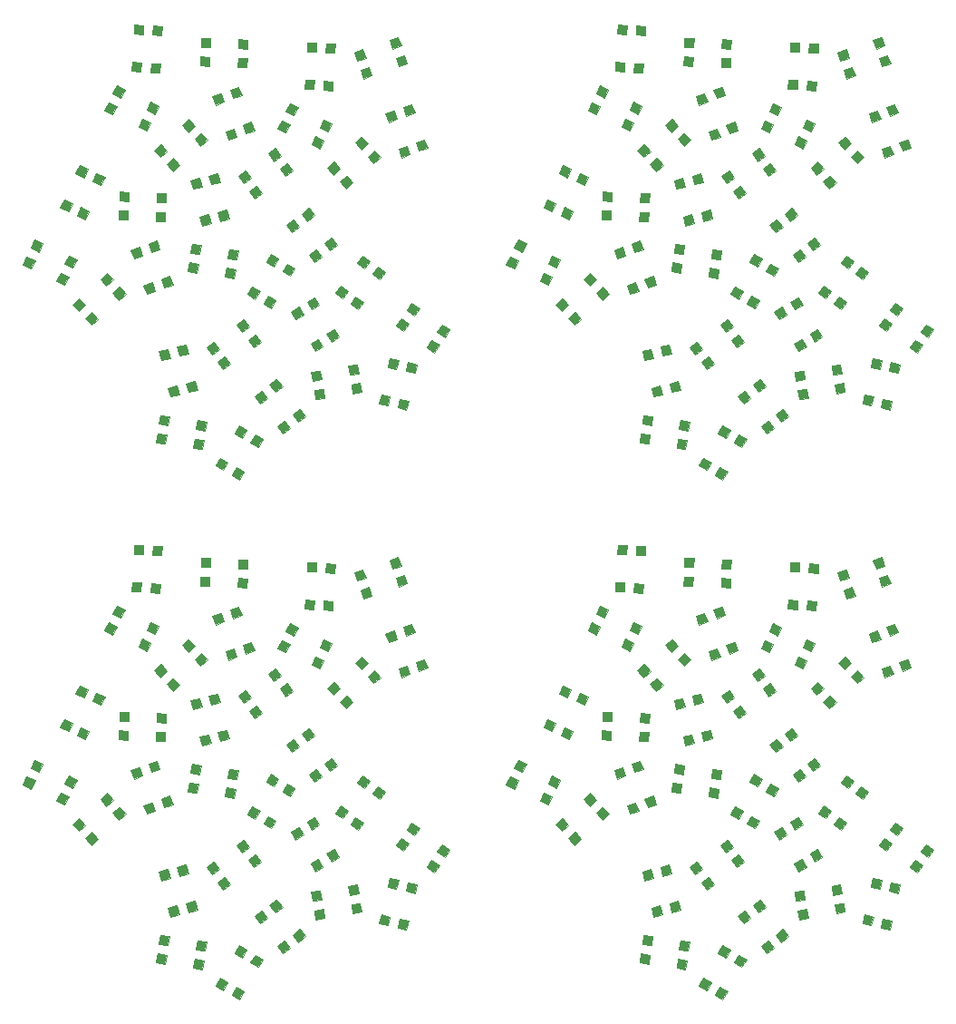
<source format=gtp>
G04 #@! TF.FileFunction,Paste,Top*
%FSLAX46Y46*%
G04 Gerber Fmt 4.6, Leading zero omitted, Abs format (unit mm)*
G04 Created by KiCad (PCBNEW 4.0.4+dfsg1-stable) date Sat Feb  4 15:40:44 2017*
%MOMM*%
%LPD*%
G01*
G04 APERTURE LIST*
%ADD10C,0.100000*%
%ADD11C,0.002540*%
G04 APERTURE END LIST*
D10*
D11*
G36*
X17833340Y-4711700D02*
X17782540Y-5560060D01*
X18630900Y-5610860D01*
X18681700Y-4759960D01*
X17833340Y-4711700D01*
X17833340Y-4711700D01*
X17833340Y-4711700D01*
G37*
X17833340Y-4711700D02*
X17782540Y-5560060D01*
X18630900Y-5610860D01*
X18681700Y-4759960D01*
X17833340Y-4711700D01*
X17833340Y-4711700D01*
G36*
X62989460Y-4711700D02*
X62938660Y-5560060D01*
X63787020Y-5610860D01*
X63837820Y-4759960D01*
X62989460Y-4711700D01*
X62989460Y-4711700D01*
X62989460Y-4711700D01*
G37*
X62989460Y-4711700D02*
X62938660Y-5560060D01*
X63787020Y-5610860D01*
X63837820Y-4759960D01*
X62989460Y-4711700D01*
X62989460Y-4711700D01*
G36*
X19580860Y-4815840D02*
X19530060Y-5664200D01*
X20378420Y-5715000D01*
X20429220Y-4864100D01*
X19580860Y-4815840D01*
X19580860Y-4815840D01*
X19580860Y-4815840D01*
G37*
X19580860Y-4815840D02*
X19530060Y-5664200D01*
X20378420Y-5715000D01*
X20429220Y-4864100D01*
X19580860Y-4815840D01*
X19580860Y-4815840D01*
G36*
X64736980Y-4815840D02*
X64686180Y-5664200D01*
X65534540Y-5715000D01*
X65585340Y-4864100D01*
X64736980Y-4815840D01*
X64736980Y-4815840D01*
X64736980Y-4815840D01*
G37*
X64736980Y-4815840D02*
X64686180Y-5664200D01*
X65534540Y-5715000D01*
X65585340Y-4864100D01*
X64736980Y-4815840D01*
X64736980Y-4815840D01*
G36*
X42478960Y-5880100D02*
X41673780Y-6154420D01*
X41950640Y-6959600D01*
X42753280Y-6682740D01*
X42478960Y-5880100D01*
X42478960Y-5880100D01*
X42478960Y-5880100D01*
G37*
X42478960Y-5880100D02*
X41673780Y-6154420D01*
X41950640Y-6959600D01*
X42753280Y-6682740D01*
X42478960Y-5880100D01*
X42478960Y-5880100D01*
G36*
X87635080Y-5880100D02*
X86829900Y-6154420D01*
X87106760Y-6959600D01*
X87909400Y-6682740D01*
X87635080Y-5880100D01*
X87635080Y-5880100D01*
X87635080Y-5880100D01*
G37*
X87635080Y-5880100D02*
X86829900Y-6154420D01*
X87106760Y-6959600D01*
X87909400Y-6682740D01*
X87635080Y-5880100D01*
X87635080Y-5880100D01*
G36*
X24081740Y-5935980D02*
X24048720Y-6784340D01*
X24897080Y-6817360D01*
X24932640Y-5969000D01*
X24081740Y-5935980D01*
X24081740Y-5935980D01*
X24081740Y-5935980D01*
G37*
X24081740Y-5935980D02*
X24048720Y-6784340D01*
X24897080Y-6817360D01*
X24932640Y-5969000D01*
X24081740Y-5935980D01*
X24081740Y-5935980D01*
G36*
X69237860Y-5935980D02*
X69204840Y-6784340D01*
X70053200Y-6817360D01*
X70086220Y-5969000D01*
X69237860Y-5935980D01*
X69237860Y-5935980D01*
X69237860Y-5935980D01*
G37*
X69237860Y-5935980D02*
X69204840Y-6784340D01*
X70053200Y-6817360D01*
X70086220Y-5969000D01*
X69237860Y-5935980D01*
X69237860Y-5935980D01*
G36*
X27579320Y-6073140D02*
X27546300Y-6924040D01*
X28394660Y-6957060D01*
X28427680Y-6108700D01*
X27579320Y-6073140D01*
X27579320Y-6073140D01*
X27579320Y-6073140D01*
G37*
X27579320Y-6073140D02*
X27546300Y-6924040D01*
X28394660Y-6957060D01*
X28427680Y-6108700D01*
X27579320Y-6073140D01*
X27579320Y-6073140D01*
G36*
X72735440Y-6073140D02*
X72702420Y-6924040D01*
X73550780Y-6957060D01*
X73583800Y-6108700D01*
X72735440Y-6073140D01*
X72735440Y-6073140D01*
X72735440Y-6073140D01*
G37*
X72735440Y-6073140D02*
X72702420Y-6924040D01*
X73550780Y-6957060D01*
X73583800Y-6108700D01*
X72735440Y-6073140D01*
X72735440Y-6073140D01*
G36*
X33982660Y-6352540D02*
X33934400Y-7200900D01*
X34782760Y-7249160D01*
X34831020Y-6400800D01*
X33982660Y-6352540D01*
X33982660Y-6352540D01*
X33982660Y-6352540D01*
G37*
X33982660Y-6352540D02*
X33934400Y-7200900D01*
X34782760Y-7249160D01*
X34831020Y-6400800D01*
X33982660Y-6352540D01*
X33982660Y-6352540D01*
G36*
X79138780Y-6352540D02*
X79090520Y-7200900D01*
X79938880Y-7249160D01*
X79987140Y-6400800D01*
X79138780Y-6352540D01*
X79138780Y-6352540D01*
X79138780Y-6352540D01*
G37*
X79138780Y-6352540D02*
X79090520Y-7200900D01*
X79938880Y-7249160D01*
X79987140Y-6400800D01*
X79138780Y-6352540D01*
X79138780Y-6352540D01*
G36*
X35730180Y-6454140D02*
X35681920Y-7302500D01*
X36530280Y-7350760D01*
X36578540Y-6502400D01*
X35730180Y-6454140D01*
X35730180Y-6454140D01*
X35730180Y-6454140D01*
G37*
X35730180Y-6454140D02*
X35681920Y-7302500D01*
X36530280Y-7350760D01*
X36578540Y-6502400D01*
X35730180Y-6454140D01*
X35730180Y-6454140D01*
G36*
X80886300Y-6454140D02*
X80835500Y-7302500D01*
X81686400Y-7350760D01*
X81734660Y-6502400D01*
X80886300Y-6454140D01*
X80886300Y-6454140D01*
X80886300Y-6454140D01*
G37*
X80886300Y-6454140D02*
X80835500Y-7302500D01*
X81686400Y-7350760D01*
X81734660Y-6502400D01*
X80886300Y-6454140D01*
X80886300Y-6454140D01*
G36*
X39169340Y-7015480D02*
X38364160Y-7292340D01*
X38641020Y-8097520D01*
X39443660Y-7820660D01*
X39169340Y-7015480D01*
X39169340Y-7015480D01*
X39169340Y-7015480D01*
G37*
X39169340Y-7015480D02*
X38364160Y-7292340D01*
X38641020Y-8097520D01*
X39443660Y-7820660D01*
X39169340Y-7015480D01*
X39169340Y-7015480D01*
G36*
X84322920Y-7015480D02*
X83520280Y-7292340D01*
X83797140Y-8097520D01*
X84599780Y-7820660D01*
X84322920Y-7015480D01*
X84322920Y-7015480D01*
X84322920Y-7015480D01*
G37*
X84322920Y-7015480D02*
X83520280Y-7292340D01*
X83797140Y-8097520D01*
X84599780Y-7820660D01*
X84322920Y-7015480D01*
X84322920Y-7015480D01*
G36*
X43047920Y-7533640D02*
X42242740Y-7810500D01*
X42519600Y-8613140D01*
X43322240Y-8338820D01*
X43047920Y-7533640D01*
X43047920Y-7533640D01*
X43047920Y-7533640D01*
G37*
X43047920Y-7533640D02*
X42242740Y-7810500D01*
X42519600Y-8613140D01*
X43322240Y-8338820D01*
X43047920Y-7533640D01*
X43047920Y-7533640D01*
G36*
X88201500Y-7533640D02*
X87398860Y-7810500D01*
X87675720Y-8613140D01*
X88478360Y-8338820D01*
X88201500Y-7533640D01*
X88201500Y-7533640D01*
X88201500Y-7533640D01*
G37*
X88201500Y-7533640D02*
X87398860Y-7810500D01*
X87675720Y-8613140D01*
X88478360Y-8338820D01*
X88201500Y-7533640D01*
X88201500Y-7533640D01*
G36*
X24013160Y-7683500D02*
X23980140Y-8534400D01*
X24828500Y-8567420D01*
X24861520Y-7716520D01*
X24013160Y-7683500D01*
X24013160Y-7683500D01*
X24013160Y-7683500D01*
G37*
X24013160Y-7683500D02*
X23980140Y-8534400D01*
X24828500Y-8567420D01*
X24861520Y-7716520D01*
X24013160Y-7683500D01*
X24013160Y-7683500D01*
G36*
X69169280Y-7683500D02*
X69136260Y-8534400D01*
X69984620Y-8567420D01*
X70017640Y-7716520D01*
X69169280Y-7683500D01*
X69169280Y-7683500D01*
X69169280Y-7683500D01*
G37*
X69169280Y-7683500D02*
X69136260Y-8534400D01*
X69984620Y-8567420D01*
X70017640Y-7716520D01*
X69169280Y-7683500D01*
X69169280Y-7683500D01*
G36*
X27510740Y-7823200D02*
X27475180Y-8671560D01*
X28326080Y-8704580D01*
X28359100Y-7856220D01*
X27510740Y-7823200D01*
X27510740Y-7823200D01*
X27510740Y-7823200D01*
G37*
X27510740Y-7823200D02*
X27475180Y-8671560D01*
X28326080Y-8704580D01*
X28359100Y-7856220D01*
X27510740Y-7823200D01*
X27510740Y-7823200D01*
G36*
X72666860Y-7823200D02*
X72631300Y-8671560D01*
X73482200Y-8704580D01*
X73515220Y-7856220D01*
X72666860Y-7823200D01*
X72666860Y-7823200D01*
X72666860Y-7823200D01*
G37*
X72666860Y-7823200D02*
X72631300Y-8671560D01*
X73482200Y-8704580D01*
X73515220Y-7856220D01*
X72666860Y-7823200D01*
X72666860Y-7823200D01*
G36*
X17625060Y-8204200D02*
X17574260Y-9052560D01*
X18422620Y-9103360D01*
X18473420Y-8255000D01*
X17625060Y-8204200D01*
X17625060Y-8204200D01*
X17625060Y-8204200D01*
G37*
X17625060Y-8204200D02*
X17574260Y-9052560D01*
X18422620Y-9103360D01*
X18473420Y-8255000D01*
X17625060Y-8204200D01*
X17625060Y-8204200D01*
G36*
X62781180Y-8204200D02*
X62730380Y-9052560D01*
X63578740Y-9103360D01*
X63629540Y-8255000D01*
X62781180Y-8204200D01*
X62781180Y-8204200D01*
X62781180Y-8204200D01*
G37*
X62781180Y-8204200D02*
X62730380Y-9052560D01*
X63578740Y-9103360D01*
X63629540Y-8255000D01*
X62781180Y-8204200D01*
X62781180Y-8204200D01*
G36*
X19372580Y-8308340D02*
X19321780Y-9156700D01*
X20170140Y-9207500D01*
X20220940Y-8359140D01*
X19372580Y-8308340D01*
X19372580Y-8308340D01*
X19372580Y-8308340D01*
G37*
X19372580Y-8308340D02*
X19321780Y-9156700D01*
X20170140Y-9207500D01*
X20220940Y-8359140D01*
X19372580Y-8308340D01*
X19372580Y-8308340D01*
G36*
X64528700Y-8308340D02*
X64477900Y-9156700D01*
X65326260Y-9207500D01*
X65377060Y-8359140D01*
X64528700Y-8308340D01*
X64528700Y-8308340D01*
X64528700Y-8308340D01*
G37*
X64528700Y-8308340D02*
X64477900Y-9156700D01*
X65326260Y-9207500D01*
X65377060Y-8359140D01*
X64528700Y-8308340D01*
X64528700Y-8308340D01*
G36*
X39738300Y-8671560D02*
X38933120Y-8948420D01*
X39209980Y-9751060D01*
X40012620Y-9474200D01*
X39738300Y-8671560D01*
X39738300Y-8671560D01*
X39738300Y-8671560D01*
G37*
X39738300Y-8671560D02*
X38933120Y-8948420D01*
X39209980Y-9751060D01*
X40012620Y-9474200D01*
X39738300Y-8671560D01*
X39738300Y-8671560D01*
G36*
X84891880Y-8671560D02*
X84089240Y-8948420D01*
X84366100Y-9751060D01*
X85168740Y-9474200D01*
X84891880Y-8671560D01*
X84891880Y-8671560D01*
X84891880Y-8671560D01*
G37*
X84891880Y-8671560D02*
X84089240Y-8948420D01*
X84366100Y-9751060D01*
X85168740Y-9474200D01*
X84891880Y-8671560D01*
X84891880Y-8671560D01*
G36*
X33782000Y-9847580D02*
X33733740Y-10695940D01*
X34582100Y-10744200D01*
X34630360Y-9895840D01*
X33782000Y-9847580D01*
X33782000Y-9847580D01*
X33782000Y-9847580D01*
G37*
X33782000Y-9847580D02*
X33733740Y-10695940D01*
X34582100Y-10744200D01*
X34630360Y-9895840D01*
X33782000Y-9847580D01*
X33782000Y-9847580D01*
G36*
X78938120Y-9847580D02*
X78889860Y-10695940D01*
X79738220Y-10744200D01*
X79786480Y-9895840D01*
X78938120Y-9847580D01*
X78938120Y-9847580D01*
X78938120Y-9847580D01*
G37*
X78938120Y-9847580D02*
X78889860Y-10695940D01*
X79738220Y-10744200D01*
X79786480Y-9895840D01*
X78938120Y-9847580D01*
X78938120Y-9847580D01*
G36*
X35529520Y-9946640D02*
X35481260Y-10795000D01*
X36329620Y-10845800D01*
X36377880Y-9994900D01*
X35529520Y-9946640D01*
X35529520Y-9946640D01*
X35529520Y-9946640D01*
G37*
X35529520Y-9946640D02*
X35481260Y-10795000D01*
X36329620Y-10845800D01*
X36377880Y-9994900D01*
X35529520Y-9946640D01*
X35529520Y-9946640D01*
G36*
X80685640Y-9946640D02*
X80637380Y-10795000D01*
X81485740Y-10845800D01*
X81534000Y-9994900D01*
X80685640Y-9946640D01*
X80685640Y-9946640D01*
X80685640Y-9946640D01*
G37*
X80685640Y-9946640D02*
X80637380Y-10795000D01*
X81485740Y-10845800D01*
X81534000Y-9994900D01*
X80685640Y-9946640D01*
X80685640Y-9946640D01*
G36*
X16162020Y-10403840D02*
X15796260Y-11170920D01*
X16560800Y-11536680D01*
X16929100Y-10772140D01*
X16162020Y-10403840D01*
X16162020Y-10403840D01*
X16162020Y-10403840D01*
G37*
X16162020Y-10403840D02*
X15796260Y-11170920D01*
X16560800Y-11536680D01*
X16929100Y-10772140D01*
X16162020Y-10403840D01*
X16162020Y-10403840D01*
G36*
X61318140Y-10403840D02*
X60949840Y-11170920D01*
X61716920Y-11536680D01*
X62085220Y-10772140D01*
X61318140Y-10403840D01*
X61318140Y-10403840D01*
X61318140Y-10403840D01*
G37*
X61318140Y-10403840D02*
X60949840Y-11170920D01*
X61716920Y-11536680D01*
X62085220Y-10772140D01*
X61318140Y-10403840D01*
X61318140Y-10403840D01*
G36*
X27566620Y-10507980D02*
X26766520Y-10795000D01*
X27056080Y-11595100D01*
X27856180Y-11305540D01*
X27566620Y-10507980D01*
X27566620Y-10507980D01*
X27566620Y-10507980D01*
G37*
X27566620Y-10507980D02*
X26766520Y-10795000D01*
X27056080Y-11595100D01*
X27856180Y-11305540D01*
X27566620Y-10507980D01*
X27566620Y-10507980D01*
G36*
X72722740Y-10507980D02*
X71922640Y-10795000D01*
X72212200Y-11595100D01*
X73012300Y-11305540D01*
X72722740Y-10507980D01*
X72722740Y-10507980D01*
X72722740Y-10507980D01*
G37*
X72722740Y-10507980D02*
X71922640Y-10795000D01*
X72212200Y-11595100D01*
X73012300Y-11305540D01*
X72722740Y-10507980D01*
X72722740Y-10507980D01*
G36*
X25920700Y-11102340D02*
X25123140Y-11391900D01*
X25412700Y-12192000D01*
X26210260Y-11902440D01*
X25920700Y-11102340D01*
X25920700Y-11102340D01*
X25920700Y-11102340D01*
G37*
X25920700Y-11102340D02*
X25123140Y-11391900D01*
X25412700Y-12192000D01*
X26210260Y-11902440D01*
X25920700Y-11102340D01*
X25920700Y-11102340D01*
G36*
X71076820Y-11102340D02*
X70276720Y-11391900D01*
X70566280Y-12192000D01*
X71366380Y-11902440D01*
X71076820Y-11102340D01*
X71076820Y-11102340D01*
X71076820Y-11102340D01*
G37*
X71076820Y-11102340D02*
X70276720Y-11391900D01*
X70566280Y-12192000D01*
X71366380Y-11902440D01*
X71076820Y-11102340D01*
X71076820Y-11102340D01*
G36*
X19319240Y-11917680D02*
X18950940Y-12684760D01*
X19715480Y-13053060D01*
X20083780Y-12285980D01*
X19319240Y-11917680D01*
X19319240Y-11917680D01*
X19319240Y-11917680D01*
G37*
X19319240Y-11917680D02*
X18950940Y-12684760D01*
X19715480Y-13053060D01*
X20083780Y-12285980D01*
X19319240Y-11917680D01*
X19319240Y-11917680D01*
G36*
X64472820Y-11917680D02*
X64104520Y-12684760D01*
X64871600Y-13053060D01*
X65239900Y-12285980D01*
X64472820Y-11917680D01*
X64472820Y-11917680D01*
X64472820Y-11917680D01*
G37*
X64472820Y-11917680D02*
X64104520Y-12684760D01*
X64871600Y-13053060D01*
X65239900Y-12285980D01*
X64472820Y-11917680D01*
X64472820Y-11917680D01*
G36*
X15405100Y-11981180D02*
X15036800Y-12748260D01*
X15803880Y-13114020D01*
X16172180Y-12349480D01*
X15405100Y-11981180D01*
X15405100Y-11981180D01*
X15405100Y-11981180D01*
G37*
X15405100Y-11981180D02*
X15036800Y-12748260D01*
X15803880Y-13114020D01*
X16172180Y-12349480D01*
X15405100Y-11981180D01*
X15405100Y-11981180D01*
G36*
X60561220Y-11981180D02*
X60192920Y-12748260D01*
X60960000Y-13114020D01*
X61328300Y-12349480D01*
X60561220Y-11981180D01*
X60561220Y-11981180D01*
X60561220Y-11981180D01*
G37*
X60561220Y-11981180D02*
X60192920Y-12748260D01*
X60960000Y-13114020D01*
X61328300Y-12349480D01*
X60561220Y-11981180D01*
X60561220Y-11981180D01*
G36*
X32324040Y-12052300D02*
X31958280Y-12821920D01*
X32725360Y-13187680D01*
X33091120Y-12420600D01*
X32324040Y-12052300D01*
X32324040Y-12052300D01*
X32324040Y-12052300D01*
G37*
X32324040Y-12052300D02*
X31958280Y-12821920D01*
X32725360Y-13187680D01*
X33091120Y-12420600D01*
X32324040Y-12052300D01*
X32324040Y-12052300D01*
G36*
X77480160Y-12052300D02*
X77114400Y-12821920D01*
X77881480Y-13187680D01*
X78247240Y-12420600D01*
X77480160Y-12052300D01*
X77480160Y-12052300D01*
X77480160Y-12052300D01*
G37*
X77480160Y-12052300D02*
X77114400Y-12821920D01*
X77881480Y-13187680D01*
X78247240Y-12420600D01*
X77480160Y-12052300D01*
X77480160Y-12052300D01*
G36*
X43723560Y-12123420D02*
X42926000Y-12415520D01*
X43218100Y-13213080D01*
X44015660Y-12920980D01*
X43723560Y-12123420D01*
X43723560Y-12123420D01*
X43723560Y-12123420D01*
G37*
X43723560Y-12123420D02*
X42926000Y-12415520D01*
X43218100Y-13213080D01*
X44015660Y-12920980D01*
X43723560Y-12123420D01*
X43723560Y-12123420D01*
G36*
X88879680Y-12123420D02*
X88082120Y-12415520D01*
X88374220Y-13213080D01*
X89171780Y-12920980D01*
X88879680Y-12123420D01*
X88879680Y-12123420D01*
X88879680Y-12123420D01*
G37*
X88879680Y-12123420D02*
X88082120Y-12415520D01*
X88374220Y-13213080D01*
X89171780Y-12920980D01*
X88879680Y-12123420D01*
X88879680Y-12123420D01*
G36*
X42080180Y-12725400D02*
X41282620Y-13017500D01*
X41574720Y-13815060D01*
X42372280Y-13522960D01*
X42080180Y-12725400D01*
X42080180Y-12725400D01*
X42080180Y-12725400D01*
G37*
X42080180Y-12725400D02*
X41282620Y-13017500D01*
X41574720Y-13815060D01*
X42372280Y-13522960D01*
X42080180Y-12725400D01*
X42080180Y-12725400D01*
G36*
X87236300Y-12725400D02*
X86438740Y-13017500D01*
X86730840Y-13815060D01*
X87528400Y-13522960D01*
X87236300Y-12725400D01*
X87236300Y-12725400D01*
X87236300Y-12725400D01*
G37*
X87236300Y-12725400D02*
X86438740Y-13017500D01*
X86730840Y-13815060D01*
X87528400Y-13522960D01*
X87236300Y-12725400D01*
X87236300Y-12725400D01*
G36*
X18559780Y-13497560D02*
X18191480Y-14262100D01*
X18958560Y-14630400D01*
X19326860Y-13863320D01*
X18559780Y-13497560D01*
X18559780Y-13497560D01*
X18559780Y-13497560D01*
G37*
X18559780Y-13497560D02*
X18191480Y-14262100D01*
X18958560Y-14630400D01*
X19326860Y-13863320D01*
X18559780Y-13497560D01*
X18559780Y-13497560D01*
G36*
X63715900Y-13497560D02*
X63347600Y-14262100D01*
X64114680Y-14630400D01*
X64482980Y-13863320D01*
X63715900Y-13497560D01*
X63715900Y-13497560D01*
X63715900Y-13497560D01*
G37*
X63715900Y-13497560D02*
X63347600Y-14262100D01*
X64114680Y-14630400D01*
X64482980Y-13863320D01*
X63715900Y-13497560D01*
X63715900Y-13497560D01*
G36*
X22903180Y-13530580D02*
X22273260Y-14102080D01*
X22844760Y-14732000D01*
X23474680Y-14163040D01*
X22903180Y-13530580D01*
X22903180Y-13530580D01*
X22903180Y-13530580D01*
G37*
X22903180Y-13530580D02*
X22273260Y-14102080D01*
X22844760Y-14732000D01*
X23474680Y-14163040D01*
X22903180Y-13530580D01*
X22903180Y-13530580D01*
G36*
X68059300Y-13530580D02*
X67429380Y-14102080D01*
X67998340Y-14732000D01*
X68630800Y-14163040D01*
X68059300Y-13530580D01*
X68059300Y-13530580D01*
X68059300Y-13530580D01*
G37*
X68059300Y-13530580D02*
X67429380Y-14102080D01*
X67998340Y-14732000D01*
X68630800Y-14163040D01*
X68059300Y-13530580D01*
X68059300Y-13530580D01*
G36*
X35483800Y-13561060D02*
X35118040Y-14328140D01*
X35885120Y-14693900D01*
X36250880Y-13924280D01*
X35483800Y-13561060D01*
X35483800Y-13561060D01*
X35483800Y-13561060D01*
G37*
X35483800Y-13561060D02*
X35118040Y-14328140D01*
X35885120Y-14693900D01*
X36250880Y-13924280D01*
X35483800Y-13561060D01*
X35483800Y-13561060D01*
G36*
X80639920Y-13561060D02*
X80274160Y-14328140D01*
X81041240Y-14693900D01*
X81407000Y-13924280D01*
X80639920Y-13561060D01*
X80639920Y-13561060D01*
X80639920Y-13561060D01*
G37*
X80639920Y-13561060D02*
X80274160Y-14328140D01*
X81041240Y-14693900D01*
X81407000Y-13924280D01*
X80639920Y-13561060D01*
X80639920Y-13561060D01*
G36*
X31572200Y-13632180D02*
X31206440Y-14399260D01*
X31973520Y-14765020D01*
X32339280Y-13997940D01*
X31572200Y-13632180D01*
X31572200Y-13632180D01*
X31572200Y-13632180D01*
G37*
X31572200Y-13632180D02*
X31206440Y-14399260D01*
X31973520Y-14765020D01*
X32339280Y-13997940D01*
X31572200Y-13632180D01*
X31572200Y-13632180D01*
G36*
X76725780Y-13632180D02*
X76362560Y-14399260D01*
X77129640Y-14765020D01*
X77495400Y-13997940D01*
X76725780Y-13632180D01*
X76725780Y-13632180D01*
X76725780Y-13632180D01*
G37*
X76725780Y-13632180D02*
X76362560Y-14399260D01*
X77129640Y-14765020D01*
X77495400Y-13997940D01*
X76725780Y-13632180D01*
X76725780Y-13632180D01*
G36*
X28757880Y-13797280D02*
X27960320Y-14086840D01*
X28249880Y-14886940D01*
X29047440Y-14597380D01*
X28757880Y-13797280D01*
X28757880Y-13797280D01*
X28757880Y-13797280D01*
G37*
X28757880Y-13797280D02*
X27960320Y-14086840D01*
X28249880Y-14886940D01*
X29047440Y-14597380D01*
X28757880Y-13797280D01*
X28757880Y-13797280D01*
G36*
X73914000Y-13797280D02*
X73116440Y-14086840D01*
X73406000Y-14886940D01*
X74203560Y-14597380D01*
X73914000Y-13797280D01*
X73914000Y-13797280D01*
X73914000Y-13797280D01*
G37*
X73914000Y-13797280D02*
X73116440Y-14086840D01*
X73406000Y-14886940D01*
X74203560Y-14597380D01*
X73914000Y-13797280D01*
X73914000Y-13797280D01*
G36*
X27114500Y-14394180D02*
X26314400Y-14683740D01*
X26603960Y-15481300D01*
X27404060Y-15191740D01*
X27114500Y-14394180D01*
X27114500Y-14394180D01*
X27114500Y-14394180D01*
G37*
X27114500Y-14394180D02*
X26314400Y-14683740D01*
X26603960Y-15481300D01*
X27404060Y-15191740D01*
X27114500Y-14394180D01*
X27114500Y-14394180D01*
G36*
X72268080Y-14394180D02*
X71470520Y-14683740D01*
X71760080Y-15481300D01*
X72557640Y-15191740D01*
X72268080Y-14394180D01*
X72268080Y-14394180D01*
X72268080Y-14394180D01*
G37*
X72268080Y-14394180D02*
X71470520Y-14683740D01*
X71760080Y-15481300D01*
X72557640Y-15191740D01*
X72268080Y-14394180D01*
X72268080Y-14394180D01*
G36*
X24079200Y-14828520D02*
X23446740Y-15400020D01*
X24018240Y-16029940D01*
X24648160Y-15460980D01*
X24079200Y-14828520D01*
X24079200Y-14828520D01*
X24079200Y-14828520D01*
G37*
X24079200Y-14828520D02*
X23446740Y-15400020D01*
X24018240Y-16029940D01*
X24648160Y-15460980D01*
X24079200Y-14828520D01*
X24079200Y-14828520D01*
G36*
X69232780Y-14828520D02*
X68602860Y-15400020D01*
X69174360Y-16029940D01*
X69804280Y-15460980D01*
X69232780Y-14828520D01*
X69232780Y-14828520D01*
X69232780Y-14828520D01*
G37*
X69232780Y-14828520D02*
X68602860Y-15400020D01*
X69174360Y-16029940D01*
X69804280Y-15460980D01*
X69232780Y-14828520D01*
X69232780Y-14828520D01*
G36*
X34731960Y-15140940D02*
X34366200Y-15905480D01*
X35133280Y-16271240D01*
X35499040Y-15504160D01*
X34731960Y-15140940D01*
X34731960Y-15140940D01*
X34731960Y-15140940D01*
G37*
X34731960Y-15140940D02*
X34366200Y-15905480D01*
X35133280Y-16271240D01*
X35499040Y-15504160D01*
X34731960Y-15140940D01*
X34731960Y-15140940D01*
G36*
X79885540Y-15140940D02*
X79519780Y-15905480D01*
X80286860Y-16271240D01*
X80652620Y-15504160D01*
X79885540Y-15140940D01*
X79885540Y-15140940D01*
X79885540Y-15140940D01*
G37*
X79885540Y-15140940D02*
X79519780Y-15905480D01*
X80286860Y-16271240D01*
X80652620Y-15504160D01*
X79885540Y-15140940D01*
X79885540Y-15140940D01*
G36*
X39072820Y-15161260D02*
X38445440Y-15735300D01*
X39016940Y-16362680D01*
X39646860Y-15791180D01*
X39072820Y-15161260D01*
X39072820Y-15161260D01*
X39072820Y-15161260D01*
G37*
X39072820Y-15161260D02*
X38445440Y-15735300D01*
X39016940Y-16362680D01*
X39646860Y-15791180D01*
X39072820Y-15161260D01*
X39072820Y-15161260D01*
G36*
X84228940Y-15161260D02*
X83601560Y-15735300D01*
X84173060Y-16362680D01*
X84802980Y-15791180D01*
X84228940Y-15161260D01*
X84228940Y-15161260D01*
X84228940Y-15161260D01*
G37*
X84228940Y-15161260D02*
X83601560Y-15735300D01*
X84173060Y-16362680D01*
X84802980Y-15791180D01*
X84228940Y-15161260D01*
X84228940Y-15161260D01*
G36*
X44927520Y-15410180D02*
X44129960Y-15702280D01*
X44422060Y-16499840D01*
X45219620Y-16207740D01*
X44927520Y-15410180D01*
X44927520Y-15410180D01*
X44927520Y-15410180D01*
G37*
X44927520Y-15410180D02*
X44129960Y-15702280D01*
X44422060Y-16499840D01*
X45219620Y-16207740D01*
X44927520Y-15410180D01*
X44927520Y-15410180D01*
G36*
X90083640Y-15410180D02*
X89283540Y-15702280D01*
X89578180Y-16499840D01*
X90375740Y-16207740D01*
X90083640Y-15410180D01*
X90083640Y-15410180D01*
X90083640Y-15410180D01*
G37*
X90083640Y-15410180D02*
X89283540Y-15702280D01*
X89578180Y-16499840D01*
X90375740Y-16207740D01*
X90083640Y-15410180D01*
X90083640Y-15410180D01*
G36*
X20307300Y-15880080D02*
X19677380Y-16449040D01*
X20248880Y-17081500D01*
X20878800Y-16510000D01*
X20307300Y-15880080D01*
X20307300Y-15880080D01*
X20307300Y-15880080D01*
G37*
X20307300Y-15880080D02*
X19677380Y-16449040D01*
X20248880Y-17081500D01*
X20878800Y-16510000D01*
X20307300Y-15880080D01*
X20307300Y-15880080D01*
G36*
X65463420Y-15880080D02*
X64833500Y-16449040D01*
X65405000Y-17081500D01*
X66034920Y-16510000D01*
X65463420Y-15880080D01*
X65463420Y-15880080D01*
X65463420Y-15880080D01*
G37*
X65463420Y-15880080D02*
X64833500Y-16449040D01*
X65405000Y-17081500D01*
X66034920Y-16510000D01*
X65463420Y-15880080D01*
X65463420Y-15880080D01*
G36*
X43284140Y-16012160D02*
X42486580Y-16304260D01*
X42778680Y-17101820D01*
X43576240Y-16809720D01*
X43284140Y-16012160D01*
X43284140Y-16012160D01*
X43284140Y-16012160D01*
G37*
X43284140Y-16012160D02*
X42486580Y-16304260D01*
X42778680Y-17101820D01*
X43576240Y-16809720D01*
X43284140Y-16012160D01*
X43284140Y-16012160D01*
G36*
X88440260Y-16012160D02*
X87642700Y-16304260D01*
X87934800Y-17101820D01*
X88732360Y-16809720D01*
X88440260Y-16012160D01*
X88440260Y-16012160D01*
X88440260Y-16012160D01*
G37*
X88440260Y-16012160D02*
X87642700Y-16304260D01*
X87934800Y-17101820D01*
X88732360Y-16809720D01*
X88440260Y-16012160D01*
X88440260Y-16012160D01*
G36*
X31051500Y-16250920D02*
X30368240Y-16756380D01*
X30871160Y-17439640D01*
X31554420Y-16936720D01*
X31051500Y-16250920D01*
X31051500Y-16250920D01*
X31051500Y-16250920D01*
G37*
X31051500Y-16250920D02*
X30368240Y-16756380D01*
X30871160Y-17439640D01*
X31554420Y-16936720D01*
X31051500Y-16250920D01*
X31051500Y-16250920D01*
G36*
X76207620Y-16250920D02*
X75521820Y-16756380D01*
X76024740Y-17439640D01*
X76710540Y-16936720D01*
X76207620Y-16250920D01*
X76207620Y-16250920D01*
X76207620Y-16250920D01*
G37*
X76207620Y-16250920D02*
X75521820Y-16756380D01*
X76024740Y-17439640D01*
X76710540Y-16936720D01*
X76207620Y-16250920D01*
X76207620Y-16250920D01*
G36*
X40251380Y-16456660D02*
X39624000Y-17028160D01*
X40195500Y-17658080D01*
X40822880Y-17086580D01*
X40251380Y-16456660D01*
X40251380Y-16456660D01*
X40251380Y-16456660D01*
G37*
X40251380Y-16456660D02*
X39624000Y-17028160D01*
X40195500Y-17658080D01*
X40822880Y-17086580D01*
X40251380Y-16456660D01*
X40251380Y-16456660D01*
G36*
X85407500Y-16456660D02*
X84777580Y-17028160D01*
X85349080Y-17658080D01*
X85979000Y-17086580D01*
X85407500Y-16456660D01*
X85407500Y-16456660D01*
X85407500Y-16456660D01*
G37*
X85407500Y-16456660D02*
X84777580Y-17028160D01*
X85349080Y-17658080D01*
X85979000Y-17086580D01*
X85407500Y-16456660D01*
X85407500Y-16456660D01*
G36*
X21483320Y-17178020D02*
X20850860Y-17746980D01*
X21422360Y-18376900D01*
X22052280Y-17807940D01*
X21483320Y-17178020D01*
X21483320Y-17178020D01*
X21483320Y-17178020D01*
G37*
X21483320Y-17178020D02*
X20850860Y-17746980D01*
X21422360Y-18376900D01*
X22052280Y-17807940D01*
X21483320Y-17178020D01*
X21483320Y-17178020D01*
G36*
X66636900Y-17178020D02*
X66006980Y-17746980D01*
X66578480Y-18376900D01*
X67208400Y-17807940D01*
X66636900Y-17178020D01*
X66636900Y-17178020D01*
X66636900Y-17178020D01*
G37*
X66636900Y-17178020D02*
X66006980Y-17746980D01*
X66578480Y-18376900D01*
X67208400Y-17807940D01*
X66636900Y-17178020D01*
X66636900Y-17178020D01*
G36*
X36484560Y-17518380D02*
X35857180Y-18089880D01*
X36428680Y-18717260D01*
X37056060Y-18145760D01*
X36484560Y-17518380D01*
X36484560Y-17518380D01*
X36484560Y-17518380D01*
G37*
X36484560Y-17518380D02*
X35857180Y-18089880D01*
X36428680Y-18717260D01*
X37056060Y-18145760D01*
X36484560Y-17518380D01*
X36484560Y-17518380D01*
G36*
X81640680Y-17518380D02*
X81010760Y-18089880D01*
X81584800Y-18717260D01*
X82212180Y-18145760D01*
X81640680Y-17518380D01*
X81640680Y-17518380D01*
X81640680Y-17518380D01*
G37*
X81640680Y-17518380D02*
X81010760Y-18089880D01*
X81584800Y-18717260D01*
X82212180Y-18145760D01*
X81640680Y-17518380D01*
X81640680Y-17518380D01*
G36*
X32087820Y-17663160D02*
X31402020Y-18166080D01*
X31907480Y-18849340D01*
X32590740Y-18346420D01*
X32087820Y-17663160D01*
X32087820Y-17663160D01*
X32087820Y-17663160D01*
G37*
X32087820Y-17663160D02*
X31402020Y-18166080D01*
X31907480Y-18849340D01*
X32590740Y-18346420D01*
X32087820Y-17663160D01*
X32087820Y-17663160D01*
G36*
X77243940Y-17663160D02*
X76558140Y-18166080D01*
X77061060Y-18849340D01*
X77746860Y-18346420D01*
X77243940Y-17663160D01*
X77243940Y-17663160D01*
X77243940Y-17663160D01*
G37*
X77243940Y-17663160D02*
X76558140Y-18166080D01*
X77061060Y-18849340D01*
X77746860Y-18346420D01*
X77243940Y-17663160D01*
X77243940Y-17663160D01*
G36*
X12694920Y-17838420D02*
X12341860Y-18610580D01*
X13116560Y-18963640D01*
X13467080Y-18188940D01*
X12694920Y-17838420D01*
X12694920Y-17838420D01*
X12694920Y-17838420D01*
G37*
X12694920Y-17838420D02*
X12341860Y-18610580D01*
X13116560Y-18963640D01*
X13467080Y-18188940D01*
X12694920Y-17838420D01*
X12694920Y-17838420D01*
G36*
X57851040Y-17838420D02*
X57497980Y-18610580D01*
X58272680Y-18963640D01*
X58623200Y-18188940D01*
X57851040Y-17838420D01*
X57851040Y-17838420D01*
X57851040Y-17838420D01*
G37*
X57851040Y-17838420D02*
X57497980Y-18610580D01*
X58272680Y-18963640D01*
X58623200Y-18188940D01*
X57851040Y-17838420D01*
X57851040Y-17838420D01*
G36*
X28232100Y-18323560D02*
X27546300Y-18829020D01*
X28049220Y-19512280D01*
X28735020Y-19009360D01*
X28232100Y-18323560D01*
X28232100Y-18323560D01*
X28232100Y-18323560D01*
G37*
X28232100Y-18323560D02*
X27546300Y-18829020D01*
X28049220Y-19512280D01*
X28735020Y-19009360D01*
X28232100Y-18323560D01*
X28232100Y-18323560D01*
G36*
X73388220Y-18323560D02*
X72702420Y-18829020D01*
X73205340Y-19512280D01*
X73891140Y-19009360D01*
X73388220Y-18323560D01*
X73388220Y-18323560D01*
X73388220Y-18323560D01*
G37*
X73388220Y-18323560D02*
X72702420Y-18829020D01*
X73205340Y-19512280D01*
X73891140Y-19009360D01*
X73388220Y-18323560D01*
X73388220Y-18323560D01*
G36*
X14287500Y-18562320D02*
X13936980Y-19337020D01*
X14709140Y-19687540D01*
X15062200Y-18912840D01*
X14287500Y-18562320D01*
X14287500Y-18562320D01*
X14287500Y-18562320D01*
G37*
X14287500Y-18562320D02*
X13936980Y-19337020D01*
X14709140Y-19687540D01*
X15062200Y-18912840D01*
X14287500Y-18562320D01*
X14287500Y-18562320D01*
G36*
X59443620Y-18562320D02*
X59090560Y-19337020D01*
X59865260Y-19687540D01*
X60215780Y-18912840D01*
X59443620Y-18562320D01*
X59443620Y-18562320D01*
X59443620Y-18562320D01*
G37*
X59443620Y-18562320D02*
X59090560Y-19337020D01*
X59865260Y-19687540D01*
X60215780Y-18912840D01*
X59443620Y-18562320D01*
X59443620Y-18562320D01*
G36*
X25605740Y-18605500D02*
X24782780Y-18811240D01*
X24988520Y-19636740D01*
X25811480Y-19431000D01*
X25605740Y-18605500D01*
X25605740Y-18605500D01*
X25605740Y-18605500D01*
G37*
X25605740Y-18605500D02*
X24782780Y-18811240D01*
X24988520Y-19636740D01*
X25811480Y-19431000D01*
X25605740Y-18605500D01*
X25605740Y-18605500D01*
G36*
X70761860Y-18605500D02*
X69936360Y-18811240D01*
X70142100Y-19636740D01*
X70967600Y-19431000D01*
X70761860Y-18605500D01*
X70761860Y-18605500D01*
X70761860Y-18605500D01*
G37*
X70761860Y-18605500D02*
X69936360Y-18811240D01*
X70142100Y-19636740D01*
X70967600Y-19431000D01*
X70761860Y-18605500D01*
X70761860Y-18605500D01*
G36*
X37663120Y-18811240D02*
X37033200Y-19385280D01*
X37604700Y-20012660D01*
X38234620Y-19441160D01*
X37663120Y-18811240D01*
X37663120Y-18811240D01*
X37663120Y-18811240D01*
G37*
X37663120Y-18811240D02*
X37033200Y-19385280D01*
X37604700Y-20012660D01*
X38234620Y-19441160D01*
X37663120Y-18811240D01*
X37663120Y-18811240D01*
G36*
X82816700Y-18811240D02*
X82189320Y-19385280D01*
X82760820Y-20012660D01*
X83390740Y-19441160D01*
X82816700Y-18811240D01*
X82816700Y-18811240D01*
X82816700Y-18811240D01*
G37*
X82816700Y-18811240D02*
X82189320Y-19385280D01*
X82760820Y-20012660D01*
X83390740Y-19441160D01*
X82816700Y-18811240D01*
X82816700Y-18811240D01*
G36*
X23909020Y-19029680D02*
X23083520Y-19237960D01*
X23289260Y-20060920D01*
X24114760Y-19855180D01*
X23909020Y-19029680D01*
X23909020Y-19029680D01*
X23909020Y-19029680D01*
G37*
X23909020Y-19029680D02*
X23083520Y-19237960D01*
X23289260Y-20060920D01*
X24114760Y-19855180D01*
X23909020Y-19029680D01*
X23909020Y-19029680D01*
G36*
X69065140Y-19029680D02*
X68239640Y-19237960D01*
X68445380Y-20060920D01*
X69270880Y-19855180D01*
X69065140Y-19029680D01*
X69065140Y-19029680D01*
X69065140Y-19029680D01*
G37*
X69065140Y-19029680D02*
X68239640Y-19237960D01*
X68445380Y-20060920D01*
X69270880Y-19855180D01*
X69065140Y-19029680D01*
X69065140Y-19029680D01*
G36*
X29268420Y-19735800D02*
X28582620Y-20238720D01*
X29085540Y-20921980D01*
X29771340Y-20419060D01*
X29268420Y-19735800D01*
X29268420Y-19735800D01*
X29268420Y-19735800D01*
G37*
X29268420Y-19735800D02*
X28582620Y-20238720D01*
X29085540Y-20921980D01*
X29771340Y-20419060D01*
X29268420Y-19735800D01*
X29268420Y-19735800D01*
G36*
X74424540Y-19735800D02*
X73738740Y-20238720D01*
X74241660Y-20921980D01*
X74927460Y-20419060D01*
X74424540Y-19735800D01*
X74424540Y-19735800D01*
X74424540Y-19735800D01*
G37*
X74424540Y-19735800D02*
X73738740Y-20238720D01*
X74241660Y-20921980D01*
X74927460Y-20419060D01*
X74424540Y-19735800D01*
X74424540Y-19735800D01*
G36*
X16441420Y-20297140D02*
X16408400Y-21148040D01*
X17256760Y-21181060D01*
X17292320Y-20330160D01*
X16441420Y-20297140D01*
X16441420Y-20297140D01*
X16441420Y-20297140D01*
G37*
X16441420Y-20297140D02*
X16408400Y-21148040D01*
X17256760Y-21181060D01*
X17292320Y-20330160D01*
X16441420Y-20297140D01*
X16441420Y-20297140D01*
G36*
X61597540Y-20297140D02*
X61564520Y-21148040D01*
X62412880Y-21181060D01*
X62448440Y-20330160D01*
X61597540Y-20297140D01*
X61597540Y-20297140D01*
X61597540Y-20297140D01*
G37*
X61597540Y-20297140D02*
X61564520Y-21148040D01*
X62412880Y-21181060D01*
X62448440Y-20330160D01*
X61597540Y-20297140D01*
X61597540Y-20297140D01*
G36*
X19939000Y-20436840D02*
X19905980Y-21285200D01*
X20754340Y-21318220D01*
X20789900Y-20469860D01*
X19939000Y-20436840D01*
X19939000Y-20436840D01*
X19939000Y-20436840D01*
G37*
X19939000Y-20436840D02*
X19905980Y-21285200D01*
X20754340Y-21318220D01*
X20789900Y-20469860D01*
X19939000Y-20436840D01*
X19939000Y-20436840D01*
G36*
X65095120Y-20436840D02*
X65062100Y-21285200D01*
X65910460Y-21318220D01*
X65943480Y-20469860D01*
X65095120Y-20436840D01*
X65095120Y-20436840D01*
X65095120Y-20436840D01*
G37*
X65095120Y-20436840D02*
X65062100Y-21285200D01*
X65910460Y-21318220D01*
X65943480Y-20469860D01*
X65095120Y-20436840D01*
X65095120Y-20436840D01*
G36*
X11247120Y-21023580D02*
X10894060Y-21798280D01*
X11668760Y-22148800D01*
X12019280Y-21376640D01*
X11247120Y-21023580D01*
X11247120Y-21023580D01*
X11247120Y-21023580D01*
G37*
X11247120Y-21023580D02*
X10894060Y-21798280D01*
X11668760Y-22148800D01*
X12019280Y-21376640D01*
X11247120Y-21023580D01*
X11247120Y-21023580D01*
G36*
X56400700Y-21023580D02*
X56050180Y-21798280D01*
X56822340Y-22148800D01*
X57175400Y-21376640D01*
X56400700Y-21023580D01*
X56400700Y-21023580D01*
X56400700Y-21023580D01*
G37*
X56400700Y-21023580D02*
X56050180Y-21798280D01*
X56822340Y-22148800D01*
X57175400Y-21376640D01*
X56400700Y-21023580D01*
X56400700Y-21023580D01*
G36*
X12839700Y-21750020D02*
X12486640Y-22522180D01*
X13261340Y-22872700D01*
X13611860Y-22100540D01*
X12839700Y-21750020D01*
X12839700Y-21750020D01*
X12839700Y-21750020D01*
G37*
X12839700Y-21750020D02*
X12486640Y-22522180D01*
X13261340Y-22872700D01*
X13611860Y-22100540D01*
X12839700Y-21750020D01*
X12839700Y-21750020D01*
G36*
X57993280Y-21750020D02*
X57642760Y-22522180D01*
X58414920Y-22872700D01*
X58767980Y-22100540D01*
X57993280Y-21750020D01*
X57993280Y-21750020D01*
X57993280Y-21750020D01*
G37*
X57993280Y-21750020D02*
X57642760Y-22522180D01*
X58414920Y-22872700D01*
X58767980Y-22100540D01*
X57993280Y-21750020D01*
X57993280Y-21750020D01*
G36*
X34102040Y-21841460D02*
X33428940Y-22359620D01*
X33944560Y-23032720D01*
X34620200Y-22517100D01*
X34102040Y-21841460D01*
X34102040Y-21841460D01*
X34102040Y-21841460D01*
G37*
X34102040Y-21841460D02*
X33428940Y-22359620D01*
X33944560Y-23032720D01*
X34620200Y-22517100D01*
X34102040Y-21841460D01*
X34102040Y-21841460D01*
G36*
X79258160Y-21841460D02*
X78582520Y-22359620D01*
X79100680Y-23032720D01*
X79776320Y-22517100D01*
X79258160Y-21841460D01*
X79258160Y-21841460D01*
X79258160Y-21841460D01*
G37*
X79258160Y-21841460D02*
X78582520Y-22359620D01*
X79100680Y-23032720D01*
X79776320Y-22517100D01*
X79258160Y-21841460D01*
X79258160Y-21841460D01*
G36*
X26456640Y-21998940D02*
X25631140Y-22207220D01*
X25839420Y-23030180D01*
X26662380Y-22824440D01*
X26456640Y-21998940D01*
X26456640Y-21998940D01*
X26456640Y-21998940D01*
G37*
X26456640Y-21998940D02*
X25631140Y-22207220D01*
X25839420Y-23030180D01*
X26662380Y-22824440D01*
X26456640Y-21998940D01*
X26456640Y-21998940D01*
G36*
X71612760Y-21998940D02*
X70787260Y-22207220D01*
X70993000Y-23030180D01*
X71818500Y-22824440D01*
X71612760Y-21998940D01*
X71612760Y-21998940D01*
X71612760Y-21998940D01*
G37*
X71612760Y-21998940D02*
X70787260Y-22207220D01*
X70993000Y-23030180D01*
X71818500Y-22824440D01*
X71612760Y-21998940D01*
X71612760Y-21998940D01*
G36*
X16372840Y-22047200D02*
X16339820Y-22895560D01*
X17188180Y-22928580D01*
X17223740Y-22080220D01*
X16372840Y-22047200D01*
X16372840Y-22047200D01*
X16372840Y-22047200D01*
G37*
X16372840Y-22047200D02*
X16339820Y-22895560D01*
X17188180Y-22928580D01*
X17223740Y-22080220D01*
X16372840Y-22047200D01*
X16372840Y-22047200D01*
G36*
X61528960Y-22047200D02*
X61495940Y-22895560D01*
X62344300Y-22928580D01*
X62377320Y-22080220D01*
X61528960Y-22047200D01*
X61528960Y-22047200D01*
X61528960Y-22047200D01*
G37*
X61528960Y-22047200D02*
X61495940Y-22895560D01*
X62344300Y-22928580D01*
X62377320Y-22080220D01*
X61528960Y-22047200D01*
X61528960Y-22047200D01*
G36*
X19870420Y-22184360D02*
X19837400Y-23032720D01*
X20685760Y-23068280D01*
X20718780Y-22217380D01*
X19870420Y-22184360D01*
X19870420Y-22184360D01*
X19870420Y-22184360D01*
G37*
X19870420Y-22184360D02*
X19837400Y-23032720D01*
X20685760Y-23068280D01*
X20718780Y-22217380D01*
X19870420Y-22184360D01*
X19870420Y-22184360D01*
G36*
X65026540Y-22184360D02*
X64990980Y-23032720D01*
X65841880Y-23068280D01*
X65874900Y-22217380D01*
X65026540Y-22184360D01*
X65026540Y-22184360D01*
X65026540Y-22184360D01*
G37*
X65026540Y-22184360D02*
X64990980Y-23032720D01*
X65841880Y-23068280D01*
X65874900Y-22217380D01*
X65026540Y-22184360D01*
X65026540Y-22184360D01*
G36*
X24757380Y-22425660D02*
X23934420Y-22631400D01*
X24140160Y-23456900D01*
X24965660Y-23251160D01*
X24757380Y-22425660D01*
X24757380Y-22425660D01*
X24757380Y-22425660D01*
G37*
X24757380Y-22425660D02*
X23934420Y-22631400D01*
X24140160Y-23456900D01*
X24965660Y-23251160D01*
X24757380Y-22425660D01*
X24757380Y-22425660D01*
G36*
X69913500Y-22425660D02*
X69090540Y-22631400D01*
X69296280Y-23456900D01*
X70121780Y-23251160D01*
X69913500Y-22425660D01*
X69913500Y-22425660D01*
X69913500Y-22425660D01*
G37*
X69913500Y-22425660D02*
X69090540Y-22631400D01*
X69296280Y-23456900D01*
X70121780Y-23251160D01*
X69913500Y-22425660D01*
X69913500Y-22425660D01*
G36*
X32712660Y-22905720D02*
X32039560Y-23421340D01*
X32555180Y-24096980D01*
X33230820Y-23581360D01*
X32712660Y-22905720D01*
X32712660Y-22905720D01*
X32712660Y-22905720D01*
G37*
X32712660Y-22905720D02*
X32039560Y-23421340D01*
X32555180Y-24096980D01*
X33230820Y-23581360D01*
X32712660Y-22905720D01*
X32712660Y-22905720D01*
G36*
X77868780Y-22905720D02*
X77193140Y-23421340D01*
X77711300Y-24096980D01*
X78386940Y-23581360D01*
X77868780Y-22905720D01*
X77868780Y-22905720D01*
X77868780Y-22905720D01*
G37*
X77868780Y-22905720D02*
X77193140Y-23421340D01*
X77711300Y-24096980D01*
X78386940Y-23581360D01*
X77868780Y-22905720D01*
X77868780Y-22905720D01*
G36*
X36230560Y-24620220D02*
X35554920Y-25135840D01*
X36073080Y-25811480D01*
X36748720Y-25295860D01*
X36230560Y-24620220D01*
X36230560Y-24620220D01*
X36230560Y-24620220D01*
G37*
X36230560Y-24620220D02*
X35554920Y-25135840D01*
X36073080Y-25811480D01*
X36748720Y-25295860D01*
X36230560Y-24620220D01*
X36230560Y-24620220D01*
G36*
X81386680Y-24620220D02*
X80711040Y-25135840D01*
X81229200Y-25811480D01*
X81902300Y-25295860D01*
X81386680Y-24620220D01*
X81386680Y-24620220D01*
X81386680Y-24620220D01*
G37*
X81386680Y-24620220D02*
X80711040Y-25135840D01*
X81229200Y-25811480D01*
X81902300Y-25295860D01*
X81386680Y-24620220D01*
X81386680Y-24620220D01*
G36*
X8524240Y-24777700D02*
X8155940Y-25542240D01*
X8923020Y-25910540D01*
X9291320Y-25143460D01*
X8524240Y-24777700D01*
X8524240Y-24777700D01*
X8524240Y-24777700D01*
G37*
X8524240Y-24777700D02*
X8155940Y-25542240D01*
X8923020Y-25910540D01*
X9291320Y-25143460D01*
X8524240Y-24777700D01*
X8524240Y-24777700D01*
G36*
X53677820Y-24777700D02*
X53312060Y-25542240D01*
X54079140Y-25910540D01*
X54444900Y-25143460D01*
X53677820Y-24777700D01*
X53677820Y-24777700D01*
X53677820Y-24777700D01*
G37*
X53677820Y-24777700D02*
X53312060Y-25542240D01*
X54079140Y-25910540D01*
X54444900Y-25143460D01*
X53677820Y-24777700D01*
X53677820Y-24777700D01*
G36*
X19926300Y-24869140D02*
X19128740Y-25161240D01*
X19418300Y-25958800D01*
X20215860Y-25669240D01*
X19926300Y-24869140D01*
X19926300Y-24869140D01*
X19926300Y-24869140D01*
G37*
X19926300Y-24869140D02*
X19128740Y-25161240D01*
X19418300Y-25958800D01*
X20215860Y-25669240D01*
X19926300Y-24869140D01*
X19926300Y-24869140D01*
G36*
X65082420Y-24869140D02*
X64282320Y-25161240D01*
X64574420Y-25958800D01*
X65371980Y-25669240D01*
X65082420Y-24869140D01*
X65082420Y-24869140D01*
X65082420Y-24869140D01*
G37*
X65082420Y-24869140D02*
X64282320Y-25161240D01*
X64574420Y-25958800D01*
X65371980Y-25669240D01*
X65082420Y-24869140D01*
X65082420Y-24869140D01*
G36*
X23200360Y-25171400D02*
X23080980Y-26014680D01*
X23921720Y-26134060D01*
X24041100Y-25293320D01*
X23200360Y-25171400D01*
X23200360Y-25171400D01*
X23200360Y-25171400D01*
G37*
X23200360Y-25171400D02*
X23080980Y-26014680D01*
X23921720Y-26134060D01*
X24041100Y-25293320D01*
X23200360Y-25171400D01*
X23200360Y-25171400D01*
G36*
X68356480Y-25171400D02*
X68234560Y-26014680D01*
X69077840Y-26134060D01*
X69197220Y-25293320D01*
X68356480Y-25171400D01*
X68356480Y-25171400D01*
X68356480Y-25171400D01*
G37*
X68356480Y-25171400D02*
X68234560Y-26014680D01*
X69077840Y-26134060D01*
X69197220Y-25293320D01*
X68356480Y-25171400D01*
X68356480Y-25171400D01*
G36*
X18282920Y-25466040D02*
X17482820Y-25758140D01*
X17772380Y-26555700D01*
X18572480Y-26266140D01*
X18282920Y-25466040D01*
X18282920Y-25466040D01*
X18282920Y-25466040D01*
G37*
X18282920Y-25466040D02*
X17482820Y-25758140D01*
X17772380Y-26555700D01*
X18572480Y-26266140D01*
X18282920Y-25466040D01*
X18282920Y-25466040D01*
G36*
X63436500Y-25466040D02*
X62638940Y-25758140D01*
X62928500Y-26555700D01*
X63728600Y-26266140D01*
X63436500Y-25466040D01*
X63436500Y-25466040D01*
X63436500Y-25466040D01*
G37*
X63436500Y-25466040D02*
X62638940Y-25758140D01*
X62928500Y-26555700D01*
X63728600Y-26266140D01*
X63436500Y-25466040D01*
X63436500Y-25466040D01*
G36*
X26664920Y-25669240D02*
X26545540Y-26509980D01*
X27386280Y-26629360D01*
X27505660Y-25788620D01*
X26664920Y-25669240D01*
X26664920Y-25669240D01*
X26664920Y-25669240D01*
G37*
X26664920Y-25669240D02*
X26545540Y-26509980D01*
X27386280Y-26629360D01*
X27505660Y-25788620D01*
X26664920Y-25669240D01*
X26664920Y-25669240D01*
G36*
X71821040Y-25669240D02*
X71701660Y-26509980D01*
X72542400Y-26629360D01*
X72661780Y-25788620D01*
X71821040Y-25669240D01*
X71821040Y-25669240D01*
X71821040Y-25669240D01*
G37*
X71821040Y-25669240D02*
X71701660Y-26509980D01*
X72542400Y-26629360D01*
X72661780Y-25788620D01*
X71821040Y-25669240D01*
X71821040Y-25669240D01*
G36*
X34841180Y-25684480D02*
X34168080Y-26200100D01*
X34683700Y-26875740D01*
X35359340Y-26360120D01*
X34841180Y-25684480D01*
X34841180Y-25684480D01*
X34841180Y-25684480D01*
G37*
X34841180Y-25684480D02*
X34168080Y-26200100D01*
X34683700Y-26875740D01*
X35359340Y-26360120D01*
X34841180Y-25684480D01*
X34841180Y-25684480D01*
G36*
X79997300Y-25684480D02*
X79321660Y-26200100D01*
X79839820Y-26875740D01*
X80515460Y-26360120D01*
X79997300Y-25684480D01*
X79997300Y-25684480D01*
X79997300Y-25684480D01*
G37*
X79997300Y-25684480D02*
X79321660Y-26200100D01*
X79839820Y-26875740D01*
X80515460Y-26360120D01*
X79997300Y-25684480D01*
X79997300Y-25684480D01*
G36*
X30568900Y-26128980D02*
X30139640Y-26860500D01*
X30873700Y-27292300D01*
X31302960Y-26558240D01*
X30568900Y-26128980D01*
X30568900Y-26128980D01*
X30568900Y-26128980D01*
G37*
X30568900Y-26128980D02*
X30139640Y-26860500D01*
X30873700Y-27292300D01*
X31302960Y-26558240D01*
X30568900Y-26128980D01*
X30568900Y-26128980D01*
G36*
X75725020Y-26128980D02*
X75295760Y-26860500D01*
X76029820Y-27292300D01*
X76459080Y-26558240D01*
X75725020Y-26128980D01*
X75725020Y-26128980D01*
X75725020Y-26128980D01*
G37*
X75725020Y-26128980D02*
X75295760Y-26860500D01*
X76029820Y-27292300D01*
X76459080Y-26558240D01*
X75725020Y-26128980D01*
X75725020Y-26128980D01*
G36*
X39161720Y-26268680D02*
X38658800Y-26954480D01*
X39344600Y-27454860D01*
X39847520Y-26769060D01*
X39161720Y-26268680D01*
X39161720Y-26268680D01*
X39161720Y-26268680D01*
G37*
X39161720Y-26268680D02*
X38658800Y-26954480D01*
X39344600Y-27454860D01*
X39847520Y-26769060D01*
X39161720Y-26268680D01*
X39161720Y-26268680D01*
G36*
X84315300Y-26268680D02*
X83814920Y-26954480D01*
X84500720Y-27454860D01*
X85001100Y-26769060D01*
X84315300Y-26268680D01*
X84315300Y-26268680D01*
X84315300Y-26268680D01*
G37*
X84315300Y-26268680D02*
X83814920Y-26954480D01*
X84500720Y-27454860D01*
X85001100Y-26769060D01*
X84315300Y-26268680D01*
X84315300Y-26268680D01*
G36*
X11681460Y-26289000D02*
X11313160Y-27056080D01*
X12080240Y-27421840D01*
X12446000Y-26654760D01*
X11681460Y-26289000D01*
X11681460Y-26289000D01*
X11681460Y-26289000D01*
G37*
X11681460Y-26289000D02*
X11313160Y-27056080D01*
X12080240Y-27421840D01*
X12446000Y-26654760D01*
X11681460Y-26289000D01*
X11681460Y-26289000D01*
G36*
X56835040Y-26289000D02*
X56469280Y-27056080D01*
X57233820Y-27421840D01*
X57602120Y-26654760D01*
X56835040Y-26289000D01*
X56835040Y-26289000D01*
X56835040Y-26289000D01*
G37*
X56835040Y-26289000D02*
X56469280Y-27056080D01*
X57233820Y-27421840D01*
X57602120Y-26654760D01*
X56835040Y-26289000D01*
X56835040Y-26289000D01*
G36*
X7767320Y-26355040D02*
X7401560Y-27122120D01*
X8166100Y-27487880D01*
X8534400Y-26723340D01*
X7767320Y-26355040D01*
X7767320Y-26355040D01*
X7767320Y-26355040D01*
G37*
X7767320Y-26355040D02*
X7401560Y-27122120D01*
X8166100Y-27487880D01*
X8534400Y-26723340D01*
X7767320Y-26355040D01*
X7767320Y-26355040D01*
G36*
X52923440Y-26355040D02*
X52555140Y-27122120D01*
X53322220Y-27487880D01*
X53690520Y-26723340D01*
X52923440Y-26355040D01*
X52923440Y-26355040D01*
X52923440Y-26355040D01*
G37*
X52923440Y-26355040D02*
X52555140Y-27122120D01*
X53322220Y-27487880D01*
X53690520Y-26723340D01*
X52923440Y-26355040D01*
X52923440Y-26355040D01*
G36*
X22951440Y-26903680D02*
X22832060Y-27746960D01*
X23672800Y-27866340D01*
X23794720Y-27025600D01*
X22951440Y-26903680D01*
X22951440Y-26903680D01*
X22951440Y-26903680D01*
G37*
X22951440Y-26903680D02*
X22832060Y-27746960D01*
X23672800Y-27866340D01*
X23794720Y-27025600D01*
X22951440Y-26903680D01*
X22951440Y-26903680D01*
G36*
X68107560Y-26903680D02*
X67988180Y-27746960D01*
X68828920Y-27866340D01*
X68950840Y-27025600D01*
X68107560Y-26903680D01*
X68107560Y-26903680D01*
X68107560Y-26903680D01*
G37*
X68107560Y-26903680D02*
X67988180Y-27746960D01*
X68828920Y-27866340D01*
X68950840Y-27025600D01*
X68107560Y-26903680D01*
X68107560Y-26903680D01*
G36*
X32080200Y-27012900D02*
X31650940Y-27746960D01*
X32382460Y-28176220D01*
X32814260Y-27442160D01*
X32080200Y-27012900D01*
X32080200Y-27012900D01*
X32080200Y-27012900D01*
G37*
X32080200Y-27012900D02*
X31650940Y-27746960D01*
X32382460Y-28176220D01*
X32814260Y-27442160D01*
X32080200Y-27012900D01*
X32080200Y-27012900D01*
G36*
X77236320Y-27012900D02*
X76804520Y-27746960D01*
X77538580Y-28176220D01*
X77967840Y-27442160D01*
X77236320Y-27012900D01*
X77236320Y-27012900D01*
X77236320Y-27012900D01*
G37*
X77236320Y-27012900D02*
X76804520Y-27746960D01*
X77538580Y-28176220D01*
X77967840Y-27442160D01*
X77236320Y-27012900D01*
X77236320Y-27012900D01*
G36*
X40571420Y-27302460D02*
X40071040Y-27988260D01*
X40756840Y-28491180D01*
X41257220Y-27805380D01*
X40571420Y-27302460D01*
X40571420Y-27302460D01*
X40571420Y-27302460D01*
G37*
X40571420Y-27302460D02*
X40071040Y-27988260D01*
X40756840Y-28491180D01*
X41257220Y-27805380D01*
X40571420Y-27302460D01*
X40571420Y-27302460D01*
G36*
X85727540Y-27302460D02*
X85224620Y-27988260D01*
X85910420Y-28491180D01*
X86413340Y-27805380D01*
X85727540Y-27302460D01*
X85727540Y-27302460D01*
X85727540Y-27302460D01*
G37*
X85727540Y-27302460D02*
X85224620Y-27988260D01*
X85910420Y-28491180D01*
X86413340Y-27805380D01*
X85727540Y-27302460D01*
X85727540Y-27302460D01*
G36*
X26418540Y-27401520D02*
X26296620Y-28242260D01*
X27137360Y-28361640D01*
X27259280Y-27520900D01*
X26418540Y-27401520D01*
X26418540Y-27401520D01*
X26418540Y-27401520D01*
G37*
X26418540Y-27401520D02*
X26296620Y-28242260D01*
X27137360Y-28361640D01*
X27259280Y-27520900D01*
X26418540Y-27401520D01*
X26418540Y-27401520D01*
G36*
X71572120Y-27401520D02*
X71452740Y-28242260D01*
X72293480Y-28361640D01*
X72415400Y-27520900D01*
X71572120Y-27401520D01*
X71572120Y-27401520D01*
X71572120Y-27401520D01*
G37*
X71572120Y-27401520D02*
X71452740Y-28242260D01*
X72293480Y-28361640D01*
X72415400Y-27520900D01*
X71572120Y-27401520D01*
X71572120Y-27401520D01*
G36*
X10924540Y-27866340D02*
X10556240Y-28633420D01*
X11323320Y-29001720D01*
X11691620Y-28234640D01*
X10924540Y-27866340D01*
X10924540Y-27866340D01*
X10924540Y-27866340D01*
G37*
X10924540Y-27866340D02*
X10556240Y-28633420D01*
X11323320Y-29001720D01*
X11691620Y-28234640D01*
X10924540Y-27866340D01*
X10924540Y-27866340D01*
G36*
X56080660Y-27866340D02*
X55712360Y-28633420D01*
X56479440Y-29001720D01*
X56845200Y-28234640D01*
X56080660Y-27866340D01*
X56080660Y-27866340D01*
X56080660Y-27866340D01*
G37*
X56080660Y-27866340D02*
X55712360Y-28633420D01*
X56479440Y-29001720D01*
X56845200Y-28234640D01*
X56080660Y-27866340D01*
X56080660Y-27866340D01*
G36*
X15265400Y-27899360D02*
X14635480Y-28468320D01*
X15206980Y-29098240D01*
X15836900Y-28529280D01*
X15265400Y-27899360D01*
X15265400Y-27899360D01*
X15265400Y-27899360D01*
G37*
X15265400Y-27899360D02*
X14635480Y-28468320D01*
X15206980Y-29098240D01*
X15836900Y-28529280D01*
X15265400Y-27899360D01*
X15265400Y-27899360D01*
G36*
X60421520Y-27899360D02*
X59791600Y-28468320D01*
X60363100Y-29098240D01*
X60993020Y-28529280D01*
X60421520Y-27899360D01*
X60421520Y-27899360D01*
X60421520Y-27899360D01*
G37*
X60421520Y-27899360D02*
X59791600Y-28468320D01*
X60363100Y-29098240D01*
X60993020Y-28529280D01*
X60421520Y-27899360D01*
X60421520Y-27899360D01*
G36*
X21122640Y-28160980D02*
X20322540Y-28450540D01*
X20612100Y-29248100D01*
X21412200Y-28958540D01*
X21122640Y-28160980D01*
X21122640Y-28160980D01*
X21122640Y-28160980D01*
G37*
X21122640Y-28160980D02*
X20322540Y-28450540D01*
X20612100Y-29248100D01*
X21412200Y-28958540D01*
X21122640Y-28160980D01*
X21122640Y-28160980D01*
G36*
X66276220Y-28160980D02*
X65478660Y-28450540D01*
X65768220Y-29248100D01*
X66565780Y-28958540D01*
X66276220Y-28160980D01*
X66276220Y-28160980D01*
X66276220Y-28160980D01*
G37*
X66276220Y-28160980D02*
X65478660Y-28450540D01*
X65768220Y-29248100D01*
X66565780Y-28958540D01*
X66276220Y-28160980D01*
X66276220Y-28160980D01*
G36*
X19476720Y-28757880D02*
X18676620Y-29047440D01*
X18966180Y-29845000D01*
X19766280Y-29555440D01*
X19476720Y-28757880D01*
X19476720Y-28757880D01*
X19476720Y-28757880D01*
G37*
X19476720Y-28757880D02*
X18676620Y-29047440D01*
X18966180Y-29845000D01*
X19766280Y-29555440D01*
X19476720Y-28757880D01*
X19476720Y-28757880D01*
G36*
X64632840Y-28757880D02*
X63832740Y-29047440D01*
X64122300Y-29845000D01*
X64922400Y-29555440D01*
X64632840Y-28757880D01*
X64632840Y-28757880D01*
X64632840Y-28757880D01*
G37*
X64632840Y-28757880D02*
X63832740Y-29047440D01*
X64122300Y-29845000D01*
X64922400Y-29555440D01*
X64632840Y-28757880D01*
X64632840Y-28757880D01*
G36*
X37091620Y-29090620D02*
X36588700Y-29776420D01*
X37274500Y-30279340D01*
X37777420Y-29593540D01*
X37091620Y-29090620D01*
X37091620Y-29090620D01*
X37091620Y-29090620D01*
G37*
X37091620Y-29090620D02*
X36588700Y-29776420D01*
X37274500Y-30279340D01*
X37777420Y-29593540D01*
X37091620Y-29090620D01*
X37091620Y-29090620D01*
G36*
X82247740Y-29090620D02*
X81744820Y-29776420D01*
X82430620Y-30279340D01*
X82933540Y-29593540D01*
X82247740Y-29090620D01*
X82247740Y-29090620D01*
X82247740Y-29090620D01*
G37*
X82247740Y-29090620D02*
X81744820Y-29776420D01*
X82430620Y-30279340D01*
X82933540Y-29593540D01*
X82247740Y-29090620D01*
X82247740Y-29090620D01*
G36*
X28801060Y-29146500D02*
X28369260Y-29880560D01*
X29103320Y-30312360D01*
X29532580Y-29578300D01*
X28801060Y-29146500D01*
X28801060Y-29146500D01*
X28801060Y-29146500D01*
G37*
X28801060Y-29146500D02*
X28369260Y-29880560D01*
X29103320Y-30312360D01*
X29532580Y-29578300D01*
X28801060Y-29146500D01*
X28801060Y-29146500D01*
G36*
X73957180Y-29146500D02*
X73525380Y-29880560D01*
X74259440Y-30312360D01*
X74688700Y-29578300D01*
X73957180Y-29146500D01*
X73957180Y-29146500D01*
X73957180Y-29146500D01*
G37*
X73957180Y-29146500D02*
X73525380Y-29880560D01*
X74259440Y-30312360D01*
X74688700Y-29578300D01*
X73957180Y-29146500D01*
X73957180Y-29146500D01*
G36*
X16441420Y-29194760D02*
X15811500Y-29766260D01*
X16380460Y-30396180D01*
X17010380Y-29824680D01*
X16441420Y-29194760D01*
X16441420Y-29194760D01*
X16441420Y-29194760D01*
G37*
X16441420Y-29194760D02*
X15811500Y-29766260D01*
X16380460Y-30396180D01*
X17010380Y-29824680D01*
X16441420Y-29194760D01*
X16441420Y-29194760D01*
G36*
X61595000Y-29194760D02*
X60965080Y-29766260D01*
X61536580Y-30396180D01*
X62166500Y-29824680D01*
X61595000Y-29194760D01*
X61595000Y-29194760D01*
X61595000Y-29194760D01*
G37*
X61595000Y-29194760D02*
X60965080Y-29766260D01*
X61536580Y-30396180D01*
X62166500Y-29824680D01*
X61595000Y-29194760D01*
X61595000Y-29194760D01*
G36*
X30309820Y-30032960D02*
X29880560Y-30767020D01*
X30614620Y-31196280D01*
X31043880Y-30462220D01*
X30309820Y-30032960D01*
X30309820Y-30032960D01*
X30309820Y-30032960D01*
G37*
X30309820Y-30032960D02*
X29880560Y-30767020D01*
X30614620Y-31196280D01*
X31043880Y-30462220D01*
X30309820Y-30032960D01*
X30309820Y-30032960D01*
G36*
X75465940Y-30032960D02*
X75036680Y-30767020D01*
X75770740Y-31196280D01*
X76200000Y-30462220D01*
X75465940Y-30032960D01*
X75465940Y-30032960D01*
X75465940Y-30032960D01*
G37*
X75465940Y-30032960D02*
X75036680Y-30767020D01*
X75770740Y-31196280D01*
X76200000Y-30462220D01*
X75465940Y-30032960D01*
X75465940Y-30032960D01*
G36*
X38503860Y-30124400D02*
X38000940Y-30810200D01*
X38686740Y-31313120D01*
X39189660Y-30627320D01*
X38503860Y-30124400D01*
X38503860Y-30124400D01*
X38503860Y-30124400D01*
G37*
X38503860Y-30124400D02*
X38000940Y-30810200D01*
X38686740Y-31313120D01*
X39189660Y-30627320D01*
X38503860Y-30124400D01*
X38503860Y-30124400D01*
G36*
X83659980Y-30124400D02*
X83157060Y-30810200D01*
X83842860Y-31313120D01*
X84345780Y-30627320D01*
X83659980Y-30124400D01*
X83659980Y-30124400D01*
X83659980Y-30124400D01*
G37*
X83659980Y-30124400D02*
X83157060Y-30810200D01*
X83842860Y-31313120D01*
X84345780Y-30627320D01*
X83659980Y-30124400D01*
X83659980Y-30124400D01*
G36*
X34671000Y-30147260D02*
X33947100Y-30591760D01*
X34391600Y-31315660D01*
X35115500Y-30871160D01*
X34671000Y-30147260D01*
X34671000Y-30147260D01*
X34671000Y-30147260D01*
G37*
X34671000Y-30147260D02*
X33947100Y-30591760D01*
X34391600Y-31315660D01*
X35115500Y-30871160D01*
X34671000Y-30147260D01*
X34671000Y-30147260D01*
G36*
X79827120Y-30147260D02*
X79103220Y-30591760D01*
X79547720Y-31315660D01*
X80271620Y-30871160D01*
X79827120Y-30147260D01*
X79827120Y-30147260D01*
X79827120Y-30147260D01*
G37*
X79827120Y-30147260D02*
X79103220Y-30591760D01*
X79547720Y-31315660D01*
X80271620Y-30871160D01*
X79827120Y-30147260D01*
X79827120Y-30147260D01*
G36*
X12672060Y-30246320D02*
X12042140Y-30817820D01*
X12611100Y-31447740D01*
X13241020Y-30876240D01*
X12672060Y-30246320D01*
X12672060Y-30246320D01*
X12672060Y-30246320D01*
G37*
X12672060Y-30246320D02*
X12042140Y-30817820D01*
X12611100Y-31447740D01*
X13241020Y-30876240D01*
X12672060Y-30246320D01*
X12672060Y-30246320D01*
G36*
X57825640Y-30246320D02*
X57195720Y-30817820D01*
X57767220Y-31447740D01*
X58397140Y-30876240D01*
X57825640Y-30246320D01*
X57825640Y-30246320D01*
X57825640Y-30246320D01*
G37*
X57825640Y-30246320D02*
X57195720Y-30817820D01*
X57767220Y-31447740D01*
X58397140Y-30876240D01*
X57825640Y-30246320D01*
X57825640Y-30246320D01*
G36*
X43748960Y-30683200D02*
X43258740Y-31379160D01*
X43954700Y-31866840D01*
X44444920Y-31173420D01*
X43748960Y-30683200D01*
X43748960Y-30683200D01*
X43748960Y-30683200D01*
G37*
X43748960Y-30683200D02*
X43258740Y-31379160D01*
X43954700Y-31866840D01*
X44444920Y-31173420D01*
X43748960Y-30683200D01*
X43748960Y-30683200D01*
G36*
X88905080Y-30683200D02*
X88414860Y-31379160D01*
X89110820Y-31866840D01*
X89598500Y-31173420D01*
X88905080Y-30683200D01*
X88905080Y-30683200D01*
X88905080Y-30683200D01*
G37*
X88905080Y-30683200D02*
X88414860Y-31379160D01*
X89110820Y-31866840D01*
X89598500Y-31173420D01*
X88905080Y-30683200D01*
X88905080Y-30683200D01*
G36*
X33180020Y-31061660D02*
X32456120Y-31506160D01*
X32900620Y-32232600D01*
X33624520Y-31788100D01*
X33180020Y-31061660D01*
X33180020Y-31061660D01*
X33180020Y-31061660D01*
G37*
X33180020Y-31061660D02*
X32456120Y-31506160D01*
X32900620Y-32232600D01*
X33624520Y-31788100D01*
X33180020Y-31061660D01*
X33180020Y-31061660D01*
G36*
X78336140Y-31061660D02*
X77612240Y-31506160D01*
X78054200Y-32232600D01*
X78780640Y-31788100D01*
X78336140Y-31061660D01*
X78336140Y-31061660D01*
X78336140Y-31061660D01*
G37*
X78336140Y-31061660D02*
X77612240Y-31506160D01*
X78054200Y-32232600D01*
X78780640Y-31788100D01*
X78336140Y-31061660D01*
X78336140Y-31061660D01*
G36*
X13845540Y-31544260D02*
X13215620Y-32115760D01*
X13787120Y-32745680D01*
X14417040Y-32174180D01*
X13845540Y-31544260D01*
X13845540Y-31544260D01*
X13845540Y-31544260D01*
G37*
X13845540Y-31544260D02*
X13215620Y-32115760D01*
X13787120Y-32745680D01*
X14417040Y-32174180D01*
X13845540Y-31544260D01*
X13845540Y-31544260D01*
G36*
X59001660Y-31544260D02*
X58371740Y-32115760D01*
X58943240Y-32745680D01*
X59573160Y-32174180D01*
X59001660Y-31544260D01*
X59001660Y-31544260D01*
X59001660Y-31544260D01*
G37*
X59001660Y-31544260D02*
X58371740Y-32115760D01*
X58943240Y-32745680D01*
X59573160Y-32174180D01*
X59001660Y-31544260D01*
X59001660Y-31544260D01*
G36*
X42743120Y-32115760D02*
X42252900Y-32811720D01*
X42948860Y-33299400D01*
X43439080Y-32603440D01*
X42743120Y-32115760D01*
X42743120Y-32115760D01*
X42743120Y-32115760D01*
G37*
X42743120Y-32115760D02*
X42252900Y-32811720D01*
X42948860Y-33299400D01*
X43439080Y-32603440D01*
X42743120Y-32115760D01*
X42743120Y-32115760D01*
G36*
X87896700Y-32115760D02*
X87409020Y-32811720D01*
X88104980Y-33299400D01*
X88592660Y-32603440D01*
X87896700Y-32115760D01*
X87896700Y-32115760D01*
X87896700Y-32115760D01*
G37*
X87896700Y-32115760D02*
X87409020Y-32811720D01*
X88104980Y-33299400D01*
X88592660Y-32603440D01*
X87896700Y-32115760D01*
X87896700Y-32115760D01*
G36*
X28089860Y-32237680D02*
X27404060Y-32740600D01*
X27906980Y-33426400D01*
X28592780Y-32923480D01*
X28089860Y-32237680D01*
X28089860Y-32237680D01*
X28089860Y-32237680D01*
G37*
X28089860Y-32237680D02*
X27404060Y-32740600D01*
X27906980Y-33426400D01*
X28592780Y-32923480D01*
X28089860Y-32237680D01*
X28089860Y-32237680D01*
G36*
X73245980Y-32237680D02*
X72560180Y-32740600D01*
X73063100Y-33426400D01*
X73748900Y-32923480D01*
X73245980Y-32237680D01*
X73245980Y-32237680D01*
X73245980Y-32237680D01*
G37*
X73245980Y-32237680D02*
X72560180Y-32740600D01*
X73063100Y-33426400D01*
X73748900Y-32923480D01*
X73245980Y-32237680D01*
X73245980Y-32237680D01*
G36*
X46611540Y-32694880D02*
X46123860Y-33390840D01*
X46819820Y-33878520D01*
X47307500Y-33182560D01*
X46611540Y-32694880D01*
X46611540Y-32694880D01*
X46611540Y-32694880D01*
G37*
X46611540Y-32694880D02*
X46123860Y-33390840D01*
X46819820Y-33878520D01*
X47307500Y-33182560D01*
X46611540Y-32694880D01*
X46611540Y-32694880D01*
G36*
X91767660Y-32694880D02*
X91279980Y-33390840D01*
X91975940Y-33878520D01*
X92463620Y-33182560D01*
X91767660Y-32694880D01*
X91767660Y-32694880D01*
X91767660Y-32694880D01*
G37*
X91767660Y-32694880D02*
X91279980Y-33390840D01*
X91975940Y-33878520D01*
X92463620Y-33182560D01*
X91767660Y-32694880D01*
X91767660Y-32694880D01*
G36*
X36502340Y-33131760D02*
X35778440Y-33576260D01*
X36222940Y-34300160D01*
X36946840Y-33855660D01*
X36502340Y-33131760D01*
X36502340Y-33131760D01*
X36502340Y-33131760D01*
G37*
X36502340Y-33131760D02*
X35778440Y-33576260D01*
X36222940Y-34300160D01*
X36946840Y-33855660D01*
X36502340Y-33131760D01*
X36502340Y-33131760D01*
G36*
X81658460Y-33131760D02*
X80932020Y-33576260D01*
X81376520Y-34300160D01*
X82102960Y-33855660D01*
X81658460Y-33131760D01*
X81658460Y-33131760D01*
X81658460Y-33131760D01*
G37*
X81658460Y-33131760D02*
X80932020Y-33576260D01*
X81376520Y-34300160D01*
X82102960Y-33855660D01*
X81658460Y-33131760D01*
X81658460Y-33131760D01*
G36*
X29123640Y-33647380D02*
X28437840Y-34150300D01*
X28940760Y-34836100D01*
X29626560Y-34333180D01*
X29123640Y-33647380D01*
X29123640Y-33647380D01*
X29123640Y-33647380D01*
G37*
X29123640Y-33647380D02*
X28437840Y-34150300D01*
X28940760Y-34836100D01*
X29626560Y-34333180D01*
X29123640Y-33647380D01*
X29123640Y-33647380D01*
G36*
X74279760Y-33647380D02*
X73593960Y-34150300D01*
X74096880Y-34836100D01*
X74782680Y-34333180D01*
X74279760Y-33647380D01*
X74279760Y-33647380D01*
X74279760Y-33647380D01*
G37*
X74279760Y-33647380D02*
X73593960Y-34150300D01*
X74096880Y-34836100D01*
X74782680Y-34333180D01*
X74279760Y-33647380D01*
X74279760Y-33647380D01*
G36*
X35011360Y-34046160D02*
X34284920Y-34490660D01*
X34729420Y-35214560D01*
X35455860Y-34770060D01*
X35011360Y-34046160D01*
X35011360Y-34046160D01*
X35011360Y-34046160D01*
G37*
X35011360Y-34046160D02*
X34284920Y-34490660D01*
X34729420Y-35214560D01*
X35455860Y-34770060D01*
X35011360Y-34046160D01*
X35011360Y-34046160D01*
G36*
X80164940Y-34046160D02*
X79441040Y-34490660D01*
X79885540Y-35214560D01*
X80609440Y-34770060D01*
X80164940Y-34046160D01*
X80164940Y-34046160D01*
X80164940Y-34046160D01*
G37*
X80164940Y-34046160D02*
X79441040Y-34490660D01*
X79885540Y-35214560D01*
X80609440Y-34770060D01*
X80164940Y-34046160D01*
X80164940Y-34046160D01*
G36*
X45608240Y-34127440D02*
X45118020Y-34823400D01*
X45813980Y-35311080D01*
X46301660Y-34615120D01*
X45608240Y-34127440D01*
X45608240Y-34127440D01*
X45608240Y-34127440D01*
G37*
X45608240Y-34127440D02*
X45118020Y-34823400D01*
X45813980Y-35311080D01*
X46301660Y-34615120D01*
X45608240Y-34127440D01*
X45608240Y-34127440D01*
G36*
X90761820Y-34127440D02*
X90274140Y-34823400D01*
X90970100Y-35311080D01*
X91457780Y-34615120D01*
X90761820Y-34127440D01*
X90761820Y-34127440D01*
X90761820Y-34127440D01*
G37*
X90761820Y-34127440D02*
X90274140Y-34823400D01*
X90970100Y-35311080D01*
X91457780Y-34615120D01*
X90761820Y-34127440D01*
X90761820Y-34127440D01*
G36*
X25267920Y-34307780D02*
X24582120Y-34810700D01*
X25085040Y-35493960D01*
X25770840Y-34991040D01*
X25267920Y-34307780D01*
X25267920Y-34307780D01*
X25267920Y-34307780D01*
G37*
X25267920Y-34307780D02*
X24582120Y-34810700D01*
X25085040Y-35493960D01*
X25770840Y-34991040D01*
X25267920Y-34307780D01*
X25267920Y-34307780D01*
G36*
X70421500Y-34307780D02*
X69738240Y-34810700D01*
X70241160Y-35493960D01*
X70924420Y-34991040D01*
X70421500Y-34307780D01*
X70421500Y-34307780D01*
X70421500Y-34307780D01*
G37*
X70421500Y-34307780D02*
X69738240Y-34810700D01*
X70241160Y-35493960D01*
X70924420Y-34991040D01*
X70421500Y-34307780D01*
X70421500Y-34307780D01*
G36*
X22641560Y-34584640D02*
X21816060Y-34790380D01*
X22021800Y-35615880D01*
X22847300Y-35410140D01*
X22641560Y-34584640D01*
X22641560Y-34584640D01*
X22641560Y-34584640D01*
G37*
X22641560Y-34584640D02*
X21816060Y-34790380D01*
X22021800Y-35615880D01*
X22847300Y-35410140D01*
X22641560Y-34584640D01*
X22641560Y-34584640D01*
G36*
X67797680Y-34584640D02*
X66972180Y-34790380D01*
X67177920Y-35615880D01*
X68003420Y-35410140D01*
X67797680Y-34584640D01*
X67797680Y-34584640D01*
X67797680Y-34584640D01*
G37*
X67797680Y-34584640D02*
X66972180Y-34790380D01*
X67177920Y-35615880D01*
X68003420Y-35410140D01*
X67797680Y-34584640D01*
X67797680Y-34584640D01*
G36*
X20942300Y-35008820D02*
X20119340Y-35214560D01*
X20325080Y-36040060D01*
X21148040Y-35834320D01*
X20942300Y-35008820D01*
X20942300Y-35008820D01*
X20942300Y-35008820D01*
G37*
X20942300Y-35008820D02*
X20119340Y-35214560D01*
X20325080Y-36040060D01*
X21148040Y-35834320D01*
X20942300Y-35008820D01*
X20942300Y-35008820D01*
G36*
X66098420Y-35008820D02*
X65272920Y-35214560D01*
X65481200Y-36040060D01*
X66304160Y-35834320D01*
X66098420Y-35008820D01*
X66098420Y-35008820D01*
X66098420Y-35008820D01*
G37*
X66098420Y-35008820D02*
X65272920Y-35214560D01*
X65481200Y-36040060D01*
X66304160Y-35834320D01*
X66098420Y-35008820D01*
X66098420Y-35008820D01*
G36*
X26301700Y-35717480D02*
X25615900Y-36220400D01*
X26118820Y-36906200D01*
X26804620Y-36403280D01*
X26301700Y-35717480D01*
X26301700Y-35717480D01*
X26301700Y-35717480D01*
G37*
X26301700Y-35717480D02*
X25615900Y-36220400D01*
X26118820Y-36906200D01*
X26804620Y-36403280D01*
X26301700Y-35717480D01*
X26301700Y-35717480D01*
G36*
X71457820Y-35717480D02*
X70772020Y-36220400D01*
X71274940Y-36906200D01*
X71960740Y-36403280D01*
X71457820Y-35717480D01*
X71457820Y-35717480D01*
X71457820Y-35717480D01*
G37*
X71457820Y-35717480D02*
X70772020Y-36220400D01*
X71274940Y-36906200D01*
X71960740Y-36403280D01*
X71457820Y-35717480D01*
X71457820Y-35717480D01*
G36*
X41666160Y-35834320D02*
X41475660Y-36662360D01*
X42303700Y-36850320D01*
X42494200Y-36022280D01*
X41666160Y-35834320D01*
X41666160Y-35834320D01*
X41666160Y-35834320D01*
G37*
X41666160Y-35834320D02*
X41475660Y-36662360D01*
X42303700Y-36850320D01*
X42494200Y-36022280D01*
X41666160Y-35834320D01*
X41666160Y-35834320D01*
G36*
X86819740Y-35834320D02*
X86631780Y-36662360D01*
X87459820Y-36850320D01*
X87650320Y-36022280D01*
X86819740Y-35834320D01*
X86819740Y-35834320D01*
X86819740Y-35834320D01*
G37*
X86819740Y-35834320D02*
X86631780Y-36662360D01*
X87459820Y-36850320D01*
X87650320Y-36022280D01*
X86819740Y-35834320D01*
X86819740Y-35834320D01*
G36*
X43370500Y-36225480D02*
X43180000Y-37053520D01*
X44010580Y-37241480D01*
X44198540Y-36413440D01*
X43370500Y-36222940D01*
X43370500Y-36225480D01*
X43370500Y-36225480D01*
G37*
X43370500Y-36225480D02*
X43180000Y-37053520D01*
X44010580Y-37241480D01*
X44198540Y-36413440D01*
X43370500Y-36222940D01*
X43370500Y-36225480D01*
G36*
X88526620Y-36225480D02*
X88336120Y-37053520D01*
X89164160Y-37241480D01*
X89354660Y-36413440D01*
X88526620Y-36222940D01*
X88526620Y-36225480D01*
X88526620Y-36225480D01*
G37*
X88526620Y-36225480D02*
X88336120Y-37053520D01*
X89164160Y-37241480D01*
X89354660Y-36413440D01*
X88526620Y-36222940D01*
X88526620Y-36225480D01*
G36*
X38641020Y-36428680D02*
X37802820Y-36565840D01*
X37939980Y-37406580D01*
X38778180Y-37269420D01*
X38641020Y-36428680D01*
X38641020Y-36428680D01*
X38641020Y-36428680D01*
G37*
X38641020Y-36428680D02*
X37802820Y-36565840D01*
X37939980Y-37406580D01*
X38778180Y-37269420D01*
X38641020Y-36428680D01*
X38641020Y-36428680D01*
G36*
X83797140Y-36428680D02*
X82958940Y-36565840D01*
X83096100Y-37406580D01*
X83934300Y-37269420D01*
X83797140Y-36428680D01*
X83797140Y-36428680D01*
X83797140Y-36428680D01*
G37*
X83797140Y-36428680D02*
X82958940Y-36565840D01*
X83096100Y-37406580D01*
X83934300Y-37269420D01*
X83797140Y-36428680D01*
X83797140Y-36428680D01*
G36*
X35189160Y-36997640D02*
X34348420Y-37134800D01*
X34485580Y-37973000D01*
X35326320Y-37835840D01*
X35189160Y-36997640D01*
X35189160Y-36997640D01*
X35189160Y-36997640D01*
G37*
X35189160Y-36997640D02*
X34348420Y-37134800D01*
X34485580Y-37973000D01*
X35326320Y-37835840D01*
X35189160Y-36997640D01*
X35189160Y-36997640D01*
G36*
X80342740Y-36997640D02*
X79504540Y-37134800D01*
X79641700Y-37973000D01*
X80479900Y-37835840D01*
X80342740Y-36997640D01*
X80342740Y-36997640D01*
X80342740Y-36997640D01*
G37*
X80342740Y-36997640D02*
X79504540Y-37134800D01*
X79641700Y-37973000D01*
X80479900Y-37835840D01*
X80342740Y-36997640D01*
X80342740Y-36997640D01*
G36*
X31135320Y-37828220D02*
X30459680Y-38343840D01*
X30977840Y-39019480D01*
X31650940Y-38503860D01*
X31135320Y-37828220D01*
X31135320Y-37828220D01*
X31135320Y-37828220D01*
G37*
X31135320Y-37828220D02*
X30459680Y-38343840D01*
X30977840Y-39019480D01*
X31650940Y-38503860D01*
X31135320Y-37828220D01*
X31135320Y-37828220D01*
G36*
X76291440Y-37828220D02*
X75615800Y-38343840D01*
X76131420Y-39019480D01*
X76807060Y-38503860D01*
X76291440Y-37828220D01*
X76291440Y-37828220D01*
X76291440Y-37828220D01*
G37*
X76291440Y-37828220D02*
X75615800Y-38343840D01*
X76131420Y-39019480D01*
X76807060Y-38503860D01*
X76291440Y-37828220D01*
X76291440Y-37828220D01*
G36*
X23489920Y-37980620D02*
X22664420Y-38186360D01*
X22870160Y-39011860D01*
X23695660Y-38806120D01*
X23489920Y-37980620D01*
X23489920Y-37980620D01*
X23489920Y-37980620D01*
G37*
X23489920Y-37980620D02*
X22664420Y-38186360D01*
X22870160Y-39011860D01*
X23695660Y-38806120D01*
X23489920Y-37980620D01*
X23489920Y-37980620D01*
G36*
X68643500Y-37980620D02*
X67820540Y-38186360D01*
X68026280Y-39011860D01*
X68849240Y-38806120D01*
X68643500Y-37980620D01*
X68643500Y-37980620D01*
X68643500Y-37980620D01*
G37*
X68643500Y-37980620D02*
X67820540Y-38186360D01*
X68026280Y-39011860D01*
X68849240Y-38806120D01*
X68643500Y-37980620D01*
X68643500Y-37980620D01*
G36*
X38925500Y-38155880D02*
X38087300Y-38293040D01*
X38224460Y-39131240D01*
X39062660Y-38994080D01*
X38925500Y-38155880D01*
X38925500Y-38155880D01*
X38925500Y-38155880D01*
G37*
X38925500Y-38155880D02*
X38087300Y-38293040D01*
X38224460Y-39131240D01*
X39062660Y-38994080D01*
X38925500Y-38155880D01*
X38925500Y-38155880D01*
G36*
X84079080Y-38155880D02*
X83240880Y-38293040D01*
X83380580Y-39131240D01*
X84218780Y-38994080D01*
X84079080Y-38155880D01*
X84079080Y-38155880D01*
X84079080Y-38155880D01*
G37*
X84079080Y-38155880D02*
X83240880Y-38293040D01*
X83380580Y-39131240D01*
X84218780Y-38994080D01*
X84079080Y-38155880D01*
X84079080Y-38155880D01*
G36*
X21790660Y-38404800D02*
X20965160Y-38610540D01*
X21173440Y-39436040D01*
X21996400Y-39230300D01*
X21790660Y-38404800D01*
X21790660Y-38404800D01*
X21790660Y-38404800D01*
G37*
X21790660Y-38404800D02*
X20965160Y-38610540D01*
X21173440Y-39436040D01*
X21996400Y-39230300D01*
X21790660Y-38404800D01*
X21790660Y-38404800D01*
G36*
X66946780Y-38404800D02*
X66121280Y-38610540D01*
X66327020Y-39436040D01*
X67152520Y-39230300D01*
X66946780Y-38404800D01*
X66946780Y-38404800D01*
X66946780Y-38404800D01*
G37*
X66946780Y-38404800D02*
X66121280Y-38610540D01*
X66327020Y-39436040D01*
X67152520Y-39230300D01*
X66946780Y-38404800D01*
X66946780Y-38404800D01*
G36*
X35471100Y-38722300D02*
X34632900Y-38859460D01*
X34770060Y-39700200D01*
X35608260Y-39563040D01*
X35471100Y-38722300D01*
X35471100Y-38722300D01*
X35471100Y-38722300D01*
G37*
X35471100Y-38722300D02*
X34632900Y-38859460D01*
X34770060Y-39700200D01*
X35608260Y-39563040D01*
X35471100Y-38722300D01*
X35471100Y-38722300D01*
G36*
X80627220Y-38722300D02*
X79789020Y-38859460D01*
X79926180Y-39700200D01*
X80764380Y-39563040D01*
X80627220Y-38722300D01*
X80627220Y-38722300D01*
X80627220Y-38722300D01*
G37*
X80627220Y-38722300D02*
X79789020Y-38859460D01*
X79926180Y-39700200D01*
X80764380Y-39563040D01*
X80627220Y-38722300D01*
X80627220Y-38722300D01*
G36*
X29745940Y-38892480D02*
X29070300Y-39408100D01*
X29585920Y-40083740D01*
X30261560Y-39565580D01*
X29745940Y-38892480D01*
X29745940Y-38892480D01*
X29745940Y-38892480D01*
G37*
X29745940Y-38892480D02*
X29070300Y-39408100D01*
X29585920Y-40083740D01*
X30261560Y-39565580D01*
X29745940Y-38892480D01*
X29745940Y-38892480D01*
G36*
X74899520Y-38892480D02*
X74226420Y-39408100D01*
X74742040Y-40083740D01*
X75417680Y-39565580D01*
X74899520Y-38892480D01*
X74899520Y-38892480D01*
X74899520Y-38892480D01*
G37*
X74899520Y-38892480D02*
X74226420Y-39408100D01*
X74742040Y-40083740D01*
X75417680Y-39565580D01*
X74899520Y-38892480D01*
X74899520Y-38892480D01*
G36*
X40883840Y-39245540D02*
X40693340Y-40073580D01*
X41521380Y-40264080D01*
X41711880Y-39436040D01*
X40883840Y-39245540D01*
X40883840Y-39245540D01*
X40883840Y-39245540D01*
G37*
X40883840Y-39245540D02*
X40693340Y-40073580D01*
X41521380Y-40264080D01*
X41711880Y-39436040D01*
X40883840Y-39245540D01*
X40883840Y-39245540D01*
G36*
X86039960Y-39245540D02*
X85849460Y-40073580D01*
X86677500Y-40264080D01*
X86868000Y-39436040D01*
X86039960Y-39245540D01*
X86039960Y-39245540D01*
X86039960Y-39245540D01*
G37*
X86039960Y-39245540D02*
X85849460Y-40073580D01*
X86677500Y-40264080D01*
X86868000Y-39436040D01*
X86039960Y-39245540D01*
X86039960Y-39245540D01*
G36*
X42590720Y-39636700D02*
X42400220Y-40464740D01*
X43228260Y-40652700D01*
X43418760Y-39824660D01*
X42590720Y-39636700D01*
X42590720Y-39636700D01*
X42590720Y-39636700D01*
G37*
X42590720Y-39636700D02*
X42400220Y-40464740D01*
X43228260Y-40652700D01*
X43418760Y-39824660D01*
X42590720Y-39636700D01*
X42590720Y-39636700D01*
G36*
X87744300Y-39636700D02*
X87556340Y-40464740D01*
X88384380Y-40652700D01*
X88574880Y-39824660D01*
X87744300Y-39636700D01*
X87744300Y-39636700D01*
X87744300Y-39636700D01*
G37*
X87744300Y-39636700D02*
X87556340Y-40464740D01*
X88384380Y-40652700D01*
X88574880Y-39824660D01*
X87744300Y-39636700D01*
X87744300Y-39636700D01*
G36*
X33261300Y-40609520D02*
X32585660Y-41125140D01*
X33103820Y-41800780D01*
X33776920Y-41282620D01*
X33261300Y-40609520D01*
X33261300Y-40609520D01*
X33261300Y-40609520D01*
G37*
X33261300Y-40609520D02*
X32585660Y-41125140D01*
X33103820Y-41800780D01*
X33776920Y-41282620D01*
X33261300Y-40609520D01*
X33261300Y-40609520D01*
G36*
X78417420Y-40609520D02*
X77741780Y-41125140D01*
X78257400Y-41800780D01*
X78933040Y-41282620D01*
X78417420Y-40609520D01*
X78417420Y-40609520D01*
X78417420Y-40609520D01*
G37*
X78417420Y-40609520D02*
X77741780Y-41125140D01*
X78257400Y-41800780D01*
X78933040Y-41282620D01*
X78417420Y-40609520D01*
X78417420Y-40609520D01*
G36*
X20231100Y-41150540D02*
X20109180Y-41991280D01*
X20949920Y-42113200D01*
X21071840Y-41272460D01*
X20231100Y-41150540D01*
X20231100Y-41150540D01*
X20231100Y-41150540D01*
G37*
X20231100Y-41150540D02*
X20109180Y-41991280D01*
X20949920Y-42113200D01*
X21071840Y-41272460D01*
X20231100Y-41150540D01*
X20231100Y-41150540D01*
G36*
X65387220Y-41150540D02*
X65265300Y-41991280D01*
X66106040Y-42113200D01*
X66227960Y-41272460D01*
X65387220Y-41150540D01*
X65387220Y-41150540D01*
X65387220Y-41150540D01*
G37*
X65387220Y-41150540D02*
X65265300Y-41991280D01*
X66106040Y-42113200D01*
X66227960Y-41272460D01*
X65387220Y-41150540D01*
X65387220Y-41150540D01*
G36*
X23695660Y-41650920D02*
X23573740Y-42491660D01*
X24414480Y-42611040D01*
X24536400Y-41770300D01*
X23695660Y-41650920D01*
X23695660Y-41650920D01*
X23695660Y-41650920D01*
G37*
X23695660Y-41650920D02*
X23573740Y-42491660D01*
X24414480Y-42611040D01*
X24536400Y-41770300D01*
X23695660Y-41650920D01*
X23695660Y-41650920D01*
G36*
X68851780Y-41650920D02*
X68729860Y-42491660D01*
X69570600Y-42611040D01*
X69692520Y-41770300D01*
X68851780Y-41650920D01*
X68851780Y-41650920D01*
X68851780Y-41650920D01*
G37*
X68851780Y-41650920D02*
X68729860Y-42491660D01*
X69570600Y-42611040D01*
X69692520Y-41770300D01*
X68851780Y-41650920D01*
X68851780Y-41650920D01*
G36*
X31871920Y-41671240D02*
X31196280Y-42189400D01*
X31711900Y-42862500D01*
X32387540Y-42346880D01*
X31871920Y-41671240D01*
X31871920Y-41671240D01*
X31871920Y-41671240D01*
G37*
X31871920Y-41671240D02*
X31196280Y-42189400D01*
X31711900Y-42862500D01*
X32387540Y-42346880D01*
X31871920Y-41671240D01*
X31871920Y-41671240D01*
G36*
X77028040Y-41671240D02*
X76352400Y-42189400D01*
X76868020Y-42862500D01*
X77543660Y-42346880D01*
X77028040Y-41671240D01*
X77028040Y-41671240D01*
X77028040Y-41671240D01*
G37*
X77028040Y-41671240D02*
X76352400Y-42189400D01*
X76868020Y-42862500D01*
X77543660Y-42346880D01*
X77028040Y-41671240D01*
X77028040Y-41671240D01*
G36*
X27599640Y-42113200D02*
X27167840Y-42844720D01*
X27901900Y-43276520D01*
X28331160Y-42542460D01*
X27599640Y-42113200D01*
X27599640Y-42113200D01*
X27599640Y-42113200D01*
G37*
X27599640Y-42113200D02*
X27167840Y-42844720D01*
X27901900Y-43276520D01*
X28331160Y-42542460D01*
X27599640Y-42113200D01*
X27599640Y-42113200D01*
G36*
X72753220Y-42113200D02*
X72323960Y-42844720D01*
X73058020Y-43276520D01*
X73487280Y-42542460D01*
X72753220Y-42113200D01*
X72753220Y-42113200D01*
X72753220Y-42113200D01*
G37*
X72753220Y-42113200D02*
X72323960Y-42844720D01*
X73058020Y-43276520D01*
X73487280Y-42542460D01*
X72753220Y-42113200D01*
X72753220Y-42113200D01*
G36*
X19982180Y-42882820D02*
X19860260Y-43723560D01*
X20701000Y-43845480D01*
X20822920Y-43004740D01*
X19982180Y-42882820D01*
X19982180Y-42882820D01*
X19982180Y-42882820D01*
G37*
X19982180Y-42882820D02*
X19860260Y-43723560D01*
X20701000Y-43845480D01*
X20822920Y-43004740D01*
X19982180Y-42882820D01*
X19982180Y-42882820D01*
G36*
X65135760Y-42882820D02*
X65016380Y-43723560D01*
X65857120Y-43845480D01*
X65979040Y-43004740D01*
X65135760Y-42882820D01*
X65135760Y-42882820D01*
X65135760Y-42882820D01*
G37*
X65135760Y-42882820D02*
X65016380Y-43723560D01*
X65857120Y-43845480D01*
X65979040Y-43004740D01*
X65135760Y-42882820D01*
X65135760Y-42882820D01*
G36*
X29108400Y-42999660D02*
X28676600Y-43731180D01*
X29410660Y-44160440D01*
X29839920Y-43428920D01*
X29108400Y-42999660D01*
X29108400Y-42999660D01*
X29108400Y-42999660D01*
G37*
X29108400Y-42999660D02*
X28676600Y-43731180D01*
X29410660Y-44160440D01*
X29839920Y-43428920D01*
X29108400Y-42999660D01*
X29108400Y-42999660D01*
G36*
X74264520Y-42999660D02*
X73832720Y-43731180D01*
X74566780Y-44160440D01*
X74996040Y-43428920D01*
X74264520Y-42999660D01*
X74264520Y-42999660D01*
X74264520Y-42999660D01*
G37*
X74264520Y-42999660D02*
X73832720Y-43731180D01*
X74566780Y-44160440D01*
X74996040Y-43428920D01*
X74264520Y-42999660D01*
X74264520Y-42999660D01*
G36*
X23444200Y-43380660D02*
X23324820Y-44223940D01*
X24165560Y-44343320D01*
X24287480Y-43502580D01*
X23444200Y-43380660D01*
X23444200Y-43380660D01*
X23444200Y-43380660D01*
G37*
X23444200Y-43380660D02*
X23324820Y-44223940D01*
X24165560Y-44343320D01*
X24287480Y-43502580D01*
X23444200Y-43380660D01*
X23444200Y-43380660D01*
G36*
X68600320Y-43380660D02*
X68480940Y-44223940D01*
X69321680Y-44343320D01*
X69441060Y-43502580D01*
X68600320Y-43380660D01*
X68600320Y-43380660D01*
X68600320Y-43380660D01*
G37*
X68600320Y-43380660D02*
X68480940Y-44223940D01*
X69321680Y-44343320D01*
X69441060Y-43502580D01*
X68600320Y-43380660D01*
X68600320Y-43380660D01*
G36*
X25826720Y-45130720D02*
X25397460Y-45864780D01*
X26128980Y-46294040D01*
X26560780Y-45559980D01*
X25826720Y-45130720D01*
X25826720Y-45130720D01*
X25826720Y-45130720D01*
G37*
X25826720Y-45130720D02*
X25397460Y-45864780D01*
X26128980Y-46294040D01*
X26560780Y-45559980D01*
X25826720Y-45130720D01*
X25826720Y-45130720D01*
G36*
X70982840Y-45130720D02*
X70551040Y-45864780D01*
X71285100Y-46294040D01*
X71716900Y-45559980D01*
X70982840Y-45130720D01*
X70982840Y-45130720D01*
X70982840Y-45130720D01*
G37*
X70982840Y-45130720D02*
X70551040Y-45864780D01*
X71285100Y-46294040D01*
X71716900Y-45559980D01*
X70982840Y-45130720D01*
X70982840Y-45130720D01*
G36*
X27335480Y-46017180D02*
X26906220Y-46748700D01*
X27640280Y-47180500D01*
X28069540Y-46446440D01*
X27335480Y-46017180D01*
X27335480Y-46017180D01*
X27335480Y-46017180D01*
G37*
X27335480Y-46017180D02*
X26906220Y-46748700D01*
X27640280Y-47180500D01*
X28069540Y-46446440D01*
X27335480Y-46017180D01*
X27335480Y-46017180D01*
G36*
X72491600Y-46017180D02*
X72062340Y-46748700D01*
X72793860Y-47180500D01*
X73225660Y-46446440D01*
X72491600Y-46017180D01*
X72491600Y-46017180D01*
X72491600Y-46017180D01*
G37*
X72491600Y-46017180D02*
X72062340Y-46748700D01*
X72793860Y-47180500D01*
X73225660Y-46446440D01*
X72491600Y-46017180D01*
X72491600Y-46017180D01*
G36*
X17833340Y-53253640D02*
X17782540Y-54102000D01*
X18630900Y-54152800D01*
X18681700Y-53301900D01*
X17833340Y-53253640D01*
X17833340Y-53253640D01*
X17833340Y-53253640D01*
G37*
X17833340Y-53253640D02*
X17782540Y-54102000D01*
X18630900Y-54152800D01*
X18681700Y-53301900D01*
X17833340Y-53253640D01*
X17833340Y-53253640D01*
G36*
X62989460Y-53253640D02*
X62938660Y-54102000D01*
X63787020Y-54152800D01*
X63837820Y-53301900D01*
X62989460Y-53253640D01*
X62989460Y-53253640D01*
X62989460Y-53253640D01*
G37*
X62989460Y-53253640D02*
X62938660Y-54102000D01*
X63787020Y-54152800D01*
X63837820Y-53301900D01*
X62989460Y-53253640D01*
X62989460Y-53253640D01*
G36*
X19580860Y-53357780D02*
X19530060Y-54206140D01*
X20378420Y-54256940D01*
X20429220Y-53406040D01*
X19580860Y-53357780D01*
X19580860Y-53357780D01*
X19580860Y-53357780D01*
G37*
X19580860Y-53357780D02*
X19530060Y-54206140D01*
X20378420Y-54256940D01*
X20429220Y-53406040D01*
X19580860Y-53357780D01*
X19580860Y-53357780D01*
G36*
X64736980Y-53357780D02*
X64686180Y-54206140D01*
X65534540Y-54256940D01*
X65585340Y-53406040D01*
X64736980Y-53357780D01*
X64736980Y-53357780D01*
X64736980Y-53357780D01*
G37*
X64736980Y-53357780D02*
X64686180Y-54206140D01*
X65534540Y-54256940D01*
X65585340Y-53406040D01*
X64736980Y-53357780D01*
X64736980Y-53357780D01*
G36*
X42478960Y-54422040D02*
X41673780Y-54696360D01*
X41950640Y-55501540D01*
X42753280Y-55224680D01*
X42478960Y-54422040D01*
X42478960Y-54422040D01*
X42478960Y-54422040D01*
G37*
X42478960Y-54422040D02*
X41673780Y-54696360D01*
X41950640Y-55501540D01*
X42753280Y-55224680D01*
X42478960Y-54422040D01*
X42478960Y-54422040D01*
G36*
X87635080Y-54422040D02*
X86829900Y-54696360D01*
X87106760Y-55501540D01*
X87909400Y-55224680D01*
X87635080Y-54422040D01*
X87635080Y-54422040D01*
X87635080Y-54422040D01*
G37*
X87635080Y-54422040D02*
X86829900Y-54696360D01*
X87106760Y-55501540D01*
X87909400Y-55224680D01*
X87635080Y-54422040D01*
X87635080Y-54422040D01*
G36*
X24081740Y-54477920D02*
X24048720Y-55326280D01*
X24897080Y-55361840D01*
X24932640Y-54510940D01*
X24081740Y-54477920D01*
X24081740Y-54477920D01*
X24081740Y-54477920D01*
G37*
X24081740Y-54477920D02*
X24048720Y-55326280D01*
X24897080Y-55361840D01*
X24932640Y-54510940D01*
X24081740Y-54477920D01*
X24081740Y-54477920D01*
G36*
X69237860Y-54477920D02*
X69204840Y-55326280D01*
X70053200Y-55361840D01*
X70086220Y-54510940D01*
X69237860Y-54477920D01*
X69237860Y-54477920D01*
X69237860Y-54477920D01*
G37*
X69237860Y-54477920D02*
X69204840Y-55326280D01*
X70053200Y-55361840D01*
X70086220Y-54510940D01*
X69237860Y-54477920D01*
X69237860Y-54477920D01*
G36*
X27579320Y-54615080D02*
X27546300Y-55465980D01*
X28394660Y-55499000D01*
X28427680Y-54650640D01*
X27579320Y-54615080D01*
X27579320Y-54615080D01*
X27579320Y-54615080D01*
G37*
X27579320Y-54615080D02*
X27546300Y-55465980D01*
X28394660Y-55499000D01*
X28427680Y-54650640D01*
X27579320Y-54615080D01*
X27579320Y-54615080D01*
G36*
X72735440Y-54615080D02*
X72702420Y-55465980D01*
X73550780Y-55499000D01*
X73583800Y-54650640D01*
X72735440Y-54615080D01*
X72735440Y-54615080D01*
X72735440Y-54615080D01*
G37*
X72735440Y-54615080D02*
X72702420Y-55465980D01*
X73550780Y-55499000D01*
X73583800Y-54650640D01*
X72735440Y-54615080D01*
X72735440Y-54615080D01*
G36*
X33982660Y-54894480D02*
X33934400Y-55742840D01*
X34782760Y-55791100D01*
X34831020Y-54942740D01*
X33982660Y-54894480D01*
X33982660Y-54894480D01*
X33982660Y-54894480D01*
G37*
X33982660Y-54894480D02*
X33934400Y-55742840D01*
X34782760Y-55791100D01*
X34831020Y-54942740D01*
X33982660Y-54894480D01*
X33982660Y-54894480D01*
G36*
X79138780Y-54894480D02*
X79090520Y-55742840D01*
X79938880Y-55791100D01*
X79987140Y-54942740D01*
X79138780Y-54894480D01*
X79138780Y-54894480D01*
X79138780Y-54894480D01*
G37*
X79138780Y-54894480D02*
X79090520Y-55742840D01*
X79938880Y-55791100D01*
X79987140Y-54942740D01*
X79138780Y-54894480D01*
X79138780Y-54894480D01*
G36*
X35730180Y-54996080D02*
X35681920Y-55844440D01*
X36530280Y-55892700D01*
X36578540Y-55044340D01*
X35730180Y-54996080D01*
X35730180Y-54996080D01*
X35730180Y-54996080D01*
G37*
X35730180Y-54996080D02*
X35681920Y-55844440D01*
X36530280Y-55892700D01*
X36578540Y-55044340D01*
X35730180Y-54996080D01*
X35730180Y-54996080D01*
G36*
X80886300Y-54996080D02*
X80835500Y-55844440D01*
X81686400Y-55892700D01*
X81734660Y-55044340D01*
X80886300Y-54996080D01*
X80886300Y-54996080D01*
X80886300Y-54996080D01*
G37*
X80886300Y-54996080D02*
X80835500Y-55844440D01*
X81686400Y-55892700D01*
X81734660Y-55044340D01*
X80886300Y-54996080D01*
X80886300Y-54996080D01*
G36*
X39169340Y-55557420D02*
X38364160Y-55834280D01*
X38641020Y-56639460D01*
X39443660Y-56362600D01*
X39169340Y-55557420D01*
X39169340Y-55557420D01*
X39169340Y-55557420D01*
G37*
X39169340Y-55557420D02*
X38364160Y-55834280D01*
X38641020Y-56639460D01*
X39443660Y-56362600D01*
X39169340Y-55557420D01*
X39169340Y-55557420D01*
G36*
X84322920Y-55557420D02*
X83520280Y-55834280D01*
X83797140Y-56639460D01*
X84599780Y-56362600D01*
X84322920Y-55557420D01*
X84322920Y-55557420D01*
X84322920Y-55557420D01*
G37*
X84322920Y-55557420D02*
X83520280Y-55834280D01*
X83797140Y-56639460D01*
X84599780Y-56362600D01*
X84322920Y-55557420D01*
X84322920Y-55557420D01*
G36*
X43047920Y-56075580D02*
X42242740Y-56352440D01*
X42519600Y-57157620D01*
X43322240Y-56880760D01*
X43047920Y-56075580D01*
X43047920Y-56075580D01*
X43047920Y-56075580D01*
G37*
X43047920Y-56075580D02*
X42242740Y-56352440D01*
X42519600Y-57157620D01*
X43322240Y-56880760D01*
X43047920Y-56075580D01*
X43047920Y-56075580D01*
G36*
X88201500Y-56075580D02*
X87398860Y-56352440D01*
X87675720Y-57157620D01*
X88478360Y-56880760D01*
X88201500Y-56075580D01*
X88201500Y-56075580D01*
X88201500Y-56075580D01*
G37*
X88201500Y-56075580D02*
X87398860Y-56352440D01*
X87675720Y-57157620D01*
X88478360Y-56880760D01*
X88201500Y-56075580D01*
X88201500Y-56075580D01*
G36*
X24013160Y-56225440D02*
X23980140Y-57076340D01*
X24828500Y-57109360D01*
X24861520Y-56261000D01*
X24013160Y-56225440D01*
X24013160Y-56225440D01*
X24013160Y-56225440D01*
G37*
X24013160Y-56225440D02*
X23980140Y-57076340D01*
X24828500Y-57109360D01*
X24861520Y-56261000D01*
X24013160Y-56225440D01*
X24013160Y-56225440D01*
G36*
X69169280Y-56225440D02*
X69136260Y-57076340D01*
X69984620Y-57109360D01*
X70017640Y-56261000D01*
X69169280Y-56225440D01*
X69169280Y-56225440D01*
X69169280Y-56225440D01*
G37*
X69169280Y-56225440D02*
X69136260Y-57076340D01*
X69984620Y-57109360D01*
X70017640Y-56261000D01*
X69169280Y-56225440D01*
X69169280Y-56225440D01*
G36*
X27510740Y-56365140D02*
X27475180Y-57213500D01*
X28326080Y-57246520D01*
X28359100Y-56398160D01*
X27510740Y-56365140D01*
X27510740Y-56365140D01*
X27510740Y-56365140D01*
G37*
X27510740Y-56365140D02*
X27475180Y-57213500D01*
X28326080Y-57246520D01*
X28359100Y-56398160D01*
X27510740Y-56365140D01*
X27510740Y-56365140D01*
G36*
X72666860Y-56365140D02*
X72631300Y-57213500D01*
X73482200Y-57246520D01*
X73515220Y-56398160D01*
X72666860Y-56365140D01*
X72666860Y-56365140D01*
X72666860Y-56365140D01*
G37*
X72666860Y-56365140D02*
X72631300Y-57213500D01*
X73482200Y-57246520D01*
X73515220Y-56398160D01*
X72666860Y-56365140D01*
X72666860Y-56365140D01*
G36*
X17625060Y-56746140D02*
X17574260Y-57594500D01*
X18422620Y-57645300D01*
X18473420Y-56796940D01*
X17625060Y-56746140D01*
X17625060Y-56746140D01*
X17625060Y-56746140D01*
G37*
X17625060Y-56746140D02*
X17574260Y-57594500D01*
X18422620Y-57645300D01*
X18473420Y-56796940D01*
X17625060Y-56746140D01*
X17625060Y-56746140D01*
G36*
X62781180Y-56746140D02*
X62730380Y-57594500D01*
X63578740Y-57645300D01*
X63629540Y-56796940D01*
X62781180Y-56746140D01*
X62781180Y-56746140D01*
X62781180Y-56746140D01*
G37*
X62781180Y-56746140D02*
X62730380Y-57594500D01*
X63578740Y-57645300D01*
X63629540Y-56796940D01*
X62781180Y-56746140D01*
X62781180Y-56746140D01*
G36*
X19372580Y-56850280D02*
X19321780Y-57698640D01*
X20170140Y-57749440D01*
X20220940Y-56901080D01*
X19372580Y-56850280D01*
X19372580Y-56850280D01*
X19372580Y-56850280D01*
G37*
X19372580Y-56850280D02*
X19321780Y-57698640D01*
X20170140Y-57749440D01*
X20220940Y-56901080D01*
X19372580Y-56850280D01*
X19372580Y-56850280D01*
G36*
X64528700Y-56850280D02*
X64477900Y-57698640D01*
X65326260Y-57749440D01*
X65377060Y-56901080D01*
X64528700Y-56850280D01*
X64528700Y-56850280D01*
X64528700Y-56850280D01*
G37*
X64528700Y-56850280D02*
X64477900Y-57698640D01*
X65326260Y-57749440D01*
X65377060Y-56901080D01*
X64528700Y-56850280D01*
X64528700Y-56850280D01*
G36*
X39738300Y-57213500D02*
X38933120Y-57490360D01*
X39209980Y-58293000D01*
X40012620Y-58018680D01*
X39738300Y-57213500D01*
X39738300Y-57213500D01*
X39738300Y-57213500D01*
G37*
X39738300Y-57213500D02*
X38933120Y-57490360D01*
X39209980Y-58293000D01*
X40012620Y-58018680D01*
X39738300Y-57213500D01*
X39738300Y-57213500D01*
G36*
X84891880Y-57213500D02*
X84089240Y-57490360D01*
X84366100Y-58293000D01*
X85168740Y-58018680D01*
X84891880Y-57213500D01*
X84891880Y-57213500D01*
X84891880Y-57213500D01*
G37*
X84891880Y-57213500D02*
X84089240Y-57490360D01*
X84366100Y-58293000D01*
X85168740Y-58018680D01*
X84891880Y-57213500D01*
X84891880Y-57213500D01*
G36*
X33782000Y-58389520D02*
X33733740Y-59237880D01*
X34582100Y-59286140D01*
X34630360Y-58437780D01*
X33782000Y-58389520D01*
X33782000Y-58389520D01*
X33782000Y-58389520D01*
G37*
X33782000Y-58389520D02*
X33733740Y-59237880D01*
X34582100Y-59286140D01*
X34630360Y-58437780D01*
X33782000Y-58389520D01*
X33782000Y-58389520D01*
G36*
X78938120Y-58389520D02*
X78889860Y-59237880D01*
X79738220Y-59286140D01*
X79786480Y-58437780D01*
X78938120Y-58389520D01*
X78938120Y-58389520D01*
X78938120Y-58389520D01*
G37*
X78938120Y-58389520D02*
X78889860Y-59237880D01*
X79738220Y-59286140D01*
X79786480Y-58437780D01*
X78938120Y-58389520D01*
X78938120Y-58389520D01*
G36*
X35529520Y-58488580D02*
X35481260Y-59339480D01*
X36329620Y-59387740D01*
X36377880Y-58536840D01*
X35529520Y-58488580D01*
X35529520Y-58488580D01*
X35529520Y-58488580D01*
G37*
X35529520Y-58488580D02*
X35481260Y-59339480D01*
X36329620Y-59387740D01*
X36377880Y-58536840D01*
X35529520Y-58488580D01*
X35529520Y-58488580D01*
G36*
X80685640Y-58488580D02*
X80637380Y-59339480D01*
X81485740Y-59387740D01*
X81534000Y-58536840D01*
X80685640Y-58488580D01*
X80685640Y-58488580D01*
X80685640Y-58488580D01*
G37*
X80685640Y-58488580D02*
X80637380Y-59339480D01*
X81485740Y-59387740D01*
X81534000Y-58536840D01*
X80685640Y-58488580D01*
X80685640Y-58488580D01*
G36*
X16162020Y-58945780D02*
X15796260Y-59712860D01*
X16560800Y-60078620D01*
X16929100Y-59314080D01*
X16162020Y-58945780D01*
X16162020Y-58945780D01*
X16162020Y-58945780D01*
G37*
X16162020Y-58945780D02*
X15796260Y-59712860D01*
X16560800Y-60078620D01*
X16929100Y-59314080D01*
X16162020Y-58945780D01*
X16162020Y-58945780D01*
G36*
X61318140Y-58945780D02*
X60949840Y-59712860D01*
X61716920Y-60078620D01*
X62085220Y-59314080D01*
X61318140Y-58945780D01*
X61318140Y-58945780D01*
X61318140Y-58945780D01*
G37*
X61318140Y-58945780D02*
X60949840Y-59712860D01*
X61716920Y-60078620D01*
X62085220Y-59314080D01*
X61318140Y-58945780D01*
X61318140Y-58945780D01*
G36*
X27566620Y-59049920D02*
X26766520Y-59339480D01*
X27056080Y-60137040D01*
X27856180Y-59847480D01*
X27566620Y-59049920D01*
X27566620Y-59049920D01*
X27566620Y-59049920D01*
G37*
X27566620Y-59049920D02*
X26766520Y-59339480D01*
X27056080Y-60137040D01*
X27856180Y-59847480D01*
X27566620Y-59049920D01*
X27566620Y-59049920D01*
G36*
X72722740Y-59049920D02*
X71922640Y-59339480D01*
X72212200Y-60137040D01*
X73012300Y-59847480D01*
X72722740Y-59049920D01*
X72722740Y-59049920D01*
X72722740Y-59049920D01*
G37*
X72722740Y-59049920D02*
X71922640Y-59339480D01*
X72212200Y-60137040D01*
X73012300Y-59847480D01*
X72722740Y-59049920D01*
X72722740Y-59049920D01*
G36*
X25920700Y-59644280D02*
X25123140Y-59933840D01*
X25412700Y-60733940D01*
X26210260Y-60444380D01*
X25920700Y-59644280D01*
X25920700Y-59644280D01*
X25920700Y-59644280D01*
G37*
X25920700Y-59644280D02*
X25123140Y-59933840D01*
X25412700Y-60733940D01*
X26210260Y-60444380D01*
X25920700Y-59644280D01*
X25920700Y-59644280D01*
G36*
X71076820Y-59644280D02*
X70276720Y-59933840D01*
X70566280Y-60733940D01*
X71366380Y-60444380D01*
X71076820Y-59644280D01*
X71076820Y-59644280D01*
X71076820Y-59644280D01*
G37*
X71076820Y-59644280D02*
X70276720Y-59933840D01*
X70566280Y-60733940D01*
X71366380Y-60444380D01*
X71076820Y-59644280D01*
X71076820Y-59644280D01*
G36*
X19319240Y-60462160D02*
X18950940Y-61226700D01*
X19715480Y-61595000D01*
X20083780Y-60830460D01*
X19319240Y-60462160D01*
X19319240Y-60462160D01*
X19319240Y-60462160D01*
G37*
X19319240Y-60462160D02*
X18950940Y-61226700D01*
X19715480Y-61595000D01*
X20083780Y-60830460D01*
X19319240Y-60462160D01*
X19319240Y-60462160D01*
G36*
X64472820Y-60462160D02*
X64104520Y-61226700D01*
X64871600Y-61595000D01*
X65239900Y-60830460D01*
X64472820Y-60462160D01*
X64472820Y-60462160D01*
X64472820Y-60462160D01*
G37*
X64472820Y-60462160D02*
X64104520Y-61226700D01*
X64871600Y-61595000D01*
X65239900Y-60830460D01*
X64472820Y-60462160D01*
X64472820Y-60462160D01*
G36*
X15405100Y-60523120D02*
X15036800Y-61290200D01*
X15803880Y-61658500D01*
X16172180Y-60891420D01*
X15405100Y-60523120D01*
X15405100Y-60523120D01*
X15405100Y-60523120D01*
G37*
X15405100Y-60523120D02*
X15036800Y-61290200D01*
X15803880Y-61658500D01*
X16172180Y-60891420D01*
X15405100Y-60523120D01*
X15405100Y-60523120D01*
G36*
X60561220Y-60523120D02*
X60192920Y-61290200D01*
X60960000Y-61658500D01*
X61328300Y-60891420D01*
X60561220Y-60523120D01*
X60561220Y-60523120D01*
X60561220Y-60523120D01*
G37*
X60561220Y-60523120D02*
X60192920Y-61290200D01*
X60960000Y-61658500D01*
X61328300Y-60891420D01*
X60561220Y-60523120D01*
X60561220Y-60523120D01*
G36*
X32324040Y-60596780D02*
X31958280Y-61363860D01*
X32725360Y-61729620D01*
X33091120Y-60962540D01*
X32324040Y-60596780D01*
X32324040Y-60596780D01*
X32324040Y-60596780D01*
G37*
X32324040Y-60596780D02*
X31958280Y-61363860D01*
X32725360Y-61729620D01*
X33091120Y-60962540D01*
X32324040Y-60596780D01*
X32324040Y-60596780D01*
G36*
X77480160Y-60596780D02*
X77114400Y-61363860D01*
X77881480Y-61729620D01*
X78247240Y-60962540D01*
X77480160Y-60596780D01*
X77480160Y-60596780D01*
X77480160Y-60596780D01*
G37*
X77480160Y-60596780D02*
X77114400Y-61363860D01*
X77881480Y-61729620D01*
X78247240Y-60962540D01*
X77480160Y-60596780D01*
X77480160Y-60596780D01*
G36*
X43723560Y-60665360D02*
X42926000Y-60957460D01*
X43218100Y-61757560D01*
X44015660Y-61462920D01*
X43723560Y-60665360D01*
X43723560Y-60665360D01*
X43723560Y-60665360D01*
G37*
X43723560Y-60665360D02*
X42926000Y-60957460D01*
X43218100Y-61757560D01*
X44015660Y-61462920D01*
X43723560Y-60665360D01*
X43723560Y-60665360D01*
G36*
X88879680Y-60665360D02*
X88082120Y-60957460D01*
X88374220Y-61757560D01*
X89171780Y-61462920D01*
X88879680Y-60665360D01*
X88879680Y-60665360D01*
X88879680Y-60665360D01*
G37*
X88879680Y-60665360D02*
X88082120Y-60957460D01*
X88374220Y-61757560D01*
X89171780Y-61462920D01*
X88879680Y-60665360D01*
X88879680Y-60665360D01*
G36*
X42080180Y-61267340D02*
X41282620Y-61559440D01*
X41574720Y-62357000D01*
X42372280Y-62064900D01*
X42080180Y-61267340D01*
X42080180Y-61267340D01*
X42080180Y-61267340D01*
G37*
X42080180Y-61267340D02*
X41282620Y-61559440D01*
X41574720Y-62357000D01*
X42372280Y-62064900D01*
X42080180Y-61267340D01*
X42080180Y-61267340D01*
G36*
X87236300Y-61267340D02*
X86438740Y-61559440D01*
X86730840Y-62357000D01*
X87528400Y-62064900D01*
X87236300Y-61267340D01*
X87236300Y-61267340D01*
X87236300Y-61267340D01*
G37*
X87236300Y-61267340D02*
X86438740Y-61559440D01*
X86730840Y-62357000D01*
X87528400Y-62064900D01*
X87236300Y-61267340D01*
X87236300Y-61267340D01*
G36*
X18559780Y-62039500D02*
X18191480Y-62804040D01*
X18958560Y-63172340D01*
X19326860Y-62405260D01*
X18559780Y-62039500D01*
X18559780Y-62039500D01*
X18559780Y-62039500D01*
G37*
X18559780Y-62039500D02*
X18191480Y-62804040D01*
X18958560Y-63172340D01*
X19326860Y-62405260D01*
X18559780Y-62039500D01*
X18559780Y-62039500D01*
G36*
X63715900Y-62039500D02*
X63347600Y-62804040D01*
X64114680Y-63172340D01*
X64482980Y-62405260D01*
X63715900Y-62039500D01*
X63715900Y-62039500D01*
X63715900Y-62039500D01*
G37*
X63715900Y-62039500D02*
X63347600Y-62804040D01*
X64114680Y-63172340D01*
X64482980Y-62405260D01*
X63715900Y-62039500D01*
X63715900Y-62039500D01*
G36*
X22903180Y-62075060D02*
X22273260Y-62644020D01*
X22844760Y-63273940D01*
X23474680Y-62704980D01*
X22903180Y-62075060D01*
X22903180Y-62075060D01*
X22903180Y-62075060D01*
G37*
X22903180Y-62075060D02*
X22273260Y-62644020D01*
X22844760Y-63273940D01*
X23474680Y-62704980D01*
X22903180Y-62075060D01*
X22903180Y-62075060D01*
G36*
X68059300Y-62075060D02*
X67429380Y-62644020D01*
X67998340Y-63273940D01*
X68630800Y-62704980D01*
X68059300Y-62075060D01*
X68059300Y-62075060D01*
X68059300Y-62075060D01*
G37*
X68059300Y-62075060D02*
X67429380Y-62644020D01*
X67998340Y-63273940D01*
X68630800Y-62704980D01*
X68059300Y-62075060D01*
X68059300Y-62075060D01*
G36*
X35483800Y-62103000D02*
X35118040Y-62870080D01*
X35885120Y-63235840D01*
X36250880Y-62468760D01*
X35483800Y-62103000D01*
X35483800Y-62103000D01*
X35483800Y-62103000D01*
G37*
X35483800Y-62103000D02*
X35118040Y-62870080D01*
X35885120Y-63235840D01*
X36250880Y-62468760D01*
X35483800Y-62103000D01*
X35483800Y-62103000D01*
G36*
X80639920Y-62103000D02*
X80274160Y-62870080D01*
X81041240Y-63235840D01*
X81407000Y-62468760D01*
X80639920Y-62103000D01*
X80639920Y-62103000D01*
X80639920Y-62103000D01*
G37*
X80639920Y-62103000D02*
X80274160Y-62870080D01*
X81041240Y-63235840D01*
X81407000Y-62468760D01*
X80639920Y-62103000D01*
X80639920Y-62103000D01*
G36*
X31572200Y-62176660D02*
X31206440Y-62943740D01*
X31973520Y-63306960D01*
X32339280Y-62539880D01*
X31572200Y-62176660D01*
X31572200Y-62176660D01*
X31572200Y-62176660D01*
G37*
X31572200Y-62176660D02*
X31206440Y-62943740D01*
X31973520Y-63306960D01*
X32339280Y-62539880D01*
X31572200Y-62176660D01*
X31572200Y-62176660D01*
G36*
X76725780Y-62176660D02*
X76362560Y-62943740D01*
X77129640Y-63306960D01*
X77495400Y-62539880D01*
X76725780Y-62176660D01*
X76725780Y-62176660D01*
X76725780Y-62176660D01*
G37*
X76725780Y-62176660D02*
X76362560Y-62943740D01*
X77129640Y-63306960D01*
X77495400Y-62539880D01*
X76725780Y-62176660D01*
X76725780Y-62176660D01*
G36*
X28757880Y-62339220D02*
X27960320Y-62628780D01*
X28249880Y-63428880D01*
X29047440Y-63139320D01*
X28757880Y-62339220D01*
X28757880Y-62339220D01*
X28757880Y-62339220D01*
G37*
X28757880Y-62339220D02*
X27960320Y-62628780D01*
X28249880Y-63428880D01*
X29047440Y-63139320D01*
X28757880Y-62339220D01*
X28757880Y-62339220D01*
G36*
X73914000Y-62339220D02*
X73116440Y-62628780D01*
X73406000Y-63428880D01*
X74203560Y-63139320D01*
X73914000Y-62339220D01*
X73914000Y-62339220D01*
X73914000Y-62339220D01*
G37*
X73914000Y-62339220D02*
X73116440Y-62628780D01*
X73406000Y-63428880D01*
X74203560Y-63139320D01*
X73914000Y-62339220D01*
X73914000Y-62339220D01*
G36*
X27114500Y-62936120D02*
X26314400Y-63225680D01*
X26603960Y-64023240D01*
X27404060Y-63733680D01*
X27114500Y-62936120D01*
X27114500Y-62936120D01*
X27114500Y-62936120D01*
G37*
X27114500Y-62936120D02*
X26314400Y-63225680D01*
X26603960Y-64023240D01*
X27404060Y-63733680D01*
X27114500Y-62936120D01*
X27114500Y-62936120D01*
G36*
X72268080Y-62936120D02*
X71470520Y-63225680D01*
X71760080Y-64023240D01*
X72557640Y-63733680D01*
X72268080Y-62936120D01*
X72268080Y-62936120D01*
X72268080Y-62936120D01*
G37*
X72268080Y-62936120D02*
X71470520Y-63225680D01*
X71760080Y-64023240D01*
X72557640Y-63733680D01*
X72268080Y-62936120D01*
X72268080Y-62936120D01*
G36*
X24079200Y-63370460D02*
X23446740Y-63941960D01*
X24018240Y-64571880D01*
X24648160Y-64002920D01*
X24079200Y-63370460D01*
X24079200Y-63370460D01*
X24079200Y-63370460D01*
G37*
X24079200Y-63370460D02*
X23446740Y-63941960D01*
X24018240Y-64571880D01*
X24648160Y-64002920D01*
X24079200Y-63370460D01*
X24079200Y-63370460D01*
G36*
X69232780Y-63370460D02*
X68602860Y-63941960D01*
X69174360Y-64571880D01*
X69804280Y-64002920D01*
X69232780Y-63370460D01*
X69232780Y-63370460D01*
X69232780Y-63370460D01*
G37*
X69232780Y-63370460D02*
X68602860Y-63941960D01*
X69174360Y-64571880D01*
X69804280Y-64002920D01*
X69232780Y-63370460D01*
X69232780Y-63370460D01*
G36*
X34731960Y-63682880D02*
X34366200Y-64447420D01*
X35133280Y-64815720D01*
X35499040Y-64046100D01*
X34731960Y-63682880D01*
X34731960Y-63682880D01*
X34731960Y-63682880D01*
G37*
X34731960Y-63682880D02*
X34366200Y-64447420D01*
X35133280Y-64815720D01*
X35499040Y-64046100D01*
X34731960Y-63682880D01*
X34731960Y-63682880D01*
G36*
X79885540Y-63682880D02*
X79519780Y-64447420D01*
X80286860Y-64815720D01*
X80652620Y-64046100D01*
X79885540Y-63682880D01*
X79885540Y-63682880D01*
X79885540Y-63682880D01*
G37*
X79885540Y-63682880D02*
X79519780Y-64447420D01*
X80286860Y-64815720D01*
X80652620Y-64046100D01*
X79885540Y-63682880D01*
X79885540Y-63682880D01*
G36*
X39072820Y-63705740D02*
X38445440Y-64277240D01*
X39016940Y-64904620D01*
X39646860Y-64333120D01*
X39072820Y-63705740D01*
X39072820Y-63705740D01*
X39072820Y-63705740D01*
G37*
X39072820Y-63705740D02*
X38445440Y-64277240D01*
X39016940Y-64904620D01*
X39646860Y-64333120D01*
X39072820Y-63705740D01*
X39072820Y-63705740D01*
G36*
X84228940Y-63705740D02*
X83601560Y-64277240D01*
X84173060Y-64904620D01*
X84802980Y-64333120D01*
X84228940Y-63705740D01*
X84228940Y-63705740D01*
X84228940Y-63705740D01*
G37*
X84228940Y-63705740D02*
X83601560Y-64277240D01*
X84173060Y-64904620D01*
X84802980Y-64333120D01*
X84228940Y-63705740D01*
X84228940Y-63705740D01*
G36*
X44927520Y-63952120D02*
X44129960Y-64244220D01*
X44422060Y-65041780D01*
X45219620Y-64749680D01*
X44927520Y-63952120D01*
X44927520Y-63952120D01*
X44927520Y-63952120D01*
G37*
X44927520Y-63952120D02*
X44129960Y-64244220D01*
X44422060Y-65041780D01*
X45219620Y-64749680D01*
X44927520Y-63952120D01*
X44927520Y-63952120D01*
G36*
X90083640Y-63952120D02*
X89283540Y-64244220D01*
X89578180Y-65041780D01*
X90375740Y-64749680D01*
X90083640Y-63952120D01*
X90083640Y-63952120D01*
X90083640Y-63952120D01*
G37*
X90083640Y-63952120D02*
X89283540Y-64244220D01*
X89578180Y-65041780D01*
X90375740Y-64749680D01*
X90083640Y-63952120D01*
X90083640Y-63952120D01*
G36*
X20307300Y-64422020D02*
X19677380Y-64990980D01*
X20248880Y-65623440D01*
X20878800Y-65051940D01*
X20307300Y-64422020D01*
X20307300Y-64422020D01*
X20307300Y-64422020D01*
G37*
X20307300Y-64422020D02*
X19677380Y-64990980D01*
X20248880Y-65623440D01*
X20878800Y-65051940D01*
X20307300Y-64422020D01*
X20307300Y-64422020D01*
G36*
X65463420Y-64422020D02*
X64833500Y-64990980D01*
X65405000Y-65623440D01*
X66034920Y-65051940D01*
X65463420Y-64422020D01*
X65463420Y-64422020D01*
X65463420Y-64422020D01*
G37*
X65463420Y-64422020D02*
X64833500Y-64990980D01*
X65405000Y-65623440D01*
X66034920Y-65051940D01*
X65463420Y-64422020D01*
X65463420Y-64422020D01*
G36*
X43284140Y-64554100D02*
X42486580Y-64846200D01*
X42778680Y-65643760D01*
X43576240Y-65351660D01*
X43284140Y-64554100D01*
X43284140Y-64554100D01*
X43284140Y-64554100D01*
G37*
X43284140Y-64554100D02*
X42486580Y-64846200D01*
X42778680Y-65643760D01*
X43576240Y-65351660D01*
X43284140Y-64554100D01*
X43284140Y-64554100D01*
G36*
X88440260Y-64554100D02*
X87642700Y-64846200D01*
X87934800Y-65643760D01*
X88732360Y-65351660D01*
X88440260Y-64554100D01*
X88440260Y-64554100D01*
X88440260Y-64554100D01*
G37*
X88440260Y-64554100D02*
X87642700Y-64846200D01*
X87934800Y-65643760D01*
X88732360Y-65351660D01*
X88440260Y-64554100D01*
X88440260Y-64554100D01*
G36*
X31051500Y-64795400D02*
X30368240Y-65298320D01*
X30871160Y-65981580D01*
X31554420Y-65478660D01*
X31051500Y-64795400D01*
X31051500Y-64795400D01*
X31051500Y-64795400D01*
G37*
X31051500Y-64795400D02*
X30368240Y-65298320D01*
X30871160Y-65981580D01*
X31554420Y-65478660D01*
X31051500Y-64795400D01*
X31051500Y-64795400D01*
G36*
X76207620Y-64795400D02*
X75521820Y-65298320D01*
X76024740Y-65981580D01*
X76710540Y-65478660D01*
X76207620Y-64795400D01*
X76207620Y-64795400D01*
X76207620Y-64795400D01*
G37*
X76207620Y-64795400D02*
X75521820Y-65298320D01*
X76024740Y-65981580D01*
X76710540Y-65478660D01*
X76207620Y-64795400D01*
X76207620Y-64795400D01*
G36*
X40251380Y-64998600D02*
X39624000Y-65570100D01*
X40195500Y-66200020D01*
X40822880Y-65628520D01*
X40251380Y-64998600D01*
X40251380Y-64998600D01*
X40251380Y-64998600D01*
G37*
X40251380Y-64998600D02*
X39624000Y-65570100D01*
X40195500Y-66200020D01*
X40822880Y-65628520D01*
X40251380Y-64998600D01*
X40251380Y-64998600D01*
G36*
X85407500Y-64998600D02*
X84777580Y-65570100D01*
X85349080Y-66200020D01*
X85979000Y-65628520D01*
X85407500Y-64998600D01*
X85407500Y-64998600D01*
X85407500Y-64998600D01*
G37*
X85407500Y-64998600D02*
X84777580Y-65570100D01*
X85349080Y-66200020D01*
X85979000Y-65628520D01*
X85407500Y-64998600D01*
X85407500Y-64998600D01*
G36*
X21483320Y-65719960D02*
X20850860Y-66288920D01*
X21422360Y-66921380D01*
X22052280Y-66349880D01*
X21483320Y-65719960D01*
X21483320Y-65719960D01*
X21483320Y-65719960D01*
G37*
X21483320Y-65719960D02*
X20850860Y-66288920D01*
X21422360Y-66921380D01*
X22052280Y-66349880D01*
X21483320Y-65719960D01*
X21483320Y-65719960D01*
G36*
X66636900Y-65719960D02*
X66006980Y-66288920D01*
X66578480Y-66921380D01*
X67208400Y-66349880D01*
X66636900Y-65719960D01*
X66636900Y-65719960D01*
X66636900Y-65719960D01*
G37*
X66636900Y-65719960D02*
X66006980Y-66288920D01*
X66578480Y-66921380D01*
X67208400Y-66349880D01*
X66636900Y-65719960D01*
X66636900Y-65719960D01*
G36*
X36484560Y-66060320D02*
X35857180Y-66631820D01*
X36428680Y-67259200D01*
X37056060Y-66687700D01*
X36484560Y-66060320D01*
X36484560Y-66060320D01*
X36484560Y-66060320D01*
G37*
X36484560Y-66060320D02*
X35857180Y-66631820D01*
X36428680Y-67259200D01*
X37056060Y-66687700D01*
X36484560Y-66060320D01*
X36484560Y-66060320D01*
G36*
X81640680Y-66060320D02*
X81010760Y-66631820D01*
X81584800Y-67259200D01*
X82212180Y-66687700D01*
X81640680Y-66060320D01*
X81640680Y-66060320D01*
X81640680Y-66060320D01*
G37*
X81640680Y-66060320D02*
X81010760Y-66631820D01*
X81584800Y-67259200D01*
X82212180Y-66687700D01*
X81640680Y-66060320D01*
X81640680Y-66060320D01*
G36*
X32087820Y-66205100D02*
X31402020Y-66708020D01*
X31907480Y-67393820D01*
X32590740Y-66888360D01*
X32087820Y-66205100D01*
X32087820Y-66205100D01*
X32087820Y-66205100D01*
G37*
X32087820Y-66205100D02*
X31402020Y-66708020D01*
X31907480Y-67393820D01*
X32590740Y-66888360D01*
X32087820Y-66205100D01*
X32087820Y-66205100D01*
G36*
X77243940Y-66205100D02*
X76558140Y-66708020D01*
X77061060Y-67393820D01*
X77746860Y-66888360D01*
X77243940Y-66205100D01*
X77243940Y-66205100D01*
X77243940Y-66205100D01*
G37*
X77243940Y-66205100D02*
X76558140Y-66708020D01*
X77061060Y-67393820D01*
X77746860Y-66888360D01*
X77243940Y-66205100D01*
X77243940Y-66205100D01*
G36*
X12694920Y-66380360D02*
X12341860Y-67155060D01*
X13116560Y-67505580D01*
X13467080Y-66730880D01*
X12694920Y-66380360D01*
X12694920Y-66380360D01*
X12694920Y-66380360D01*
G37*
X12694920Y-66380360D02*
X12341860Y-67155060D01*
X13116560Y-67505580D01*
X13467080Y-66730880D01*
X12694920Y-66380360D01*
X12694920Y-66380360D01*
G36*
X57851040Y-66380360D02*
X57497980Y-67155060D01*
X58272680Y-67505580D01*
X58623200Y-66730880D01*
X57851040Y-66380360D01*
X57851040Y-66380360D01*
X57851040Y-66380360D01*
G37*
X57851040Y-66380360D02*
X57497980Y-67155060D01*
X58272680Y-67505580D01*
X58623200Y-66730880D01*
X57851040Y-66380360D01*
X57851040Y-66380360D01*
G36*
X28232100Y-66868040D02*
X27546300Y-67370960D01*
X28049220Y-68054220D01*
X28735020Y-67551300D01*
X28232100Y-66868040D01*
X28232100Y-66868040D01*
X28232100Y-66868040D01*
G37*
X28232100Y-66868040D02*
X27546300Y-67370960D01*
X28049220Y-68054220D01*
X28735020Y-67551300D01*
X28232100Y-66868040D01*
X28232100Y-66868040D01*
G36*
X73388220Y-66868040D02*
X72702420Y-67370960D01*
X73205340Y-68054220D01*
X73891140Y-67551300D01*
X73388220Y-66868040D01*
X73388220Y-66868040D01*
X73388220Y-66868040D01*
G37*
X73388220Y-66868040D02*
X72702420Y-67370960D01*
X73205340Y-68054220D01*
X73891140Y-67551300D01*
X73388220Y-66868040D01*
X73388220Y-66868040D01*
G36*
X14287500Y-67104260D02*
X13936980Y-67878960D01*
X14709140Y-68229480D01*
X15062200Y-67457320D01*
X14287500Y-67104260D01*
X14287500Y-67104260D01*
X14287500Y-67104260D01*
G37*
X14287500Y-67104260D02*
X13936980Y-67878960D01*
X14709140Y-68229480D01*
X15062200Y-67457320D01*
X14287500Y-67104260D01*
X14287500Y-67104260D01*
G36*
X59443620Y-67104260D02*
X59090560Y-67878960D01*
X59865260Y-68229480D01*
X60215780Y-67457320D01*
X59443620Y-67104260D01*
X59443620Y-67104260D01*
X59443620Y-67104260D01*
G37*
X59443620Y-67104260D02*
X59090560Y-67878960D01*
X59865260Y-68229480D01*
X60215780Y-67457320D01*
X59443620Y-67104260D01*
X59443620Y-67104260D01*
G36*
X25605740Y-67147440D02*
X24782780Y-67353180D01*
X24988520Y-68178680D01*
X25811480Y-67972940D01*
X25605740Y-67147440D01*
X25605740Y-67147440D01*
X25605740Y-67147440D01*
G37*
X25605740Y-67147440D02*
X24782780Y-67353180D01*
X24988520Y-68178680D01*
X25811480Y-67972940D01*
X25605740Y-67147440D01*
X25605740Y-67147440D01*
G36*
X70761860Y-67147440D02*
X69936360Y-67353180D01*
X70142100Y-68178680D01*
X70967600Y-67972940D01*
X70761860Y-67147440D01*
X70761860Y-67147440D01*
X70761860Y-67147440D01*
G37*
X70761860Y-67147440D02*
X69936360Y-67353180D01*
X70142100Y-68178680D01*
X70967600Y-67972940D01*
X70761860Y-67147440D01*
X70761860Y-67147440D01*
G36*
X37663120Y-67353180D02*
X37033200Y-67927220D01*
X37604700Y-68554600D01*
X38234620Y-67983100D01*
X37663120Y-67353180D01*
X37663120Y-67353180D01*
X37663120Y-67353180D01*
G37*
X37663120Y-67353180D02*
X37033200Y-67927220D01*
X37604700Y-68554600D01*
X38234620Y-67983100D01*
X37663120Y-67353180D01*
X37663120Y-67353180D01*
G36*
X82816700Y-67353180D02*
X82189320Y-67927220D01*
X82760820Y-68554600D01*
X83390740Y-67983100D01*
X82816700Y-67353180D01*
X82816700Y-67353180D01*
X82816700Y-67353180D01*
G37*
X82816700Y-67353180D02*
X82189320Y-67927220D01*
X82760820Y-68554600D01*
X83390740Y-67983100D01*
X82816700Y-67353180D01*
X82816700Y-67353180D01*
G36*
X23909020Y-67571620D02*
X23083520Y-67779900D01*
X23289260Y-68602860D01*
X24114760Y-68397120D01*
X23909020Y-67571620D01*
X23909020Y-67571620D01*
X23909020Y-67571620D01*
G37*
X23909020Y-67571620D02*
X23083520Y-67779900D01*
X23289260Y-68602860D01*
X24114760Y-68397120D01*
X23909020Y-67571620D01*
X23909020Y-67571620D01*
G36*
X69065140Y-67571620D02*
X68239640Y-67779900D01*
X68445380Y-68602860D01*
X69270880Y-68397120D01*
X69065140Y-67571620D01*
X69065140Y-67571620D01*
X69065140Y-67571620D01*
G37*
X69065140Y-67571620D02*
X68239640Y-67779900D01*
X68445380Y-68602860D01*
X69270880Y-68397120D01*
X69065140Y-67571620D01*
X69065140Y-67571620D01*
G36*
X29268420Y-68277740D02*
X28582620Y-68780660D01*
X29085540Y-69466460D01*
X29771340Y-68961000D01*
X29268420Y-68277740D01*
X29268420Y-68277740D01*
X29268420Y-68277740D01*
G37*
X29268420Y-68277740D02*
X28582620Y-68780660D01*
X29085540Y-69466460D01*
X29771340Y-68961000D01*
X29268420Y-68277740D01*
X29268420Y-68277740D01*
G36*
X74424540Y-68277740D02*
X73738740Y-68780660D01*
X74241660Y-69466460D01*
X74927460Y-68961000D01*
X74424540Y-68277740D01*
X74424540Y-68277740D01*
X74424540Y-68277740D01*
G37*
X74424540Y-68277740D02*
X73738740Y-68780660D01*
X74241660Y-69466460D01*
X74927460Y-68961000D01*
X74424540Y-68277740D01*
X74424540Y-68277740D01*
G36*
X16441420Y-68839080D02*
X16408400Y-69689980D01*
X17256760Y-69723000D01*
X17292320Y-68872100D01*
X16441420Y-68839080D01*
X16441420Y-68839080D01*
X16441420Y-68839080D01*
G37*
X16441420Y-68839080D02*
X16408400Y-69689980D01*
X17256760Y-69723000D01*
X17292320Y-68872100D01*
X16441420Y-68839080D01*
X16441420Y-68839080D01*
G36*
X61597540Y-68839080D02*
X61564520Y-69689980D01*
X62412880Y-69723000D01*
X62448440Y-68872100D01*
X61597540Y-68839080D01*
X61597540Y-68839080D01*
X61597540Y-68839080D01*
G37*
X61597540Y-68839080D02*
X61564520Y-69689980D01*
X62412880Y-69723000D01*
X62448440Y-68872100D01*
X61597540Y-68839080D01*
X61597540Y-68839080D01*
G36*
X19939000Y-68978780D02*
X19905980Y-69827140D01*
X20754340Y-69860160D01*
X20789900Y-69011800D01*
X19939000Y-68978780D01*
X19939000Y-68978780D01*
X19939000Y-68978780D01*
G37*
X19939000Y-68978780D02*
X19905980Y-69827140D01*
X20754340Y-69860160D01*
X20789900Y-69011800D01*
X19939000Y-68978780D01*
X19939000Y-68978780D01*
G36*
X65095120Y-68978780D02*
X65062100Y-69827140D01*
X65910460Y-69860160D01*
X65943480Y-69011800D01*
X65095120Y-68978780D01*
X65095120Y-68978780D01*
X65095120Y-68978780D01*
G37*
X65095120Y-68978780D02*
X65062100Y-69827140D01*
X65910460Y-69860160D01*
X65943480Y-69011800D01*
X65095120Y-68978780D01*
X65095120Y-68978780D01*
G36*
X11247120Y-69565520D02*
X10894060Y-70340220D01*
X11668760Y-70693280D01*
X12019280Y-69918580D01*
X11247120Y-69565520D01*
X11247120Y-69565520D01*
X11247120Y-69565520D01*
G37*
X11247120Y-69565520D02*
X10894060Y-70340220D01*
X11668760Y-70693280D01*
X12019280Y-69918580D01*
X11247120Y-69565520D01*
X11247120Y-69565520D01*
G36*
X56400700Y-69565520D02*
X56050180Y-70340220D01*
X56822340Y-70693280D01*
X57175400Y-69918580D01*
X56400700Y-69565520D01*
X56400700Y-69565520D01*
X56400700Y-69565520D01*
G37*
X56400700Y-69565520D02*
X56050180Y-70340220D01*
X56822340Y-70693280D01*
X57175400Y-69918580D01*
X56400700Y-69565520D01*
X56400700Y-69565520D01*
G36*
X12839700Y-70291960D02*
X12486640Y-71064120D01*
X13261340Y-71417180D01*
X13611860Y-70642480D01*
X12839700Y-70291960D01*
X12839700Y-70291960D01*
X12839700Y-70291960D01*
G37*
X12839700Y-70291960D02*
X12486640Y-71064120D01*
X13261340Y-71417180D01*
X13611860Y-70642480D01*
X12839700Y-70291960D01*
X12839700Y-70291960D01*
G36*
X57993280Y-70291960D02*
X57642760Y-71064120D01*
X58414920Y-71417180D01*
X58767980Y-70642480D01*
X57993280Y-70291960D01*
X57993280Y-70291960D01*
X57993280Y-70291960D01*
G37*
X57993280Y-70291960D02*
X57642760Y-71064120D01*
X58414920Y-71417180D01*
X58767980Y-70642480D01*
X57993280Y-70291960D01*
X57993280Y-70291960D01*
G36*
X34102040Y-70383400D02*
X33428940Y-70901560D01*
X33944560Y-71574660D01*
X34620200Y-71059040D01*
X34102040Y-70383400D01*
X34102040Y-70383400D01*
X34102040Y-70383400D01*
G37*
X34102040Y-70383400D02*
X33428940Y-70901560D01*
X33944560Y-71574660D01*
X34620200Y-71059040D01*
X34102040Y-70383400D01*
X34102040Y-70383400D01*
G36*
X79258160Y-70383400D02*
X78582520Y-70901560D01*
X79100680Y-71574660D01*
X79776320Y-71059040D01*
X79258160Y-70383400D01*
X79258160Y-70383400D01*
X79258160Y-70383400D01*
G37*
X79258160Y-70383400D02*
X78582520Y-70901560D01*
X79100680Y-71574660D01*
X79776320Y-71059040D01*
X79258160Y-70383400D01*
X79258160Y-70383400D01*
G36*
X26456640Y-70543420D02*
X25631140Y-70749160D01*
X25839420Y-71574660D01*
X26662380Y-71366380D01*
X26456640Y-70543420D01*
X26456640Y-70543420D01*
X26456640Y-70543420D01*
G37*
X26456640Y-70543420D02*
X25631140Y-70749160D01*
X25839420Y-71574660D01*
X26662380Y-71366380D01*
X26456640Y-70543420D01*
X26456640Y-70543420D01*
G36*
X71612760Y-70543420D02*
X70787260Y-70749160D01*
X70993000Y-71574660D01*
X71818500Y-71366380D01*
X71612760Y-70543420D01*
X71612760Y-70543420D01*
X71612760Y-70543420D01*
G37*
X71612760Y-70543420D02*
X70787260Y-70749160D01*
X70993000Y-71574660D01*
X71818500Y-71366380D01*
X71612760Y-70543420D01*
X71612760Y-70543420D01*
G36*
X16372840Y-70589140D02*
X16339820Y-71437500D01*
X17188180Y-71470520D01*
X17223740Y-70622160D01*
X16372840Y-70589140D01*
X16372840Y-70589140D01*
X16372840Y-70589140D01*
G37*
X16372840Y-70589140D02*
X16339820Y-71437500D01*
X17188180Y-71470520D01*
X17223740Y-70622160D01*
X16372840Y-70589140D01*
X16372840Y-70589140D01*
G36*
X61528960Y-70589140D02*
X61495940Y-71437500D01*
X62344300Y-71470520D01*
X62377320Y-70622160D01*
X61528960Y-70589140D01*
X61528960Y-70589140D01*
X61528960Y-70589140D01*
G37*
X61528960Y-70589140D02*
X61495940Y-71437500D01*
X62344300Y-71470520D01*
X62377320Y-70622160D01*
X61528960Y-70589140D01*
X61528960Y-70589140D01*
G36*
X19870420Y-70726300D02*
X19837400Y-71574660D01*
X20685760Y-71610220D01*
X20718780Y-70761860D01*
X19870420Y-70726300D01*
X19870420Y-70726300D01*
X19870420Y-70726300D01*
G37*
X19870420Y-70726300D02*
X19837400Y-71574660D01*
X20685760Y-71610220D01*
X20718780Y-70761860D01*
X19870420Y-70726300D01*
X19870420Y-70726300D01*
G36*
X65026540Y-70726300D02*
X64990980Y-71574660D01*
X65841880Y-71610220D01*
X65874900Y-70761860D01*
X65026540Y-70726300D01*
X65026540Y-70726300D01*
X65026540Y-70726300D01*
G37*
X65026540Y-70726300D02*
X64990980Y-71574660D01*
X65841880Y-71610220D01*
X65874900Y-70761860D01*
X65026540Y-70726300D01*
X65026540Y-70726300D01*
G36*
X24757380Y-70967600D02*
X23934420Y-71173340D01*
X24140160Y-71998840D01*
X24965660Y-71793100D01*
X24757380Y-70967600D01*
X24757380Y-70967600D01*
X24757380Y-70967600D01*
G37*
X24757380Y-70967600D02*
X23934420Y-71173340D01*
X24140160Y-71998840D01*
X24965660Y-71793100D01*
X24757380Y-70967600D01*
X24757380Y-70967600D01*
G36*
X69913500Y-70967600D02*
X69090540Y-71173340D01*
X69296280Y-71998840D01*
X70121780Y-71793100D01*
X69913500Y-70967600D01*
X69913500Y-70967600D01*
X69913500Y-70967600D01*
G37*
X69913500Y-70967600D02*
X69090540Y-71173340D01*
X69296280Y-71998840D01*
X70121780Y-71793100D01*
X69913500Y-70967600D01*
X69913500Y-70967600D01*
G36*
X32712660Y-71447660D02*
X32039560Y-71963280D01*
X32555180Y-72638920D01*
X33230820Y-72123300D01*
X32712660Y-71447660D01*
X32712660Y-71447660D01*
X32712660Y-71447660D01*
G37*
X32712660Y-71447660D02*
X32039560Y-71963280D01*
X32555180Y-72638920D01*
X33230820Y-72123300D01*
X32712660Y-71447660D01*
X32712660Y-71447660D01*
G36*
X77868780Y-71447660D02*
X77193140Y-71963280D01*
X77711300Y-72638920D01*
X78386940Y-72123300D01*
X77868780Y-71447660D01*
X77868780Y-71447660D01*
X77868780Y-71447660D01*
G37*
X77868780Y-71447660D02*
X77193140Y-71963280D01*
X77711300Y-72638920D01*
X78386940Y-72123300D01*
X77868780Y-71447660D01*
X77868780Y-71447660D01*
G36*
X36230560Y-73162160D02*
X35554920Y-73677780D01*
X36073080Y-74353420D01*
X36748720Y-73837800D01*
X36230560Y-73162160D01*
X36230560Y-73162160D01*
X36230560Y-73162160D01*
G37*
X36230560Y-73162160D02*
X35554920Y-73677780D01*
X36073080Y-74353420D01*
X36748720Y-73837800D01*
X36230560Y-73162160D01*
X36230560Y-73162160D01*
G36*
X81386680Y-73162160D02*
X80711040Y-73677780D01*
X81229200Y-74353420D01*
X81902300Y-73837800D01*
X81386680Y-73162160D01*
X81386680Y-73162160D01*
X81386680Y-73162160D01*
G37*
X81386680Y-73162160D02*
X80711040Y-73677780D01*
X81229200Y-74353420D01*
X81902300Y-73837800D01*
X81386680Y-73162160D01*
X81386680Y-73162160D01*
G36*
X8524240Y-73319640D02*
X8155940Y-74086720D01*
X8923020Y-74452480D01*
X9291320Y-73685400D01*
X8524240Y-73319640D01*
X8524240Y-73319640D01*
X8524240Y-73319640D01*
G37*
X8524240Y-73319640D02*
X8155940Y-74086720D01*
X8923020Y-74452480D01*
X9291320Y-73685400D01*
X8524240Y-73319640D01*
X8524240Y-73319640D01*
G36*
X53677820Y-73319640D02*
X53312060Y-74086720D01*
X54079140Y-74452480D01*
X54444900Y-73685400D01*
X53677820Y-73319640D01*
X53677820Y-73319640D01*
X53677820Y-73319640D01*
G37*
X53677820Y-73319640D02*
X53312060Y-74086720D01*
X54079140Y-74452480D01*
X54444900Y-73685400D01*
X53677820Y-73319640D01*
X53677820Y-73319640D01*
G36*
X19926300Y-73413620D02*
X19128740Y-73703180D01*
X19418300Y-74500740D01*
X20215860Y-74211180D01*
X19926300Y-73413620D01*
X19926300Y-73413620D01*
X19926300Y-73413620D01*
G37*
X19926300Y-73413620D02*
X19128740Y-73703180D01*
X19418300Y-74500740D01*
X20215860Y-74211180D01*
X19926300Y-73413620D01*
X19926300Y-73413620D01*
G36*
X65082420Y-73413620D02*
X64282320Y-73703180D01*
X64574420Y-74500740D01*
X65371980Y-74211180D01*
X65082420Y-73413620D01*
X65082420Y-73413620D01*
X65082420Y-73413620D01*
G37*
X65082420Y-73413620D02*
X64282320Y-73703180D01*
X64574420Y-74500740D01*
X65371980Y-74211180D01*
X65082420Y-73413620D01*
X65082420Y-73413620D01*
G36*
X23200360Y-73713340D02*
X23080980Y-74556620D01*
X23921720Y-74676000D01*
X24041100Y-73835260D01*
X23200360Y-73713340D01*
X23200360Y-73713340D01*
X23200360Y-73713340D01*
G37*
X23200360Y-73713340D02*
X23080980Y-74556620D01*
X23921720Y-74676000D01*
X24041100Y-73835260D01*
X23200360Y-73713340D01*
X23200360Y-73713340D01*
G36*
X68356480Y-73713340D02*
X68234560Y-74556620D01*
X69077840Y-74676000D01*
X69197220Y-73835260D01*
X68356480Y-73713340D01*
X68356480Y-73713340D01*
X68356480Y-73713340D01*
G37*
X68356480Y-73713340D02*
X68234560Y-74556620D01*
X69077840Y-74676000D01*
X69197220Y-73835260D01*
X68356480Y-73713340D01*
X68356480Y-73713340D01*
G36*
X18282920Y-74010520D02*
X17482820Y-74300080D01*
X17772380Y-75097640D01*
X18572480Y-74808080D01*
X18282920Y-74010520D01*
X18282920Y-74010520D01*
X18282920Y-74010520D01*
G37*
X18282920Y-74010520D02*
X17482820Y-74300080D01*
X17772380Y-75097640D01*
X18572480Y-74808080D01*
X18282920Y-74010520D01*
X18282920Y-74010520D01*
G36*
X63436500Y-74010520D02*
X62638940Y-74300080D01*
X62928500Y-75097640D01*
X63728600Y-74808080D01*
X63436500Y-74010520D01*
X63436500Y-74010520D01*
X63436500Y-74010520D01*
G37*
X63436500Y-74010520D02*
X62638940Y-74300080D01*
X62928500Y-75097640D01*
X63728600Y-74808080D01*
X63436500Y-74010520D01*
X63436500Y-74010520D01*
G36*
X26664920Y-74211180D02*
X26545540Y-75051920D01*
X27386280Y-75171300D01*
X27505660Y-74330560D01*
X26664920Y-74211180D01*
X26664920Y-74211180D01*
X26664920Y-74211180D01*
G37*
X26664920Y-74211180D02*
X26545540Y-75051920D01*
X27386280Y-75171300D01*
X27505660Y-74330560D01*
X26664920Y-74211180D01*
X26664920Y-74211180D01*
G36*
X71821040Y-74211180D02*
X71701660Y-75051920D01*
X72542400Y-75171300D01*
X72661780Y-74330560D01*
X71821040Y-74211180D01*
X71821040Y-74211180D01*
X71821040Y-74211180D01*
G37*
X71821040Y-74211180D02*
X71701660Y-75051920D01*
X72542400Y-75171300D01*
X72661780Y-74330560D01*
X71821040Y-74211180D01*
X71821040Y-74211180D01*
G36*
X34841180Y-74226420D02*
X34168080Y-74742040D01*
X34683700Y-75417680D01*
X35359340Y-74902060D01*
X34841180Y-74226420D01*
X34841180Y-74226420D01*
X34841180Y-74226420D01*
G37*
X34841180Y-74226420D02*
X34168080Y-74742040D01*
X34683700Y-75417680D01*
X35359340Y-74902060D01*
X34841180Y-74226420D01*
X34841180Y-74226420D01*
G36*
X79997300Y-74226420D02*
X79321660Y-74742040D01*
X79839820Y-75417680D01*
X80515460Y-74902060D01*
X79997300Y-74226420D01*
X79997300Y-74226420D01*
X79997300Y-74226420D01*
G37*
X79997300Y-74226420D02*
X79321660Y-74742040D01*
X79839820Y-75417680D01*
X80515460Y-74902060D01*
X79997300Y-74226420D01*
X79997300Y-74226420D01*
G36*
X30568900Y-74670920D02*
X30139640Y-75402440D01*
X30873700Y-75834240D01*
X31302960Y-75100180D01*
X30568900Y-74670920D01*
X30568900Y-74670920D01*
X30568900Y-74670920D01*
G37*
X30568900Y-74670920D02*
X30139640Y-75402440D01*
X30873700Y-75834240D01*
X31302960Y-75100180D01*
X30568900Y-74670920D01*
X30568900Y-74670920D01*
G36*
X75725020Y-74670920D02*
X75295760Y-75402440D01*
X76029820Y-75834240D01*
X76459080Y-75100180D01*
X75725020Y-74670920D01*
X75725020Y-74670920D01*
X75725020Y-74670920D01*
G37*
X75725020Y-74670920D02*
X75295760Y-75402440D01*
X76029820Y-75834240D01*
X76459080Y-75100180D01*
X75725020Y-74670920D01*
X75725020Y-74670920D01*
G36*
X39161720Y-74810620D02*
X38658800Y-75496420D01*
X39344600Y-75999340D01*
X39844980Y-75313540D01*
X39161720Y-74810620D01*
X39161720Y-74810620D01*
X39161720Y-74810620D01*
G37*
X39161720Y-74810620D02*
X38658800Y-75496420D01*
X39344600Y-75999340D01*
X39844980Y-75313540D01*
X39161720Y-74810620D01*
X39161720Y-74810620D01*
G36*
X84315300Y-74810620D02*
X83814920Y-75496420D01*
X84500720Y-75999340D01*
X85001100Y-75313540D01*
X84315300Y-74810620D01*
X84315300Y-74810620D01*
X84315300Y-74810620D01*
G37*
X84315300Y-74810620D02*
X83814920Y-75496420D01*
X84500720Y-75999340D01*
X85001100Y-75313540D01*
X84315300Y-74810620D01*
X84315300Y-74810620D01*
G36*
X11681460Y-74830940D02*
X11313160Y-75598020D01*
X12080240Y-75963780D01*
X12446000Y-75196700D01*
X11681460Y-74830940D01*
X11681460Y-74830940D01*
X11681460Y-74830940D01*
G37*
X11681460Y-74830940D02*
X11313160Y-75598020D01*
X12080240Y-75963780D01*
X12446000Y-75196700D01*
X11681460Y-74830940D01*
X11681460Y-74830940D01*
G36*
X56835040Y-74830940D02*
X56469280Y-75598020D01*
X57233820Y-75963780D01*
X57602120Y-75196700D01*
X56835040Y-74830940D01*
X56835040Y-74830940D01*
X56835040Y-74830940D01*
G37*
X56835040Y-74830940D02*
X56469280Y-75598020D01*
X57233820Y-75963780D01*
X57602120Y-75196700D01*
X56835040Y-74830940D01*
X56835040Y-74830940D01*
G36*
X7767320Y-74896980D02*
X7401560Y-75664060D01*
X8166100Y-76029820D01*
X8534400Y-75265280D01*
X7767320Y-74896980D01*
X7767320Y-74896980D01*
X7767320Y-74896980D01*
G37*
X7767320Y-74896980D02*
X7401560Y-75664060D01*
X8166100Y-76029820D01*
X8534400Y-75265280D01*
X7767320Y-74896980D01*
X7767320Y-74896980D01*
G36*
X52923440Y-74896980D02*
X52555140Y-75664060D01*
X53322220Y-76029820D01*
X53690520Y-75265280D01*
X52923440Y-74896980D01*
X52923440Y-74896980D01*
X52923440Y-74896980D01*
G37*
X52923440Y-74896980D02*
X52555140Y-75664060D01*
X53322220Y-76029820D01*
X53690520Y-75265280D01*
X52923440Y-74896980D01*
X52923440Y-74896980D01*
G36*
X22951440Y-75448160D02*
X22832060Y-76288900D01*
X23672800Y-76408280D01*
X23794720Y-75567540D01*
X22951440Y-75448160D01*
X22951440Y-75448160D01*
X22951440Y-75448160D01*
G37*
X22951440Y-75448160D02*
X22832060Y-76288900D01*
X23672800Y-76408280D01*
X23794720Y-75567540D01*
X22951440Y-75448160D01*
X22951440Y-75448160D01*
G36*
X68107560Y-75448160D02*
X67988180Y-76288900D01*
X68828920Y-76408280D01*
X68950840Y-75567540D01*
X68107560Y-75448160D01*
X68107560Y-75448160D01*
X68107560Y-75448160D01*
G37*
X68107560Y-75448160D02*
X67988180Y-76288900D01*
X68828920Y-76408280D01*
X68950840Y-75567540D01*
X68107560Y-75448160D01*
X68107560Y-75448160D01*
G36*
X32080200Y-75554840D02*
X31650940Y-76288900D01*
X32382460Y-76718160D01*
X32814260Y-75984100D01*
X32080200Y-75554840D01*
X32080200Y-75554840D01*
X32080200Y-75554840D01*
G37*
X32080200Y-75554840D02*
X31650940Y-76288900D01*
X32382460Y-76718160D01*
X32814260Y-75984100D01*
X32080200Y-75554840D01*
X32080200Y-75554840D01*
G36*
X77236320Y-75554840D02*
X76804520Y-76288900D01*
X77538580Y-76718160D01*
X77967840Y-75984100D01*
X77236320Y-75554840D01*
X77236320Y-75554840D01*
X77236320Y-75554840D01*
G37*
X77236320Y-75554840D02*
X76804520Y-76288900D01*
X77538580Y-76718160D01*
X77967840Y-75984100D01*
X77236320Y-75554840D01*
X77236320Y-75554840D01*
G36*
X40571420Y-75844400D02*
X40071040Y-76530200D01*
X40756840Y-77033120D01*
X41257220Y-76347320D01*
X40571420Y-75844400D01*
X40571420Y-75844400D01*
X40571420Y-75844400D01*
G37*
X40571420Y-75844400D02*
X40071040Y-76530200D01*
X40756840Y-77033120D01*
X41257220Y-76347320D01*
X40571420Y-75844400D01*
X40571420Y-75844400D01*
G36*
X85727540Y-75844400D02*
X85224620Y-76530200D01*
X85910420Y-77033120D01*
X86413340Y-76347320D01*
X85727540Y-75844400D01*
X85727540Y-75844400D01*
X85727540Y-75844400D01*
G37*
X85727540Y-75844400D02*
X85224620Y-76530200D01*
X85910420Y-77033120D01*
X86413340Y-76347320D01*
X85727540Y-75844400D01*
X85727540Y-75844400D01*
G36*
X26418540Y-75943460D02*
X26296620Y-76784200D01*
X27137360Y-76906120D01*
X27259280Y-76062840D01*
X26418540Y-75943460D01*
X26418540Y-75943460D01*
X26418540Y-75943460D01*
G37*
X26418540Y-75943460D02*
X26296620Y-76784200D01*
X27137360Y-76906120D01*
X27259280Y-76062840D01*
X26418540Y-75943460D01*
X26418540Y-75943460D01*
G36*
X71572120Y-75943460D02*
X71452740Y-76784200D01*
X72293480Y-76906120D01*
X72415400Y-76062840D01*
X71572120Y-75943460D01*
X71572120Y-75943460D01*
X71572120Y-75943460D01*
G37*
X71572120Y-75943460D02*
X71452740Y-76784200D01*
X72293480Y-76906120D01*
X72415400Y-76062840D01*
X71572120Y-75943460D01*
X71572120Y-75943460D01*
G36*
X10924540Y-76408280D02*
X10556240Y-77175360D01*
X11323320Y-77543660D01*
X11691620Y-76776580D01*
X10924540Y-76408280D01*
X10924540Y-76408280D01*
X10924540Y-76408280D01*
G37*
X10924540Y-76408280D02*
X10556240Y-77175360D01*
X11323320Y-77543660D01*
X11691620Y-76776580D01*
X10924540Y-76408280D01*
X10924540Y-76408280D01*
G36*
X56080660Y-76408280D02*
X55712360Y-77175360D01*
X56479440Y-77543660D01*
X56845200Y-76776580D01*
X56080660Y-76408280D01*
X56080660Y-76408280D01*
X56080660Y-76408280D01*
G37*
X56080660Y-76408280D02*
X55712360Y-77175360D01*
X56479440Y-77543660D01*
X56845200Y-76776580D01*
X56080660Y-76408280D01*
X56080660Y-76408280D01*
G36*
X15265400Y-76441300D02*
X14635480Y-77010260D01*
X15206980Y-77640180D01*
X15836900Y-77071220D01*
X15265400Y-76441300D01*
X15265400Y-76441300D01*
X15265400Y-76441300D01*
G37*
X15265400Y-76441300D02*
X14635480Y-77010260D01*
X15206980Y-77640180D01*
X15836900Y-77071220D01*
X15265400Y-76441300D01*
X15265400Y-76441300D01*
G36*
X60421520Y-76441300D02*
X59791600Y-77010260D01*
X60363100Y-77640180D01*
X60993020Y-77071220D01*
X60421520Y-76441300D01*
X60421520Y-76441300D01*
X60421520Y-76441300D01*
G37*
X60421520Y-76441300D02*
X59791600Y-77010260D01*
X60363100Y-77640180D01*
X60993020Y-77071220D01*
X60421520Y-76441300D01*
X60421520Y-76441300D01*
G36*
X21122640Y-76702920D02*
X20322540Y-76992480D01*
X20612100Y-77792580D01*
X21412200Y-77500480D01*
X21122640Y-76702920D01*
X21122640Y-76702920D01*
X21122640Y-76702920D01*
G37*
X21122640Y-76702920D02*
X20322540Y-76992480D01*
X20612100Y-77792580D01*
X21412200Y-77500480D01*
X21122640Y-76702920D01*
X21122640Y-76702920D01*
G36*
X66276220Y-76702920D02*
X65478660Y-76992480D01*
X65768220Y-77792580D01*
X66565780Y-77500480D01*
X66276220Y-76702920D01*
X66276220Y-76702920D01*
X66276220Y-76702920D01*
G37*
X66276220Y-76702920D02*
X65478660Y-76992480D01*
X65768220Y-77792580D01*
X66565780Y-77500480D01*
X66276220Y-76702920D01*
X66276220Y-76702920D01*
G36*
X19476720Y-77299820D02*
X18676620Y-77589380D01*
X18966180Y-78389480D01*
X19766280Y-78097380D01*
X19476720Y-77299820D01*
X19476720Y-77299820D01*
X19476720Y-77299820D01*
G37*
X19476720Y-77299820D02*
X18676620Y-77589380D01*
X18966180Y-78389480D01*
X19766280Y-78097380D01*
X19476720Y-77299820D01*
X19476720Y-77299820D01*
G36*
X64632840Y-77299820D02*
X63832740Y-77589380D01*
X64122300Y-78389480D01*
X64922400Y-78097380D01*
X64632840Y-77299820D01*
X64632840Y-77299820D01*
X64632840Y-77299820D01*
G37*
X64632840Y-77299820D02*
X63832740Y-77589380D01*
X64122300Y-78389480D01*
X64922400Y-78097380D01*
X64632840Y-77299820D01*
X64632840Y-77299820D01*
G36*
X37091620Y-77632560D02*
X36588700Y-78318360D01*
X37274500Y-78821280D01*
X37777420Y-78135480D01*
X37091620Y-77632560D01*
X37091620Y-77632560D01*
X37091620Y-77632560D01*
G37*
X37091620Y-77632560D02*
X36588700Y-78318360D01*
X37274500Y-78821280D01*
X37777420Y-78135480D01*
X37091620Y-77632560D01*
X37091620Y-77632560D01*
G36*
X82247740Y-77632560D02*
X81744820Y-78318360D01*
X82430620Y-78821280D01*
X82933540Y-78135480D01*
X82247740Y-77632560D01*
X82247740Y-77632560D01*
X82247740Y-77632560D01*
G37*
X82247740Y-77632560D02*
X81744820Y-78318360D01*
X82430620Y-78821280D01*
X82933540Y-78135480D01*
X82247740Y-77632560D01*
X82247740Y-77632560D01*
G36*
X28801060Y-77690980D02*
X28369260Y-78422500D01*
X29103320Y-78854300D01*
X29532580Y-78120240D01*
X28801060Y-77690980D01*
X28801060Y-77690980D01*
X28801060Y-77690980D01*
G37*
X28801060Y-77690980D02*
X28369260Y-78422500D01*
X29103320Y-78854300D01*
X29532580Y-78120240D01*
X28801060Y-77690980D01*
X28801060Y-77690980D01*
G36*
X73957180Y-77690980D02*
X73525380Y-78422500D01*
X74259440Y-78854300D01*
X74688700Y-78120240D01*
X73957180Y-77690980D01*
X73957180Y-77690980D01*
X73957180Y-77690980D01*
G37*
X73957180Y-77690980D02*
X73525380Y-78422500D01*
X74259440Y-78854300D01*
X74688700Y-78120240D01*
X73957180Y-77690980D01*
X73957180Y-77690980D01*
G36*
X16441420Y-77736700D02*
X15811500Y-78308200D01*
X16380460Y-78938120D01*
X17010380Y-78366620D01*
X16441420Y-77736700D01*
X16441420Y-77736700D01*
X16441420Y-77736700D01*
G37*
X16441420Y-77736700D02*
X15811500Y-78308200D01*
X16380460Y-78938120D01*
X17010380Y-78366620D01*
X16441420Y-77736700D01*
X16441420Y-77736700D01*
G36*
X61595000Y-77736700D02*
X60965080Y-78308200D01*
X61536580Y-78938120D01*
X62166500Y-78366620D01*
X61595000Y-77736700D01*
X61595000Y-77736700D01*
X61595000Y-77736700D01*
G37*
X61595000Y-77736700D02*
X60965080Y-78308200D01*
X61536580Y-78938120D01*
X62166500Y-78366620D01*
X61595000Y-77736700D01*
X61595000Y-77736700D01*
G36*
X30309820Y-78574900D02*
X29880560Y-79308960D01*
X30614620Y-79738220D01*
X31043880Y-79004160D01*
X30309820Y-78574900D01*
X30309820Y-78574900D01*
X30309820Y-78574900D01*
G37*
X30309820Y-78574900D02*
X29880560Y-79308960D01*
X30614620Y-79738220D01*
X31043880Y-79004160D01*
X30309820Y-78574900D01*
X30309820Y-78574900D01*
G36*
X75465940Y-78574900D02*
X75036680Y-79308960D01*
X75770740Y-79738220D01*
X76200000Y-79004160D01*
X75465940Y-78574900D01*
X75465940Y-78574900D01*
X75465940Y-78574900D01*
G37*
X75465940Y-78574900D02*
X75036680Y-79308960D01*
X75770740Y-79738220D01*
X76200000Y-79004160D01*
X75465940Y-78574900D01*
X75465940Y-78574900D01*
G36*
X38503860Y-78668880D02*
X38000940Y-79354680D01*
X38686740Y-79855060D01*
X39189660Y-79169260D01*
X38503860Y-78668880D01*
X38503860Y-78668880D01*
X38503860Y-78668880D01*
G37*
X38503860Y-78668880D02*
X38000940Y-79354680D01*
X38686740Y-79855060D01*
X39189660Y-79169260D01*
X38503860Y-78668880D01*
X38503860Y-78668880D01*
G36*
X83659980Y-78668880D02*
X83157060Y-79354680D01*
X83842860Y-79855060D01*
X84345780Y-79169260D01*
X83659980Y-78668880D01*
X83659980Y-78668880D01*
X83659980Y-78668880D01*
G37*
X83659980Y-78668880D02*
X83157060Y-79354680D01*
X83842860Y-79855060D01*
X84345780Y-79169260D01*
X83659980Y-78668880D01*
X83659980Y-78668880D01*
G36*
X34671000Y-78689200D02*
X33947100Y-79133700D01*
X34391600Y-79860140D01*
X35115500Y-79413100D01*
X34671000Y-78689200D01*
X34671000Y-78689200D01*
X34671000Y-78689200D01*
G37*
X34671000Y-78689200D02*
X33947100Y-79133700D01*
X34391600Y-79860140D01*
X35115500Y-79413100D01*
X34671000Y-78689200D01*
X34671000Y-78689200D01*
G36*
X79827120Y-78689200D02*
X79103220Y-79133700D01*
X79547720Y-79860140D01*
X80271620Y-79413100D01*
X79827120Y-78689200D01*
X79827120Y-78689200D01*
X79827120Y-78689200D01*
G37*
X79827120Y-78689200D02*
X79103220Y-79133700D01*
X79547720Y-79860140D01*
X80271620Y-79413100D01*
X79827120Y-78689200D01*
X79827120Y-78689200D01*
G36*
X12672060Y-78790800D02*
X12042140Y-79359760D01*
X12611100Y-79989680D01*
X13241020Y-79420720D01*
X12672060Y-78790800D01*
X12672060Y-78790800D01*
X12672060Y-78790800D01*
G37*
X12672060Y-78790800D02*
X12042140Y-79359760D01*
X12611100Y-79989680D01*
X13241020Y-79420720D01*
X12672060Y-78790800D01*
X12672060Y-78790800D01*
G36*
X57825640Y-78790800D02*
X57195720Y-79359760D01*
X57767220Y-79989680D01*
X58397140Y-79420720D01*
X57825640Y-78790800D01*
X57825640Y-78790800D01*
X57825640Y-78790800D01*
G37*
X57825640Y-78790800D02*
X57195720Y-79359760D01*
X57767220Y-79989680D01*
X58397140Y-79420720D01*
X57825640Y-78790800D01*
X57825640Y-78790800D01*
G36*
X43748960Y-79225140D02*
X43258740Y-79921100D01*
X43954700Y-80411320D01*
X44444920Y-79715360D01*
X43748960Y-79225140D01*
X43748960Y-79225140D01*
X43748960Y-79225140D01*
G37*
X43748960Y-79225140D02*
X43258740Y-79921100D01*
X43954700Y-80411320D01*
X44444920Y-79715360D01*
X43748960Y-79225140D01*
X43748960Y-79225140D01*
G36*
X88905080Y-79225140D02*
X88414860Y-79921100D01*
X89110820Y-80411320D01*
X89598500Y-79715360D01*
X88905080Y-79225140D01*
X88905080Y-79225140D01*
X88905080Y-79225140D01*
G37*
X88905080Y-79225140D02*
X88414860Y-79921100D01*
X89110820Y-80411320D01*
X89598500Y-79715360D01*
X88905080Y-79225140D01*
X88905080Y-79225140D01*
G36*
X33180020Y-79603600D02*
X32456120Y-80048100D01*
X32900620Y-80774540D01*
X33624520Y-80330040D01*
X33180020Y-79603600D01*
X33180020Y-79603600D01*
X33180020Y-79603600D01*
G37*
X33180020Y-79603600D02*
X32456120Y-80048100D01*
X32900620Y-80774540D01*
X33624520Y-80330040D01*
X33180020Y-79603600D01*
X33180020Y-79603600D01*
G36*
X78336140Y-79603600D02*
X77612240Y-80048100D01*
X78054200Y-80774540D01*
X78780640Y-80330040D01*
X78336140Y-79603600D01*
X78336140Y-79603600D01*
X78336140Y-79603600D01*
G37*
X78336140Y-79603600D02*
X77612240Y-80048100D01*
X78054200Y-80774540D01*
X78780640Y-80330040D01*
X78336140Y-79603600D01*
X78336140Y-79603600D01*
G36*
X13845540Y-80086200D02*
X13215620Y-80657700D01*
X13787120Y-81287620D01*
X14417040Y-80716120D01*
X13845540Y-80086200D01*
X13845540Y-80086200D01*
X13845540Y-80086200D01*
G37*
X13845540Y-80086200D02*
X13215620Y-80657700D01*
X13787120Y-81287620D01*
X14417040Y-80716120D01*
X13845540Y-80086200D01*
X13845540Y-80086200D01*
G36*
X59001660Y-80086200D02*
X58371740Y-80657700D01*
X58943240Y-81287620D01*
X59573160Y-80716120D01*
X59001660Y-80086200D01*
X59001660Y-80086200D01*
X59001660Y-80086200D01*
G37*
X59001660Y-80086200D02*
X58371740Y-80657700D01*
X58943240Y-81287620D01*
X59573160Y-80716120D01*
X59001660Y-80086200D01*
X59001660Y-80086200D01*
G36*
X42743120Y-80657700D02*
X42252900Y-81353660D01*
X42948860Y-81841340D01*
X43439080Y-81145380D01*
X42743120Y-80657700D01*
X42743120Y-80657700D01*
X42743120Y-80657700D01*
G37*
X42743120Y-80657700D02*
X42252900Y-81353660D01*
X42948860Y-81841340D01*
X43439080Y-81145380D01*
X42743120Y-80657700D01*
X42743120Y-80657700D01*
G36*
X87896700Y-80657700D02*
X87409020Y-81353660D01*
X88104980Y-81841340D01*
X88592660Y-81145380D01*
X87896700Y-80657700D01*
X87896700Y-80657700D01*
X87896700Y-80657700D01*
G37*
X87896700Y-80657700D02*
X87409020Y-81353660D01*
X88104980Y-81841340D01*
X88592660Y-81145380D01*
X87896700Y-80657700D01*
X87896700Y-80657700D01*
G36*
X28089860Y-80779620D02*
X27404060Y-81282540D01*
X27906980Y-81968340D01*
X28592780Y-81465420D01*
X28089860Y-80779620D01*
X28089860Y-80779620D01*
X28089860Y-80779620D01*
G37*
X28089860Y-80779620D02*
X27404060Y-81282540D01*
X27906980Y-81968340D01*
X28592780Y-81465420D01*
X28089860Y-80779620D01*
X28089860Y-80779620D01*
G36*
X73245980Y-80779620D02*
X72560180Y-81282540D01*
X73063100Y-81968340D01*
X73748900Y-81465420D01*
X73245980Y-80779620D01*
X73245980Y-80779620D01*
X73245980Y-80779620D01*
G37*
X73245980Y-80779620D02*
X72560180Y-81282540D01*
X73063100Y-81968340D01*
X73748900Y-81465420D01*
X73245980Y-80779620D01*
X73245980Y-80779620D01*
G36*
X46611540Y-81236820D02*
X46123860Y-81932780D01*
X46819820Y-82420460D01*
X47307500Y-81727040D01*
X46611540Y-81236820D01*
X46611540Y-81236820D01*
X46611540Y-81236820D01*
G37*
X46611540Y-81236820D02*
X46123860Y-81932780D01*
X46819820Y-82420460D01*
X47307500Y-81727040D01*
X46611540Y-81236820D01*
X46611540Y-81236820D01*
G36*
X91767660Y-81236820D02*
X91279980Y-81932780D01*
X91975940Y-82420460D01*
X92463620Y-81727040D01*
X91767660Y-81236820D01*
X91767660Y-81236820D01*
X91767660Y-81236820D01*
G37*
X91767660Y-81236820D02*
X91279980Y-81932780D01*
X91975940Y-82420460D01*
X92463620Y-81727040D01*
X91767660Y-81236820D01*
X91767660Y-81236820D01*
G36*
X36502340Y-81673700D02*
X35778440Y-82118200D01*
X36222940Y-82842100D01*
X36946840Y-82397600D01*
X36502340Y-81673700D01*
X36502340Y-81673700D01*
X36502340Y-81673700D01*
G37*
X36502340Y-81673700D02*
X35778440Y-82118200D01*
X36222940Y-82842100D01*
X36946840Y-82397600D01*
X36502340Y-81673700D01*
X36502340Y-81673700D01*
G36*
X81658460Y-81673700D02*
X80932020Y-82118200D01*
X81376520Y-82842100D01*
X82102960Y-82397600D01*
X81658460Y-81673700D01*
X81658460Y-81673700D01*
X81658460Y-81673700D01*
G37*
X81658460Y-81673700D02*
X80932020Y-82118200D01*
X81376520Y-82842100D01*
X82102960Y-82397600D01*
X81658460Y-81673700D01*
X81658460Y-81673700D01*
G36*
X29123640Y-82189320D02*
X28437840Y-82692240D01*
X28940760Y-83378040D01*
X29626560Y-82875120D01*
X29123640Y-82189320D01*
X29123640Y-82189320D01*
X29123640Y-82189320D01*
G37*
X29123640Y-82189320D02*
X28437840Y-82692240D01*
X28940760Y-83378040D01*
X29626560Y-82875120D01*
X29123640Y-82189320D01*
X29123640Y-82189320D01*
G36*
X74279760Y-82189320D02*
X73593960Y-82692240D01*
X74096880Y-83378040D01*
X74782680Y-82875120D01*
X74279760Y-82189320D01*
X74279760Y-82189320D01*
X74279760Y-82189320D01*
G37*
X74279760Y-82189320D02*
X73593960Y-82692240D01*
X74096880Y-83378040D01*
X74782680Y-82875120D01*
X74279760Y-82189320D01*
X74279760Y-82189320D01*
G36*
X35011360Y-82588100D02*
X34284920Y-83032600D01*
X34729420Y-83756500D01*
X35455860Y-83312000D01*
X35011360Y-82588100D01*
X35011360Y-82588100D01*
X35011360Y-82588100D01*
G37*
X35011360Y-82588100D02*
X34284920Y-83032600D01*
X34729420Y-83756500D01*
X35455860Y-83312000D01*
X35011360Y-82588100D01*
X35011360Y-82588100D01*
G36*
X80164940Y-82588100D02*
X79441040Y-83032600D01*
X79885540Y-83756500D01*
X80609440Y-83312000D01*
X80164940Y-82588100D01*
X80164940Y-82588100D01*
X80164940Y-82588100D01*
G37*
X80164940Y-82588100D02*
X79441040Y-83032600D01*
X79885540Y-83756500D01*
X80609440Y-83312000D01*
X80164940Y-82588100D01*
X80164940Y-82588100D01*
G36*
X45608240Y-82669380D02*
X45118020Y-83365340D01*
X45813980Y-83853020D01*
X46301660Y-83157060D01*
X45608240Y-82669380D01*
X45608240Y-82669380D01*
X45608240Y-82669380D01*
G37*
X45608240Y-82669380D02*
X45118020Y-83365340D01*
X45813980Y-83853020D01*
X46301660Y-83157060D01*
X45608240Y-82669380D01*
X45608240Y-82669380D01*
G36*
X90761820Y-82669380D02*
X90274140Y-83365340D01*
X90970100Y-83853020D01*
X91457780Y-83157060D01*
X90761820Y-82669380D01*
X90761820Y-82669380D01*
X90761820Y-82669380D01*
G37*
X90761820Y-82669380D02*
X90274140Y-83365340D01*
X90970100Y-83853020D01*
X91457780Y-83157060D01*
X90761820Y-82669380D01*
X90761820Y-82669380D01*
G36*
X25267920Y-82849720D02*
X24582120Y-83352640D01*
X25085040Y-84038440D01*
X25770840Y-83535520D01*
X25267920Y-82849720D01*
X25267920Y-82849720D01*
X25267920Y-82849720D01*
G37*
X25267920Y-82849720D02*
X24582120Y-83352640D01*
X25085040Y-84038440D01*
X25770840Y-83535520D01*
X25267920Y-82849720D01*
X25267920Y-82849720D01*
G36*
X70421500Y-82849720D02*
X69738240Y-83352640D01*
X70241160Y-84038440D01*
X70924420Y-83535520D01*
X70421500Y-82849720D01*
X70421500Y-82849720D01*
X70421500Y-82849720D01*
G37*
X70421500Y-82849720D02*
X69738240Y-83352640D01*
X70241160Y-84038440D01*
X70924420Y-83535520D01*
X70421500Y-82849720D01*
X70421500Y-82849720D01*
G36*
X22641560Y-83126580D02*
X21816060Y-83334860D01*
X22021800Y-84157820D01*
X22847300Y-83952080D01*
X22641560Y-83126580D01*
X22641560Y-83126580D01*
X22641560Y-83126580D01*
G37*
X22641560Y-83126580D02*
X21816060Y-83334860D01*
X22021800Y-84157820D01*
X22847300Y-83952080D01*
X22641560Y-83126580D01*
X22641560Y-83126580D01*
G36*
X67797680Y-83126580D02*
X66972180Y-83334860D01*
X67177920Y-84157820D01*
X68003420Y-83952080D01*
X67797680Y-83126580D01*
X67797680Y-83126580D01*
X67797680Y-83126580D01*
G37*
X67797680Y-83126580D02*
X66972180Y-83334860D01*
X67177920Y-84157820D01*
X68003420Y-83952080D01*
X67797680Y-83126580D01*
X67797680Y-83126580D01*
G36*
X20942300Y-83550760D02*
X20119340Y-83756500D01*
X20325080Y-84582000D01*
X21148040Y-84376260D01*
X20942300Y-83550760D01*
X20942300Y-83550760D01*
X20942300Y-83550760D01*
G37*
X20942300Y-83550760D02*
X20119340Y-83756500D01*
X20325080Y-84582000D01*
X21148040Y-84376260D01*
X20942300Y-83550760D01*
X20942300Y-83550760D01*
G36*
X66098420Y-83550760D02*
X65272920Y-83756500D01*
X65481200Y-84582000D01*
X66304160Y-84376260D01*
X66098420Y-83550760D01*
X66098420Y-83550760D01*
X66098420Y-83550760D01*
G37*
X66098420Y-83550760D02*
X65272920Y-83756500D01*
X65481200Y-84582000D01*
X66304160Y-84376260D01*
X66098420Y-83550760D01*
X66098420Y-83550760D01*
G36*
X26301700Y-84259420D02*
X25615900Y-84762340D01*
X26118820Y-85448140D01*
X26804620Y-84945220D01*
X26301700Y-84259420D01*
X26301700Y-84259420D01*
X26301700Y-84259420D01*
G37*
X26301700Y-84259420D02*
X25615900Y-84762340D01*
X26118820Y-85448140D01*
X26804620Y-84945220D01*
X26301700Y-84259420D01*
X26301700Y-84259420D01*
G36*
X71457820Y-84259420D02*
X70772020Y-84762340D01*
X71274940Y-85448140D01*
X71960740Y-84945220D01*
X71457820Y-84259420D01*
X71457820Y-84259420D01*
X71457820Y-84259420D01*
G37*
X71457820Y-84259420D02*
X70772020Y-84762340D01*
X71274940Y-85448140D01*
X71960740Y-84945220D01*
X71457820Y-84259420D01*
X71457820Y-84259420D01*
G36*
X41666160Y-84376260D02*
X41475660Y-85204300D01*
X42303700Y-85394800D01*
X42494200Y-84564220D01*
X41666160Y-84376260D01*
X41666160Y-84376260D01*
X41666160Y-84376260D01*
G37*
X41666160Y-84376260D02*
X41475660Y-85204300D01*
X42303700Y-85394800D01*
X42494200Y-84564220D01*
X41666160Y-84376260D01*
X41666160Y-84376260D01*
G36*
X86819740Y-84376260D02*
X86631780Y-85204300D01*
X87459820Y-85394800D01*
X87650320Y-84564220D01*
X86819740Y-84376260D01*
X86819740Y-84376260D01*
X86819740Y-84376260D01*
G37*
X86819740Y-84376260D02*
X86631780Y-85204300D01*
X87459820Y-85394800D01*
X87650320Y-84564220D01*
X86819740Y-84376260D01*
X86819740Y-84376260D01*
G36*
X43370500Y-84767420D02*
X43180000Y-85595460D01*
X44010580Y-85783420D01*
X44198540Y-84955380D01*
X43370500Y-84767420D01*
X43370500Y-84767420D01*
X43370500Y-84767420D01*
G37*
X43370500Y-84767420D02*
X43180000Y-85595460D01*
X44010580Y-85783420D01*
X44198540Y-84955380D01*
X43370500Y-84767420D01*
X43370500Y-84767420D01*
G36*
X88526620Y-84767420D02*
X88336120Y-85595460D01*
X89164160Y-85783420D01*
X89354660Y-84955380D01*
X88526620Y-84767420D01*
X88526620Y-84767420D01*
X88526620Y-84767420D01*
G37*
X88526620Y-84767420D02*
X88336120Y-85595460D01*
X89164160Y-85783420D01*
X89354660Y-84955380D01*
X88526620Y-84767420D01*
X88526620Y-84767420D01*
G36*
X38641020Y-84970620D02*
X37802820Y-85110320D01*
X37939980Y-85948520D01*
X38778180Y-85811360D01*
X38641020Y-84970620D01*
X38641020Y-84970620D01*
X38641020Y-84970620D01*
G37*
X38641020Y-84970620D02*
X37802820Y-85110320D01*
X37939980Y-85948520D01*
X38778180Y-85811360D01*
X38641020Y-84970620D01*
X38641020Y-84970620D01*
G36*
X83797140Y-84970620D02*
X82958940Y-85110320D01*
X83096100Y-85948520D01*
X83934300Y-85811360D01*
X83797140Y-84970620D01*
X83797140Y-84970620D01*
X83797140Y-84970620D01*
G37*
X83797140Y-84970620D02*
X82958940Y-85110320D01*
X83096100Y-85948520D01*
X83934300Y-85811360D01*
X83797140Y-84970620D01*
X83797140Y-84970620D01*
G36*
X35189160Y-85539580D02*
X34348420Y-85676740D01*
X34485580Y-86514940D01*
X35326320Y-86377780D01*
X35189160Y-85539580D01*
X35189160Y-85539580D01*
X35189160Y-85539580D01*
G37*
X35189160Y-85539580D02*
X34348420Y-85676740D01*
X34485580Y-86514940D01*
X35326320Y-86377780D01*
X35189160Y-85539580D01*
X35189160Y-85539580D01*
G36*
X80342740Y-85539580D02*
X79504540Y-85676740D01*
X79641700Y-86514940D01*
X80479900Y-86377780D01*
X80342740Y-85539580D01*
X80342740Y-85539580D01*
X80342740Y-85539580D01*
G37*
X80342740Y-85539580D02*
X79504540Y-85676740D01*
X79641700Y-86514940D01*
X80479900Y-86377780D01*
X80342740Y-85539580D01*
X80342740Y-85539580D01*
G36*
X31135320Y-86370160D02*
X30459680Y-86885780D01*
X30977840Y-87561420D01*
X31650940Y-87045800D01*
X31135320Y-86370160D01*
X31135320Y-86370160D01*
X31135320Y-86370160D01*
G37*
X31135320Y-86370160D02*
X30459680Y-86885780D01*
X30977840Y-87561420D01*
X31650940Y-87045800D01*
X31135320Y-86370160D01*
X31135320Y-86370160D01*
G36*
X76291440Y-86370160D02*
X75615800Y-86885780D01*
X76131420Y-87561420D01*
X76807060Y-87045800D01*
X76291440Y-86370160D01*
X76291440Y-86370160D01*
X76291440Y-86370160D01*
G37*
X76291440Y-86370160D02*
X75615800Y-86885780D01*
X76131420Y-87561420D01*
X76807060Y-87045800D01*
X76291440Y-86370160D01*
X76291440Y-86370160D01*
G36*
X23489920Y-86522560D02*
X22664420Y-86728300D01*
X22870160Y-87553800D01*
X23695660Y-87348060D01*
X23489920Y-86522560D01*
X23489920Y-86522560D01*
X23489920Y-86522560D01*
G37*
X23489920Y-86522560D02*
X22664420Y-86728300D01*
X22870160Y-87553800D01*
X23695660Y-87348060D01*
X23489920Y-86522560D01*
X23489920Y-86522560D01*
G36*
X68643500Y-86522560D02*
X67820540Y-86728300D01*
X68026280Y-87553800D01*
X68849240Y-87348060D01*
X68643500Y-86522560D01*
X68643500Y-86522560D01*
X68643500Y-86522560D01*
G37*
X68643500Y-86522560D02*
X67820540Y-86728300D01*
X68026280Y-87553800D01*
X68849240Y-87348060D01*
X68643500Y-86522560D01*
X68643500Y-86522560D01*
G36*
X38925500Y-86697820D02*
X38087300Y-86837520D01*
X38224460Y-87675720D01*
X39062660Y-87538560D01*
X38925500Y-86697820D01*
X38925500Y-86697820D01*
X38925500Y-86697820D01*
G37*
X38925500Y-86697820D02*
X38087300Y-86837520D01*
X38224460Y-87675720D01*
X39062660Y-87538560D01*
X38925500Y-86697820D01*
X38925500Y-86697820D01*
G36*
X84079080Y-86697820D02*
X83240880Y-86837520D01*
X83380580Y-87675720D01*
X84218780Y-87538560D01*
X84079080Y-86697820D01*
X84079080Y-86697820D01*
X84079080Y-86697820D01*
G37*
X84079080Y-86697820D02*
X83240880Y-86837520D01*
X83380580Y-87675720D01*
X84218780Y-87538560D01*
X84079080Y-86697820D01*
X84079080Y-86697820D01*
G36*
X21790660Y-86946740D02*
X20965160Y-87152480D01*
X21173440Y-87977980D01*
X21996400Y-87772240D01*
X21790660Y-86946740D01*
X21790660Y-86946740D01*
X21790660Y-86946740D01*
G37*
X21790660Y-86946740D02*
X20965160Y-87152480D01*
X21173440Y-87977980D01*
X21996400Y-87772240D01*
X21790660Y-86946740D01*
X21790660Y-86946740D01*
G36*
X66946780Y-86946740D02*
X66121280Y-87152480D01*
X66327020Y-87977980D01*
X67152520Y-87772240D01*
X66946780Y-86946740D01*
X66946780Y-86946740D01*
X66946780Y-86946740D01*
G37*
X66946780Y-86946740D02*
X66121280Y-87152480D01*
X66327020Y-87977980D01*
X67152520Y-87772240D01*
X66946780Y-86946740D01*
X66946780Y-86946740D01*
G36*
X35471100Y-87264240D02*
X34632900Y-87403940D01*
X34770060Y-88242140D01*
X35608260Y-88104980D01*
X35471100Y-87264240D01*
X35471100Y-87264240D01*
X35471100Y-87264240D01*
G37*
X35471100Y-87264240D02*
X34632900Y-87403940D01*
X34770060Y-88242140D01*
X35608260Y-88104980D01*
X35471100Y-87264240D01*
X35471100Y-87264240D01*
G36*
X80627220Y-87264240D02*
X79789020Y-87403940D01*
X79926180Y-88242140D01*
X80764380Y-88104980D01*
X80627220Y-87264240D01*
X80627220Y-87264240D01*
X80627220Y-87264240D01*
G37*
X80627220Y-87264240D02*
X79789020Y-87403940D01*
X79926180Y-88242140D01*
X80764380Y-88104980D01*
X80627220Y-87264240D01*
X80627220Y-87264240D01*
G36*
X29745940Y-87434420D02*
X29070300Y-87950040D01*
X29585920Y-88625680D01*
X30261560Y-88110060D01*
X29745940Y-87434420D01*
X29745940Y-87434420D01*
X29745940Y-87434420D01*
G37*
X29745940Y-87434420D02*
X29070300Y-87950040D01*
X29585920Y-88625680D01*
X30261560Y-88110060D01*
X29745940Y-87434420D01*
X29745940Y-87434420D01*
G36*
X74899520Y-87434420D02*
X74226420Y-87950040D01*
X74742040Y-88625680D01*
X75417680Y-88110060D01*
X74899520Y-87434420D01*
X74899520Y-87434420D01*
X74899520Y-87434420D01*
G37*
X74899520Y-87434420D02*
X74226420Y-87950040D01*
X74742040Y-88625680D01*
X75417680Y-88110060D01*
X74899520Y-87434420D01*
X74899520Y-87434420D01*
G36*
X40883840Y-87787480D02*
X40693340Y-88615520D01*
X41521380Y-88806020D01*
X41711880Y-87977980D01*
X40883840Y-87787480D01*
X40883840Y-87787480D01*
X40883840Y-87787480D01*
G37*
X40883840Y-87787480D02*
X40693340Y-88615520D01*
X41521380Y-88806020D01*
X41711880Y-87977980D01*
X40883840Y-87787480D01*
X40883840Y-87787480D01*
G36*
X86039960Y-87787480D02*
X85849460Y-88615520D01*
X86677500Y-88806020D01*
X86868000Y-87977980D01*
X86039960Y-87787480D01*
X86039960Y-87787480D01*
X86039960Y-87787480D01*
G37*
X86039960Y-87787480D02*
X85849460Y-88615520D01*
X86677500Y-88806020D01*
X86868000Y-87977980D01*
X86039960Y-87787480D01*
X86039960Y-87787480D01*
G36*
X42590720Y-88178640D02*
X42400220Y-89006680D01*
X43228260Y-89197180D01*
X43418760Y-88366600D01*
X42590720Y-88178640D01*
X42590720Y-88178640D01*
X42590720Y-88178640D01*
G37*
X42590720Y-88178640D02*
X42400220Y-89006680D01*
X43228260Y-89197180D01*
X43418760Y-88366600D01*
X42590720Y-88178640D01*
X42590720Y-88178640D01*
G36*
X87744300Y-88178640D02*
X87556340Y-89006680D01*
X88384380Y-89197180D01*
X88574880Y-88366600D01*
X87744300Y-88178640D01*
X87744300Y-88178640D01*
X87744300Y-88178640D01*
G37*
X87744300Y-88178640D02*
X87556340Y-89006680D01*
X88384380Y-89197180D01*
X88574880Y-88366600D01*
X87744300Y-88178640D01*
X87744300Y-88178640D01*
G36*
X33261300Y-89151460D02*
X32585660Y-89667080D01*
X33103820Y-90342720D01*
X33776920Y-89827100D01*
X33261300Y-89151460D01*
X33261300Y-89151460D01*
X33261300Y-89151460D01*
G37*
X33261300Y-89151460D02*
X32585660Y-89667080D01*
X33103820Y-90342720D01*
X33776920Y-89827100D01*
X33261300Y-89151460D01*
X33261300Y-89151460D01*
G36*
X78417420Y-89151460D02*
X77741780Y-89667080D01*
X78257400Y-90342720D01*
X78933040Y-89827100D01*
X78417420Y-89151460D01*
X78417420Y-89151460D01*
X78417420Y-89151460D01*
G37*
X78417420Y-89151460D02*
X77741780Y-89667080D01*
X78257400Y-90342720D01*
X78933040Y-89827100D01*
X78417420Y-89151460D01*
X78417420Y-89151460D01*
G36*
X20231100Y-89692480D02*
X20109180Y-90533220D01*
X20949920Y-90655140D01*
X21071840Y-89814400D01*
X20231100Y-89692480D01*
X20231100Y-89692480D01*
X20231100Y-89692480D01*
G37*
X20231100Y-89692480D02*
X20109180Y-90533220D01*
X20949920Y-90655140D01*
X21071840Y-89814400D01*
X20231100Y-89692480D01*
X20231100Y-89692480D01*
G36*
X65387220Y-89692480D02*
X65265300Y-90533220D01*
X66106040Y-90655140D01*
X66227960Y-89814400D01*
X65387220Y-89692480D01*
X65387220Y-89692480D01*
X65387220Y-89692480D01*
G37*
X65387220Y-89692480D02*
X65265300Y-90533220D01*
X66106040Y-90655140D01*
X66227960Y-89814400D01*
X65387220Y-89692480D01*
X65387220Y-89692480D01*
G36*
X23695660Y-90192860D02*
X23573740Y-91033600D01*
X24414480Y-91155520D01*
X24536400Y-90312240D01*
X23695660Y-90192860D01*
X23695660Y-90192860D01*
X23695660Y-90192860D01*
G37*
X23695660Y-90192860D02*
X23573740Y-91033600D01*
X24414480Y-91155520D01*
X24536400Y-90312240D01*
X23695660Y-90192860D01*
X23695660Y-90192860D01*
G36*
X68851780Y-90192860D02*
X68729860Y-91033600D01*
X69570600Y-91155520D01*
X69692520Y-90312240D01*
X68851780Y-90192860D01*
X68851780Y-90192860D01*
X68851780Y-90192860D01*
G37*
X68851780Y-90192860D02*
X68729860Y-91033600D01*
X69570600Y-91155520D01*
X69692520Y-90312240D01*
X68851780Y-90192860D01*
X68851780Y-90192860D01*
G36*
X31871920Y-90213180D02*
X31196280Y-90731340D01*
X31711900Y-91406980D01*
X32387540Y-90888820D01*
X31871920Y-90213180D01*
X31871920Y-90213180D01*
X31871920Y-90213180D01*
G37*
X31871920Y-90213180D02*
X31196280Y-90731340D01*
X31711900Y-91406980D01*
X32387540Y-90888820D01*
X31871920Y-90213180D01*
X31871920Y-90213180D01*
G36*
X77028040Y-90213180D02*
X76352400Y-90731340D01*
X76868020Y-91406980D01*
X77543660Y-90888820D01*
X77028040Y-90213180D01*
X77028040Y-90213180D01*
X77028040Y-90213180D01*
G37*
X77028040Y-90213180D02*
X76352400Y-90731340D01*
X76868020Y-91406980D01*
X77543660Y-90888820D01*
X77028040Y-90213180D01*
X77028040Y-90213180D01*
G36*
X27599640Y-90655140D02*
X27167840Y-91386660D01*
X27901900Y-91818460D01*
X28331160Y-91084400D01*
X27599640Y-90655140D01*
X27599640Y-90655140D01*
X27599640Y-90655140D01*
G37*
X27599640Y-90655140D02*
X27167840Y-91386660D01*
X27901900Y-91818460D01*
X28331160Y-91084400D01*
X27599640Y-90655140D01*
X27599640Y-90655140D01*
G36*
X72753220Y-90655140D02*
X72323960Y-91386660D01*
X73058020Y-91818460D01*
X73487280Y-91084400D01*
X72753220Y-90655140D01*
X72753220Y-90655140D01*
X72753220Y-90655140D01*
G37*
X72753220Y-90655140D02*
X72323960Y-91386660D01*
X73058020Y-91818460D01*
X73487280Y-91084400D01*
X72753220Y-90655140D01*
X72753220Y-90655140D01*
G36*
X19982180Y-91424760D02*
X19860260Y-92265500D01*
X20701000Y-92387420D01*
X20822920Y-91546680D01*
X19982180Y-91424760D01*
X19982180Y-91424760D01*
X19982180Y-91424760D01*
G37*
X19982180Y-91424760D02*
X19860260Y-92265500D01*
X20701000Y-92387420D01*
X20822920Y-91546680D01*
X19982180Y-91424760D01*
X19982180Y-91424760D01*
G36*
X65135760Y-91424760D02*
X65016380Y-92265500D01*
X65857120Y-92387420D01*
X65979040Y-91546680D01*
X65135760Y-91424760D01*
X65135760Y-91424760D01*
X65135760Y-91424760D01*
G37*
X65135760Y-91424760D02*
X65016380Y-92265500D01*
X65857120Y-92387420D01*
X65979040Y-91546680D01*
X65135760Y-91424760D01*
X65135760Y-91424760D01*
G36*
X29108400Y-91541600D02*
X28676600Y-92273120D01*
X29410660Y-92704920D01*
X29839920Y-91970860D01*
X29108400Y-91541600D01*
X29108400Y-91541600D01*
X29108400Y-91541600D01*
G37*
X29108400Y-91541600D02*
X28676600Y-92273120D01*
X29410660Y-92704920D01*
X29839920Y-91970860D01*
X29108400Y-91541600D01*
X29108400Y-91541600D01*
G36*
X74264520Y-91541600D02*
X73832720Y-92273120D01*
X74566780Y-92704920D01*
X74996040Y-91970860D01*
X74264520Y-91541600D01*
X74264520Y-91541600D01*
X74264520Y-91541600D01*
G37*
X74264520Y-91541600D02*
X73832720Y-92273120D01*
X74566780Y-92704920D01*
X74996040Y-91970860D01*
X74264520Y-91541600D01*
X74264520Y-91541600D01*
G36*
X23444200Y-91925140D02*
X23324820Y-92765880D01*
X24165560Y-92885260D01*
X24287480Y-92044520D01*
X23444200Y-91925140D01*
X23444200Y-91925140D01*
X23444200Y-91925140D01*
G37*
X23444200Y-91925140D02*
X23324820Y-92765880D01*
X24165560Y-92885260D01*
X24287480Y-92044520D01*
X23444200Y-91925140D01*
X23444200Y-91925140D01*
G36*
X68600320Y-91925140D02*
X68480940Y-92765880D01*
X69321680Y-92885260D01*
X69441060Y-92044520D01*
X68600320Y-91925140D01*
X68600320Y-91925140D01*
X68600320Y-91925140D01*
G37*
X68600320Y-91925140D02*
X68480940Y-92765880D01*
X69321680Y-92885260D01*
X69441060Y-92044520D01*
X68600320Y-91925140D01*
X68600320Y-91925140D01*
G36*
X25826720Y-93672660D02*
X25397460Y-94406720D01*
X26128980Y-94835980D01*
X26560780Y-94104460D01*
X25826720Y-93672660D01*
X25826720Y-93672660D01*
X25826720Y-93672660D01*
G37*
X25826720Y-93672660D02*
X25397460Y-94406720D01*
X26128980Y-94835980D01*
X26560780Y-94104460D01*
X25826720Y-93672660D01*
X25826720Y-93672660D01*
G36*
X70982840Y-93672660D02*
X70551040Y-94406720D01*
X71285100Y-94835980D01*
X71716900Y-94104460D01*
X70982840Y-93672660D01*
X70982840Y-93672660D01*
X70982840Y-93672660D01*
G37*
X70982840Y-93672660D02*
X70551040Y-94406720D01*
X71285100Y-94835980D01*
X71716900Y-94104460D01*
X70982840Y-93672660D01*
X70982840Y-93672660D01*
G36*
X27335480Y-94559120D02*
X26906220Y-95290640D01*
X27640280Y-95722440D01*
X28069540Y-94988380D01*
X27335480Y-94559120D01*
X27335480Y-94559120D01*
X27335480Y-94559120D01*
G37*
X27335480Y-94559120D02*
X26906220Y-95290640D01*
X27640280Y-95722440D01*
X28069540Y-94988380D01*
X27335480Y-94559120D01*
X27335480Y-94559120D01*
G36*
X72491600Y-94559120D02*
X72062340Y-95290640D01*
X72793860Y-95722440D01*
X73225660Y-94988380D01*
X72491600Y-94559120D01*
X72491600Y-94559120D01*
X72491600Y-94559120D01*
G37*
X72491600Y-94559120D02*
X72062340Y-95290640D01*
X72793860Y-95722440D01*
X73225660Y-94988380D01*
X72491600Y-94559120D01*
X72491600Y-94559120D01*
M02*

</source>
